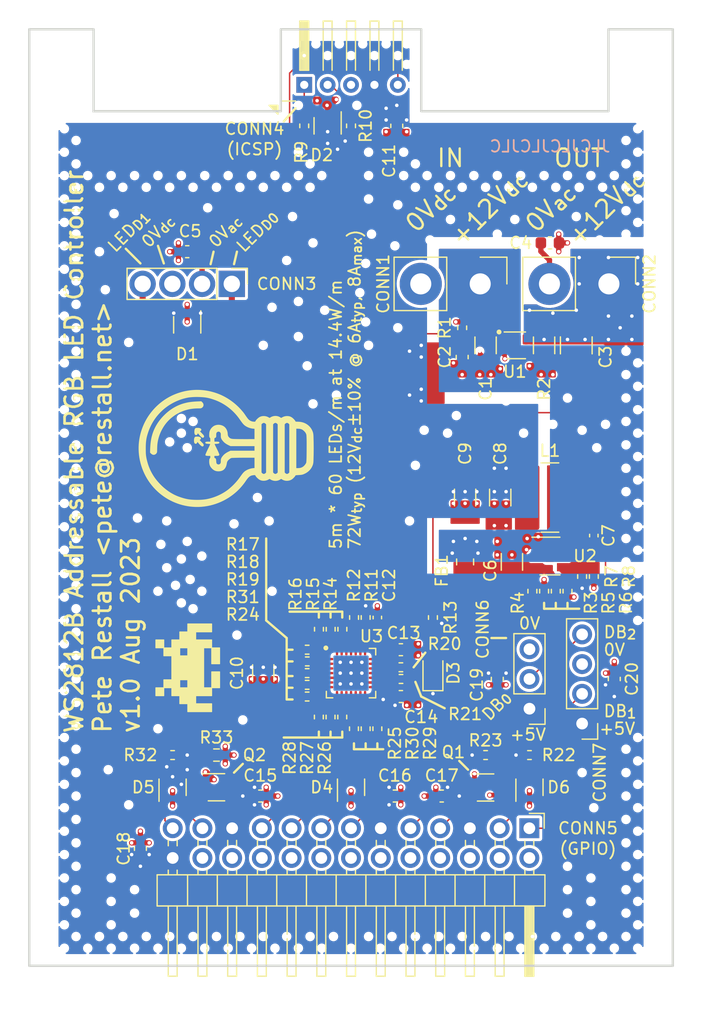
<source format=kicad_pcb>
(kicad_pcb (version 20211014) (generator pcbnew)
  (title_block (title "Kitchen WS2812B RGB LED Strip Controller") (date "Aug 2023") (rev "1.0") (company "Pete Restall <pete@restall.net>") (comment 1 "Drives two strips of 60 LEDs/m at 14.4W/m; max 5m (8A) total"))
  (layers (0 "F.Cu" mixed) (1 "In1.Cu" power) (2 "In2.Cu" power) (31 "B.Cu" mixed) (34 "B.Paste" user) (35 "F.Paste" user) (36 "B.SilkS" user "B.Silkscreen") (37 "F.SilkS" user "F.Silkscreen") (38 "B.Mask" user) (39 "F.Mask" user) (44 "Edge.Cuts" user))
  (net 0 "")
  (net 1 "Net-(C1-Pad1)")
  (net 2 "GND")
  (net 3 "+5Vdc")
  (net 4 "/VLED")
  (net 5 "Net-(C4-Pad1)")
  (net 6 "Net-(C5-Pad1)")
  (net 7 "+12V_{dc}")
  (net 8 "Net-(C7-Pad1)")
  (net 9 "Net-(C7-Pad2)")
  (net 10 "/~{MCU_MCLR}")
  (net 11 "/VIN_{MON}")
  (net 12 "/LED_{D0}")
  (net 13 "/LED_{D1}")
  (net 14 "/MCU_ICSP_{CLK}")
  (net 15 "/MCU_ICSP_{DAT}")
  (net 16 "/IR_REC")
  (net 17 "/IR_LED")
  (net 18 "/I^{2}C_SDA")
  (net 19 "/I^{2}C_SCL")
  (net 20 "/GPOC_{1}")
  (net 21 "/GPOC_{0}")
  (net 22 "/GPIO_{3}")
  (net 23 "/GPIO_{2}")
  (net 24 "/GPIO_{1}")
  (net 25 "/GPIO_{0}")
  (net 26 "/DEBUG_{0}")
  (net 27 "/DEBUG_{1}")
  (net 28 "/DEBUG_{2}")
  (net 29 "Net-(Q1-Pad2)")
  (net 30 "Net-(Q1-Pad5)")
  (net 31 "Net-(Q2-Pad5)")
  (net 32 "Net-(Q2-Pad2)")
  (net 33 "/VLED_{EN}")
  (net 34 "Net-(R2-Pad1)")
  (net 35 "Net-(R5-Pad2)")
  (net 36 "Net-(R7-Pad2)")
  (net 37 "Net-(R9-Pad1)")
  (net 38 "Net-(R10-Pad1)")
  (net 39 "Net-(R12-Pad2)")
  (net 40 "/VLED_{PG}")
  (net 41 "Net-(R14-Pad1)")
  (net 42 "Net-(R15-Pad1)")
  (net 43 "Net-(R16-Pad1)")
  (net 44 "Net-(R17-Pad1)")
  (net 45 "Net-(R18-Pad1)")
  (net 46 "Net-(R19-Pad1)")
  (net 47 "Net-(R20-Pad2)")
  (net 48 "Net-(R21-Pad2)")
  (net 49 "Net-(R24-Pad2)")
  (net 50 "Net-(R25-Pad2)")
  (net 51 "Net-(R26-Pad2)")
  (net 52 "Net-(R27-Pad2)")
  (net 53 "Net-(R28-Pad2)")
  (net 54 "Net-(R29-Pad1)")
  (net 55 "Net-(R30-Pad1)")
  (net 56 "Net-(R31-Pad1)")
  (footprint "restall-generic-resistors:nominal-0402-1005" (layer "F.Cu") (at 199.26 151.25 90)
    (fp_text reference "R14")
    (fp_text value "91Ω" hide)
  )
  (footprint "restall-generic-resistors:nominal-0402-1005" (layer "F.Cu") (at 199.25 158.75 90)
    (fp_text reference "R26")
    (fp_text value "634Ω" hide)
  )
  (footprint "restall-manufacturer-microchip:UQFN28-4x4mm-0.4mm-expad-2.35x2.35mm-thermvias" (layer "F.Cu") (at 200 155)
    (fp_text reference "U3")
    (fp_text value "PIC16F15355-I/MV" hide)
  )
  (footprint "kitchen-led-strips:th-pads-1x2-5.08mm-vertical-2.5mm^2-solder-pads" (layer "F.Cu") (at 208.5 121.75 -90)
    (fp_text reference "CONN1")
    (fp_text value "DNP" hide)
  )
  (footprint "restall-generic-connectors:th-header-2x13-2.54mm-row-horizontal-shrouded" (layer "F.Cu") (at 200 169.52 -90)
    (fp_text reference "CONN5")
    (fp_text value "header-2x13-row" hide)
  )
  (footprint "restall-generic-resistors:nominal-0402-1005" (layer "F.Cu") (at 209.5 125.5 90)
    (fp_text reference "R1")
    (fp_text value "10kΩ" hide)
  )
  (footprint "restall-generic-resistors:nominal-0402-1005" (layer "F.Cu") (at 197.25 158.75 90)
    (fp_text reference "R28")
    (fp_text value "634Ω" hide)
  )
  (footprint "restall-generic-resistors:nominal-0402-1005" (layer "F.Cu") (at 204.27 155.5 180)
    (fp_text reference "R21")
    (fp_text value "91Ω" hide)
  )
  (footprint "restall-generic-connectors:th-header-1x4-2.54mm-vertical" (layer "F.Cu") (at 219.75 155.5 180)
    (fp_text reference "CONN7")
    (fp_text value "DNP" hide)
  )
  (footprint "restall-generic-capacitors:unpolarised-nominal-1206-3216" (layer "F.Cu") (at 209.75 140 -90)
    (fp_text reference "C9")
    (fp_text value "10μF" hide)
  )
  (footprint "restall-generic-resistors:nominal-0402-1005" (layer "F.Cu") (at 201.25 150.25 -90)
    (fp_text reference "R11")
    (fp_text value "10kΩ" hide)
  )
  (footprint "restall-generic-sot:SOT-353" (layer "F.Cu") (at 184.75 164.75 90)
    (fp_text reference "D5")
    (fp_text value "BZA856AVL,115" hide)
  )
  (footprint "restall-manufacturer-diodes-inc:SOT-363" (layer "F.Cu") (at 211.5 164.77)
    (fp_text reference "Q1")
    (fp_text value "BC847BS" hide)
  )
  (footprint "restall-generic-resistors:nominal-0402-1005" (layer "F.Cu") (at 220.75 146.75 -90)
    (fp_text reference "R8")
    (fp_text value "10kΩ" hide)
  )
  (footprint "restall-generic-capacitors:unpolarised-nominal-0603-1608" (layer "F.Cu") (at 207.75 165.5 180)
    (fp_text reference "C17")
    (fp_text value "2.2μF" hide)
  )
  (footprint "restall-manufacturer-laird:FB0805" (layer "F.Cu") (at 209.75 145.5 -90)
    (fp_text reference "FB1")
    (fp_text value "HI0805R800R-10" hide)
  )
  (footprint "restall-generic-sot:SOD-323" (layer "F.Cu") (at 207 155 90)
    (fp_text reference "D3")
    (fp_text value "SD103AWS" hide)
  )
  (footprint "restall-generic-capacitors:unpolarised-nominal-0603-1608" (layer "F.Cu") (at 192.25 165.5)
    (fp_text reference "C15")
    (fp_text value "2.2μF" hide)
  )
  (footprint "restall-generic-resistors:nominal-0402-1005" (layer "F.Cu") (at 196 108.25 90)
    (fp_text reference "R9")
    (fp_text value "634Ω" hide)
  )
  (footprint "restall-generic-capacitors:unpolarised-nominal-0603-1608" (layer "F.Cu") (at 203.75 165.5)
    (fp_text reference "C16")
    (fp_text value "2.2μF" hide)
  )
  (footprint "restall-generic-resistors:nominal-0402-1005" (layer "F.Cu") (at 204.26 154.5 180)
    (fp_text reference "R20")
    (fp_text value "91Ω" hide)
  )
  (footprint "restall-generic-sot:SOT-353" (layer "F.Cu") (at 198 108.25 -90)
    (fp_text reference "D2")
    (fp_text value "BZA856AVL,115" hide)
  )
  (footprint "restall-generic-resistors:nominal-0402-1005" (layer "F.Cu") (at 215.25 162)
    (fp_text reference "R22")
    (fp_text value "4.7kΩ" hide)
  )
  (footprint "restall-generic-resistors:nominal-0402-1005" (layer "F.Cu") (at 216.5 148 90)
    (fp_text reference "R4")
    (fp_text value "10kΩ" hide)
  )
  (footprint "restall-generic-resistors:nominal-0402-1005" (layer "F.Cu") (at 196.25 157)
    (fp_text reference "R24")
    (fp_text value "634Ω" hide)
  )
  (footprint "kitchen-led-strips:th-pads-1x2-5.08mm-vertical-2.5mm^2-solder-pads" (layer "F.Cu") (at 219.5 121.75 -90)
    (fp_text reference "CONN2")
    (fp_text value "DNP" hide)
  )
  (footprint "restall-manufacturer-tai-tech:HPC5040NF" (layer "F.Cu") (at 217 140 180)
    (fp_text reference "L1")
    (fp_text value "HPC5040NF-3R3M" hide)
  )
  (footprint "restall-generic-resistors:nominal-0402-1005" (layer "F.Cu") (at 198.26 151.25 90)
    (fp_text reference "R15")
    (fp_text value "91Ω" hide)
  )
  (footprint "restall-generic-capacitors:unpolarised-nominal-0603-1608" (layer "F.Cu") (at 186 119 180)
    (fp_text reference "C5")
    (fp_text value "2.2μF" hide)
  )
  (footprint "restall-manufacturer-jst:S5B-PH-K-?" (layer "F.Cu") (at 200 104.75 90)
    (fp_text reference "CONN4")
    (fp_text value "S5B-PH-K-S" hide)
  )
  (footprint "restall-generic-resistors:nominal-0402-1005" (layer "F.Cu") (at 196.25 153 180)
    (fp_text reference "R17")
    (fp_text value "91Ω" hide)
  )
  (footprint "restall-generic-resistors:nominal-0402-1005" (layer "F.Cu") (at 184.75 162 180)
    (fp_text reference "R32")
    (fp_text value "10kΩ" hide)
  )
  (footprint "restall-generic-capacitors:unpolarised-nominal-0603-1608" (layer "F.Cu") (at 222.5 155.5 90)
    (fp_text reference "C20")
    (fp_text value "2.2μF" hide)
  )
  (footprint "restall-generic-resistors:nominal-0402-1005" (layer "F.Cu") (at 207 150.25 90)
    (fp_text reference "R13")
    (fp_text value "10kΩ" hide)
  )
  (footprint "restall-generic-resistors:nominal-0402-1005" (layer "F.Cu") (at 201.25 159.75 -90)
    (fp_text reference "R30")
    (fp_text value "4.7kΩ" hide)
  )
  (footprint "restall-generic-capacitors:unpolarised-nominal-0603-1608" (layer "F.Cu") (at 204.26 153)
    (fp_text reference "C13")
    (fp_text value "2.2μF" hide)
  )
  (footprint "restall-generic-capacitors:unpolarised-nominal-0603-1608" (layer "F.Cu") (at 204.26 157)
    (fp_text reference "C14")
    (fp_text value "2.2μF" hide)
  )
  (footprint "restall-generic-capacitors:unpolarised-nominal-1206-3216" (layer "F.Cu") (at 192.5 155 -90)
    (fp_text reference "C10")
    (fp_text value "10μF" hide)
  )
  (footprint "restall-generic-capacitors:unpolarised-nominal-1206-3216" (layer "F.Cu") (at 212.75 140 -90)
    (fp_text reference "C8")
    (fp_text value "10μF" hide)
  )
  (footprint "restall-generic-sot:SOT-353" (layer "F.Cu") (at 215.25 164.75 90)
    (fp_text reference "D6")
    (fp_text value "BZA856AVL,115" hide)
  )
  (footprint "restall-generic-resistors:nominal-0402-1005" (layer "F.Cu") (at 219.75 146.75 90)
    (fp_text reference "R7")
    (fp_text value "52.3kΩ" hide)
  )
  (footprint "restall-generic-capacitors:unpolarised-nominal-0603-1608" (layer "F.Cu") (at 203.91 108.25 -90)
    (fp_text reference "C11")
    (fp_text value "2.2μF" hide)
  )
  (footprint "restall-generic-capacitors:unpolarised-nominal-0603-1608" (layer "F.Cu") (at 212.5 155.5 -90)
    (fp_text reference "C19")
    (fp_text value "2.2μF" hide)
  )
  (footprint "restall-generic-resistors:nominal-0402-1005" (layer "F.Cu") (at 200.25 159.75 90)
    (fp_text reference "R25")
    (fp_text value "634Ω" hide)
  )
  (footprint "restall-generic-capacitors:unpolarised-nominal-0603-1608" (layer "F.Cu") (at 217 118.25)
    (fp_text reference "C4")
    (fp_text value "2.2μF" hide)
  )
  (footprint "restall-generic-capacitors:unpolarised-nominal-0603-1608" (layer "F.Cu") (at 209.5 128 -90)
    (fp_text reference "C2")
    (fp_text value "2.2μF" hide)
  )
  (footprint "restall-generic-resistors:nominal-0603-1608" (layer "F.Cu") (at 188.5 162)
    (fp_text reference "R33")
    (fp_text value "7.5Ω" hide)
  )
  (footprint "restall-generic-resistors:nominal-0402-1005" (layer "F.Cu") (at 215.5 148 -90)
    (fp_text reference "R3")
    (fp_text value "30.1kΩ" hide)
  )
  (footprint "restall-generic-resistors:nominal-0402-1005" (layer "F.Cu") (at 217.5 148 -90)
    (fp_text reference "R5")
    (fp_text value "100kΩ" hide)
  )
  (footprint "restall-generic-capacitors:unpolarised-nominal-0603-1608" (layer "F.Cu") (at 182 170 90)
    (fp_text reference "C18")
    (fp_text value "2.2μF" hide)
  )
  (footprint "restall-generic-capacitors:unpolarised-nominal-0402-1005" (layer "F.Cu") (at 202.25 150.25 90)
    (fp_text reference "C12")
    (fp_text value "10nF" hide)
  )
  (footprint "restall-manufacturer-diodes-inc:SOT-363" (layer "F.Cu") (at 188.5 164.75)
    (fp_text reference "Q2")
    (fp_text value "BC847BS" hide)
  )
  (footprint "restall-generic-sot:SOT-353" (layer "F.Cu") (at 200 164.75 90)
    (fp_text reference "D4")
    (fp_text value "BZA856AVL,115" hide)
  )
  (footprint "restall-generic-resistors:nominal-0402-1005" (layer "F.Cu") (at 198.25 158.75 90)
    (fp_text reference "R27")
    (fp_text value "634Ω" hide)
  )
  (footprint "restall-generic-sot:SOT-353" (layer "F.Cu") (at 186 125.25 -90)
    (fp_text reference "D1")
    (fp_text value "BZA856AVL,115" hide)
  )
  (footprint "restall-generic-capacitors:unpolarised-nominal-1206-3216" (layer "F.Cu") (at 216.5 127 -90)
    (fp_text reference "C3")
    (fp_text value "10μF" hide)
  )
  (footprint "restall-generic-resistors:nominal-0402-1005" (layer "F.Cu") (at 200 108.25 90)
    (fp_text reference "R10")
    (fp_text value "634Ω" hide)
  )
  (footprint "restall-generic-resistors:nominal-0402-1005" (layer "F.Cu") (at 196.25 155 180)
    (fp_text reference "R19")
    (fp_text value "91Ω" hide)
  )
  (footprint "restall-manufacturer-diodes-inc:TSOT-26" (layer "F.Cu") (at 217 145)
    (fp_text reference "U2")
    (fp_text value "AP62150WU" hide)
  )
  (footprint "restall-generic-capacitors:unpolarised-nominal-1206-3216" (layer "F.Cu") (at 211.5 127 -90)
    (fp_text reference "C1")
    (fp_text value "10μF" hide)
  )
  (footprint "restall-generic-resistors:nominal-1210-3225" (layer "F.Cu") (at 219.25 127 90)
    (fp_text reference "R2")
    (fp_text value "910Ω" hide)
  )
  (footprint "restall-generic-connectors:th-header-1x4-2.54mm-vertical" (layer "F.Cu") (at 186 121.75 -90)
    (fp_text reference "CONN3")
    (fp_text value "DNP" hide)
  )
  (footprint "restall-generic-resistors:nominal-0402-1005" (layer "F.Cu") (at 197.26 151.25 90)
    (fp_text reference "R16")
    (fp_text value "91Ω" hide)
  )
  (footprint "restall-generic-resistors:nominal-0402-1005" (layer "F.Cu") (at 202.25 159.75 -90)
    (fp_text reference "R29")
    (fp_text value "4.7kΩ" hide)
  )
  (footprint "restall-generic-capacitors:unpolarised-nominal-1206-3216" (layer "F.Cu") (at 213.75 145.5 90)
    (fp_text reference "C6")
    (fp_text value "10μF" hide)
  )
  (footprint "restall-generic-resistors:nominal-0402-1005" (layer "F.Cu") (at 196.25 156 180)
    (fp_text reference "R31")
    (fp_text value "634Ω" hide)
  )
  (footprint "restall-generic-resistors:nominal-0402-1005" (layer "F.Cu") (at 211.5 162)
    (fp_text reference "R23")
    (fp_text value "4.7kΩ" hide)
  )
  (footprint "restall-generic-capacitors:unpolarised-nominal-0402-1005" (layer "F.Cu") (at 220.75 143.25 90)
    (fp_text reference "C7")
    (fp_text value "100nF" hide)
  )
  (footprint "restall-generic-connectors:th-header-1x3-2.54mm-vertical" (layer "F.Cu") (at 215.25 155.5 180)
    (fp_text reference "CONN6")
    (fp_text value "DNP" hide)
  )
  (footprint "restall-generic-resistors:nominal-0402-1005" (layer "F.Cu") (at 218.5 148 -90)
    (fp_text reference "R6")
    (fp_text value "30.1kΩ" hide)
  )
  (footprint "restall-manufacturer-diodes-inc:V-DFN2020-8" (layer "F.Cu") (at 214 127)
    (fp_text reference "U1")
    (fp_text value "DML3006LFDS" hide)
  )
  (footprint "restall-generic-resistors:nominal-0402-1005" (layer "F.Cu") (at 200.26 150.25 -90)
    (fp_text reference "R12")
    (fp_text value "634Ω" hide)
  )
  (footprint "restall-generic-resistors:nominal-0402-1005" (layer "F.Cu") (at 196.26 154 180)
    (fp_text reference "R18")
    (fp_text value "91Ω" hide)
  )
  (gr_line (start 195 155.25) (end 194.5 155.25) (layer "F.SilkS") (width 0.2))
  (gr_line (start 199.25 149.75) (end 199.25 150.25) (layer "F.SilkS") (width 0.2))
  (gr_poly (pts (xy 184.68182 155.568177) (xy 184.68182 153.522704) (xy 184 153.522704) (xy 184 152.84088) (xy 184.68182 152.84088) (xy 184.68182 152.159057) (xy 185.363643 152.159057) (xy 185.363643 151.477232) (xy 186.045463 151.477232) (xy 186.045463 150.795409) (xy 188.090924 150.795409) (xy 188.090924 151.477233) (xy 186.727283 151.477233) (xy 186.727283 152.159058) (xy 188.090924 152.159058) (xy 188.090924 152.840881) (xy 187.409104 152.840881) (xy 187.409104 156.25) (xy 188.090924 156.25) (xy 188.090924 154.886351) (xy 188.772745 154.886351) (xy 188.772745 156.25) (xy 188.090924 156.25) (xy 188.090924 156.931824) (xy 186.727284 156.931824) (xy 186.727284 157.613647) (xy 188.090924 157.613647) (xy 188.090924 158.295473) (xy 186.045463 158.295473) (xy 186.045463 157.613647) (xy 186.045463 156.25) (xy 186.045463 155.568177) (xy 186.045463 153.522704) (xy 186.045463 152.84088) (xy 185.363643 152.84088) (xy 185.363643 153.522704) (xy 186.045463 153.522704) (xy 186.045463 155.568177) (xy 185.363643 155.568177) (xy 185.363643 156.25) (xy 186.045463 156.25) (xy 186.045463 157.613647) (xy 185.363643 157.613647) (xy 185.363643 156.931824) (xy 184.68182 156.931824) (xy 184.68182 156.25) (xy 184 156.25) (xy 184 155.568177)) (layer "F.SilkS") (width 0.075) (fill solid))
  (gr_poly (pts (xy 184 156.25) (xy 184 156.931824) (xy 183.31818 156.931824) (xy 183.31818 156.25)) (layer "F.SilkS") (width 0.075) (fill solid))
  (gr_line (start 198.25 149.75) (end 198.25 150.25) (layer "F.SilkS") (width 0.2))
  (gr_line (start 198.25 160.5) (end 198.25 160) (layer "F.SilkS") (width 0.2))
  (gr_line (start 194.5 152) (end 194.5 157.25) (layer "F.SilkS") (width 0.2))
  (gr_poly (pts (xy 181.846007 135.667305) (xy 181.856849 135.443983) (xy 181.877947 135.221517) (xy 181.909148 135.000319) (xy 181.9503 134.780797) (xy 182.00125 134.563362) (xy 182.061848 134.348424) (xy 182.131941 134.136392) (xy 182.211378 133.927677) (xy 182.300005 133.722689) (xy 182.397672 133.521837) (xy 182.504225 133.325532) (xy 182.619514 133.134183) (xy 182.743386 132.948201) (xy 182.875689 132.767994) (xy 183.016271 132.593975) (xy 183.131365 132.461086) (xy 183.251086 132.33235) (xy 183.375264 132.207905) (xy 183.503732 132.087895) (xy 183.636321 131.972458) (xy 183.772865 131.861735) (xy 183.913194 131.755868) (xy 184.05714 131.654998) (xy 184.204536 131.559263) (xy 184.355213 131.468807) (xy 184.509004 131.383769) (xy 184.665739 131.304289) (xy 184.825252 131.230509) (xy 184.987374 131.16257) (xy 185.151936 131.100611) (xy 185.318771 131.044775) (xy 185.490618 130.992563) (xy 185.664229 130.946649) (xy 185.839374 130.907052) (xy 186.015822 130.873793) (xy 186.193343 130.846893) (xy 186.371705 130.826371) (xy 186.550679 130.812249) (xy 186.730033 130.804547) (xy 186.909536 130.803285) (xy 187.088958 130.808484) (xy 187.268069 130.820165) (xy 187.446637 130.838348) (xy 187.624432 130.863053) (xy 187.801223 130.894301) (xy 187.97678 130.932113) (xy 188.150871 130.976509) (xy 188.339741 131.030449) (xy 188.526029 131.092194) (xy 188.709518 131.161535) (xy 188.889993 131.238263) (xy 189.067235 131.322168) (xy 189.241027 131.413043) (xy 189.411153 131.510677) (xy 189.577395 131.614862) (xy 189.739537 131.725389) (xy 189.89736 131.84205) (xy 190.050649 131.964635) (xy 190.199186 132.092934) (xy 190.342753 132.226741) (xy 190.481135 132.365844) (xy 190.614113 132.510037) (xy 190.741472 132.659108) (xy 190.772077 132.695239) (xy 190.801762 132.732058) (xy 190.830649 132.769472) (xy 190.858861 132.80739) (xy 190.91375 132.884372) (xy 190.967409 132.962269) (xy 191.020817 133.040345) (xy 191.074955 133.117867) (xy 191.130803 133.1941) (xy 191.159675 133.231503) (xy 191.189341 133.268309) (xy 191.212027 133.295459) (xy 191.236077 133.321259) (xy 191.261416 133.345671) (xy 191.28797 133.368656) (xy 191.315662 133.390174) (xy 191.344418 133.410187) (xy 191.374163 133.428656) (xy 191.404822 133.445541) (xy 191.43632 133.460804) (xy 191.468581 133.474406) (xy 191.501531 133.486307) (xy 191.535094 133.49647) (xy 191.569196 133.504854) (xy 191.603761 133.511421) (xy 191.638715 133.516132) (xy 191.673981 133.518949) (xy 191.682535 133.518878) (xy 191.691529 133.519162) (xy 191.710497 133.520399) (xy 191.730206 133.521864) (xy 191.740124 133.522435) (xy 191.749973 133.522766) (xy 191.759665 133.522757) (xy 191.769117 133.52231) (xy 191.778242 133.521324) (xy 191.786957 133.519702) (xy 191.791133 133.518621) (xy 191.795175 133.517344) (xy 191.799072 133.515857) (xy 191.802812 133.51415) (xy 191.806386 133.512209) (xy 191.809782 133.510022) (xy 191.812991 133.507576) (xy 191.816001 133.504859) (xy 191.828913 133.478065) (xy 191.843185 133.452105) (xy 191.858718 133.426941) (xy 191.875417 133.402537) (xy 191.893183 133.378855) (xy 191.911921 133.355859) (xy 191.931532 133.333512) (xy 191.951921 133.311775) (xy 191.97299 133.290614) (xy 191.994642 133.26999) (xy 192.01678 133.249866) (xy 192.039308 133.230206) (xy 192.085143 133.192128) (xy 192.131371 133.155459) (xy 192.175635 133.128454) (xy 192.221685 133.105107) (xy 192.269285 133.085364) (xy 192.318197 133.069174) (xy 192.368185 133.056485) (xy 192.419011 133.047244) (xy 192.470438 133.0414) (xy 192.522229 133.038899) (xy 192.574148 133.039691) (xy 192.625958 133.043723) (xy 192.677421 133.050942) (xy 192.7283 133.061297) (xy 192.778358 133.074735) (xy 192.827359 133.091205) (xy 192.875066 133.110654) (xy 192.921241 133.133029) (xy 192.92555 133.134608) (xy 192.929872 133.136423) (xy 192.938554 133.140665) (xy 192.947289 133.145572) (xy 192.956076 133.150962) (xy 192.973811 133.162457) (xy 192.982761 133.168196) (xy 192.991767 133.173685) (xy 193.00083 133.17874) (xy 193.009951 133.183179) (xy 193.014534 133.18511) (xy 193.019131 133.186818) (xy 193.023743 133.18828) (xy 193.028371 133.189474) (xy 193.033013 133.190377) (xy 193.03767 133.190965) (xy 193.042343 133.191216) (xy 193.047031 133.191106) (xy 193.051735 133.190614) (xy 193.056454 133.189715) (xy 193.06119 133.188388) (xy 193.06594 133.186609) (xy 193.112561 133.153848) (xy 193.161441 133.124842) (xy 193.212292 133.099625) (xy 193.264827 133.07823) (xy 193.318757 133.060692) (xy 193.373796 133.047043) (xy 193.429655 133.037317) (xy 193.486048 133.031548) (xy 193.542686 133.029769) (xy 193.599281 133.032014) (xy 193.655547 133.038317) (xy 193.711195 133.048711) (xy 193.765938 133.063229) (xy 193.819488 133.081906) (xy 193.871558 133.104775) (xy 193.92186 133.131869) (xy 193.926378 133.134094) (xy 193.930902 133.136568) (xy 193.939968 133.142136) (xy 193.949067 133.148331) (xy 193.958209 133.15491) (xy 193.976653 133.168248) (xy 193.985973 133.17452) (xy 193.99537 133.180204) (xy 194.0001 133.182749) (xy 194.004853 133.185056) (xy 194.009629 133.187095) (xy 194.01443 133.188834) (xy 194.019256 133.190245) (xy 194.02411 133.191295) (xy 194.028991 133.191955) (xy 194.033901 133.192195) (xy 194.038842 133.191984) (xy 194.043814 133.191292) (xy 194.048818 133.190088) (xy 194.053855 133.188342) (xy 194.058927 133.186023) (xy 194.064034 133.183102) (xy 194.069178 133.179548) (xy 194.07436 133.17533) (xy 194.107492 133.155223) (xy 194.141459 133.136631) (xy 194.176194 133.119577) (xy 194.211628 133.104088) (xy 194.247692 133.090189) (xy 194.284318 133.077906) (xy 194.321436 133.067265) (xy 194.358979 133.05829) (xy 194.396877 133.051007) (xy 194.435063 133.045443) (xy 194.473467 133.041621) (xy 194.51202 133.039569) (xy 194.550655 133.039311) (xy 194.589302 133.040873) (xy 194.627894 133.044281) (xy 194.66636 133.04956) (xy 194.68794 133.05256) (xy 194.709219 133.056371) (xy 194.730199 133.060968) (xy 194.75088 133.066327) (xy 194.771264 133.072421) (xy 194.791352 133.079227) (xy 194.811146 133.08672) (xy 194.830647 133.094874) (xy 194.868776 133.11307) (xy 194.905749 133.133615) (xy 194.941576 133.156311) (xy 194.976269 133.18096) (xy 195.009839 133.207363) (xy 195.042296 133.235322) (xy 195.073651 133.264637) (xy 195.103914 133.295111) (xy 195.133097 133.326545) (xy 195.16121 133.35874) (xy 195.188264 133.391498) (xy 195.21427 133.42462) (xy 195.216701 133.426884) (xy 195.218993 133.429291) (xy 195.221155 133.431829) (xy 195.223197 133.434488) (xy 195.225127 133.437257) (xy 195.226955 133.440125) (xy 195.23034 133.446116) (xy 195.233423 133.452375) (xy 195.236278 133.458814) (xy 195.241593 133.47189) (xy 195.246864 133.484652) (xy 195.249664 133.4907) (xy 195.252671 133.49641) (xy 195.255958 133.501696) (xy 195.257728 133.504153) (xy 195.259596 133.506471) (xy 195.261569 133.508641) (xy 195.263658 133.51065) (xy 195.265871 133.512488) (xy 195.268217 133.514145) (xy 195.33664 133.518489) (xy 195.405273 133.521513) (xy 195.542639 133.527565) (xy 195.611105 133.532572) (xy 195.645225 133.536003) (xy 195.679249 133.540218) (xy 195.713158 133.545341) (xy 195.746938 133.551495) (xy 195.78057 133.558805) (xy 195.814038 133.567392) (xy 195.887342 133.586244) (xy 195.959271 133.609553) (xy 196.029613 133.637167) (xy 196.098152 133.668931) (xy 196.164677 133.704693) (xy 196.228973 133.744297) (xy 196.290826 133.78759) (xy 196.350024 133.83442) (xy 196.406352 133.88463) (xy 196.459596 133.938069) (xy 196.509544 133.994583) (xy 196.555982 134.054016) (xy 196.598695 134.116217) (xy 196.637472 134.181031) (xy 196.672097 134.248304) (xy 196.702357 134.317882) (xy 196.714704 134.345392) (xy 196.725867 134.373237) (xy 196.735906 134.401391) (xy 196.74488 134.42983) (xy 196.752849 134.458528) (xy 196.759873 134.48746) (xy 196.766011 134.516599) (xy 196.771324 134.545922) (xy 196.77587 134.575402) (xy 196.77971 134.605014) (xy 196.78551 134.664534) (xy 196.7892 134.724277) (xy 196.791259 134.784042) (xy 196.805224 135.294741) (xy 196.809746 135.805649) (xy 196.804949 136.316553) (xy 196.790959 136.827242) (xy 196.788754 136.886657) (xy 196.785253 136.946115) (xy 196.779856 137.00539) (xy 196.77626 137.034888) (xy 196.771967 137.064254) (xy 196.7669 137.093461) (xy 196.760986 137.12248) (xy 196.754149 137.151282) (xy 196.746316 137.179839) (xy 196.73741 137.208123) (xy 196.727358 137.236106) (xy 196.716085 137.263758) (xy 196.703515 137.291052) (xy 196.677794 137.350657) (xy 196.648804 137.408454) (xy 196.616695 137.46438) (xy 196.581616 137.518373) (xy 196.543716 137.570367) (xy 196.503144 137.620301) (xy 196.46005 137.668111) (xy 196.414583 137.713734) (xy 196.366892 137.757106) (xy 196.317126 137.798164) (xy 196.265434 137.836844) (xy 196.211966 137.873084) (xy 196.156871 137.90682) (xy 196.100298 137.937989) (xy 196.042397 137.966527) (xy 195.983316 137.992372) (xy 195.940187 138.011916) (xy 195.896343 138.028034) (xy 195.85187 138.041108) (xy 195.806859 138.051521) (xy 195.761398 138.059654) (xy 195.715575 138.06589) (xy 195.66948 138.070611) (xy 195.623201 138.074198) (xy 195.43802 138.084857) (xy 195.392152 138.08851) (xy 195.346633 138.093322) (xy 195.323257 138.096616) (xy 195.323257 137.486427) (xy 195.470545 137.486164) (xy 195.507335 137.485125) (xy 195.544061 137.483093) (xy 195.580697 137.479765) (xy 195.598973 137.47752) (xy 195.617218 137.474838) (xy 195.640783 137.471532) (xy 195.664013 137.467254) (xy 195.686902 137.462033) (xy 195.709443 137.455895) (xy 195.73163 137.448868) (xy 195.753455 137.44098) (xy 195.774913 137.432258) (xy 195.795996 137.422729) (xy 195.816698 137.41242) (xy 195.837012 137.40136) (xy 195.876449 137.377094) (xy 195.914255 137.35015) (xy 195.950377 137.320747) (xy 195.98476 137.289105) (xy 196.017352 137.255442) (xy 196.048099 137.21998) (xy 196.076948 137.182936) (xy 196.103846 137.14453) (xy 196.128739 137.104983) (xy 196.151574 137.064512) (xy 196.172297 137.023338) (xy 196.183511 136.897884) (xy 196.191353 136.772174) (xy 196.196489 136.64627) (xy 196.199585 136.520231) (xy 196.204876 136.015938) (xy 196.207102 135.371091) (xy 196.206326 135.209891) (xy 196.203724 135.048748) (xy 196.198649 134.887688) (xy 196.190454 134.726738) (xy 196.189991 134.708415) (xy 196.188758 134.690302) (xy 196.186778 134.672403) (xy 196.184073 134.654718) (xy 196.180666 134.637251) (xy 196.176579 134.620003) (xy 196.171835 134.602977) (xy 196.166456 134.586173) (xy 196.160466 134.569596) (xy 196.153886 134.553245) (xy 196.14674 134.537124) (xy 196.139049 134.521234) (xy 196.122125 134.490158) (xy 196.103296 134.460032) (xy 196.082741 134.430873) (xy 196.060642 134.402697) (xy 196.037179 134.375521) (xy 196.012532 134.349361) (xy 195.986882 134.324233) (xy 195.960411 134.300154) (xy 195.933297 134.277141) (xy 195.905723 134.255208) (xy 195.890496 134.242708) (xy 195.874919 134.231015) (xy 195.842781 134.209942) (xy 195.809436 134.191774) (xy 195.775008 134.176298) (xy 195.739624 134.1633) (xy 195.70341 134.152566) (xy 195.666491 134.143882) (xy 195.628993 134.137036) (xy 195.591041 134.131812) (xy 195.552762 134.127997) (xy 195.514282 134.125378) (xy 195.475725 134.12374) (xy 195.398886 134.122554) (xy 195.323253 134.122728) (xy 195.323253 135.804528) (xy 195.323257 135.804627) (xy 195.323257 137.486427) (xy 195.323257 138.096616) (xy 195.301552 138.099675) (xy 195.256996 138.107952) (xy 195.249404 138.12536) (xy 195.24097 138.142271) (xy 195.231763 138.15872) (xy 195.221848 138.174737) (xy 195.211293 138.190354) (xy 195.200164 138.205605) (xy 195.188528 138.220521) (xy 195.176453 138.235134) (xy 195.164004 138.249477) (xy 195.151248 138.263582) (xy 195.125086 138.291206) (xy 195.072026 138.345012) (xy 195.045597 138.371447) (xy 195.01787 138.39631) (xy 194.988928 138.419587) (xy 194.958852 138.441265) (xy 194.927727 138.46133) (xy 194.895636 138.479769) (xy 194.862662 138.496568) (xy 194.828887 138.511714) (xy 194.794395 138.525194) (xy 194.75927 138.536993) (xy 194.723593 138.547099) (xy 194.687449 138.555497) (xy 194.65092 138.562176) (xy 194.614089 138.56712) (xy 194.57704 138.570316) (xy 194.539856 138.571752) (xy 194.523059 138.572107) (xy 194.523059 137.982223) (xy 194.532449 137.981993) (xy 194.541772 137.981178) (xy 194.551022 137.979805) (xy 194.560194 137.9779) (xy 194.56928 137.975488) (xy 194.578274 137.972596) (xy 194.58717 137.969248) (xy 194.595961 137.965471) (xy 194.60464 137.96129) (xy 194.613202 137.956732) (xy 194.621639 137.951821) (xy 194.638114 137.941047) (xy 194.654013 137.929174) (xy 194.669285 137.916407) (xy 194.683878 137.902953) (xy 194.69774 137.889018) (xy 194.710818 137.874808) (xy 194.723062 137.860528) (xy 194.723062 133.748728) (xy 194.705 133.730779) (xy 194.687476 133.712722) (xy 194.669949 133.695089) (xy 194.661015 133.686595) (xy 194.651878 133.678405) (xy 194.64247 133.670585) (xy 194.632723 133.663201) (xy 194.622571 133.656319) (xy 194.611944 133.650005) (xy 194.600777 133.644324) (xy 194.594969 133.641743) (xy 194.589 133.639344) (xy 194.582863 133.637137) (xy 194.576548 133.63513) (xy 194.570047 133.633331) (xy 194.563351 133.631748) (xy 194.554045 133.629899) (xy 194.5449 133.628606) (xy 194.535913 133.627849) (xy 194.527081 133.627607) (xy 194.518402 133.627861) (xy 194.509874 133.628591) (xy 194.501493 133.629776) (xy 194.493257 133.631397) (xy 194.485164 133.633433) (xy 194.47721 133.635864) (xy 194.469393 133.63867) (xy 194.461711 133.641832) (xy 194.454161 133.645329) (xy 194.446741 133.64914) (xy 194.439446 133.653247) (xy 194.432276 133.657629) (xy 194.418298 133.667136) (xy 194.404784 133.677501) (xy 194.391715 133.688565) (xy 194.379068 133.700165) (xy 194.366823 133.712143) (xy 194.35496 133.724336) (xy 194.332292 133.748728) (xy 194.332292 135.804528) (xy 194.332281 135.804528) (xy 194.332281 137.850629) (xy 194.337288 137.859201) (xy 194.342841 137.867672) (xy 194.3489 137.876025) (xy 194.355428 137.884241) (xy 194.362383 137.8923) (xy 194.369729 137.900185) (xy 194.377425 137.907877) (xy 194.385432 137.915356) (xy 194.393713 137.922605) (xy 194.402227 137.929605) (xy 194.410935 137.936337) (xy 194.419799 137.942783) (xy 194.42878 137.948923) (xy 194.437838 137.95474) (xy 194.446935 137.960215) (xy 194.456031 137.965328) (xy 194.465701 137.969906) (xy 194.47535 137.973719) (xy 194.484972 137.976793) (xy 194.494561 137.979155) (xy 194.504109 137.980831) (xy 194.513611 137.981845) (xy 194.523059 137.982223) (xy 194.523059 138.572107) (xy 194.505702 138.572474) (xy 194.471669 138.571555) (xy 194.4378 138.569035) (xy 194.404141 138.564954) (xy 194.370735 138.559352) (xy 194.337629 138.552269) (xy 194.304865 138.543745) (xy 194.272491 138.533821) (xy 194.240549 138.522536) (xy 194.209085 138.509931) (xy 194.178144 138.496046) (xy 194.147771 138.480921) (xy 194.118009 138.464596) (xy 194.088905 138.447111) (xy 194.060502 138.428506) (xy 194.032846 138.408822) (xy 194.002938 138.42623) (xy 193.973198 138.444361) (xy 193.943406 138.462678) (xy 193.913346 138.480641) (xy 193.882798 138.497713) (xy 193.867272 138.505746) (xy 193.851544 138.513354) (xy 193.835584 138.52047) (xy 193.819366 138.527026) (xy 193.802862 138.532956) (xy 193.786045 138.538192) (xy 193.740072 138.552867) (xy 193.693411 138.564332) (xy 193.646225 138.57264) (xy 193.598678 138.577847) (xy 193.550931 138.580008) (xy 193.535704 138.579743) (xy 193.535704 137.98212) (xy 193.545251 137.981594) (xy 193.554738 137.980477) (xy 193.564159 137.978797) (xy 193.573504 137.976579) (xy 193.582766 137.973851) (xy 193.591936 137.970639) (xy 193.601006 137.966971) (xy 193.609969 137.962873) (xy 193.618816 137.958372) (xy 193.627538 137.953494) (xy 193.636129 137.948268) (xy 193.64458 137.942719) (xy 193.661028 137.93076) (xy 193.676818 137.917833) (xy 193.691885 137.904153) (xy 193.706165 137.889934) (xy 193.719592 137.875391) (xy 193.732102 137.860738) (xy 193.732102 133.758438) (xy 193.725451 133.7483) (xy 193.718247 133.738158) (xy 193.710514 133.728078) (xy 193.702276 133.718122) (xy 193.693555 133.708355) (xy 193.684374 133.698842) (xy 193.674757 133.689646) (xy 193.664727 133.680831) (xy 193.654307 133.672462) (xy 193.64352 133.664604) (xy 193.632389 133.657319) (xy 193.620938 133.650672) (xy 193.60919 133.644727) (xy 193.597167 133.639549) (xy 193.584893 133.635201) (xy 193.572392 133.631748) (xy 193.563091 133.629906) (xy 193.553948 133.628619) (xy 193.544961 133.627868) (xy 193.536127 133.627632) (xy 193.527443 133.627892) (xy 193.518909 133.628627) (xy 193.51052 133.629818) (xy 193.502275 133.631443) (xy 193.494171 133.633484) (xy 193.486207 133.635919) (xy 193.478379 133.63873) (xy 193.470685 133.641895) (xy 193.463123 133.645394) (xy 193.45569 133.649209) (xy 193.448385 133.653317) (xy 193.441204 133.6577) (xy 193.427207 133.667208) (xy 193.41368 133.677573) (xy 193.400605 133.688632) (xy 193.387962 133.700226) (xy 193.375732 133.712194) (xy 193.363896 133.724374) (xy 193.341332 133.748728) (xy 193.341332 135.804528) (xy 193.341321 135.804538) (xy 193.341321 137.850638) (xy 193.345993 137.858872) (xy 193.351211 137.866996) (xy 193.356933 137.874997) (xy 193.363117 137.882861) (xy 193.369722 137.890576) (xy 193.376705 137.898128) (xy 193.384025 137.905505) (xy 193.39164 137.912693) (xy 193.399508 137.919679) (xy 193.407588 137.926451) (xy 193.415838 137.932995) (xy 193.424216 137.939298) (xy 193.43268 137.945347) (xy 193.441188 137.951128) (xy 193.4497 137.95663) (xy 193.458171 137.961838) (xy 193.4679 137.967005) (xy 193.477634 137.971366) (xy 193.487366 137.974948) (xy 193.497087 137.977779) (xy 193.506789 137.979885) (xy 193.516465 137.981292) (xy 193.526106 137.982028) (xy 193.535704 137.98212) (xy 193.535704 138.579743) (xy 193.503147 138.579177) (xy 193.45549 138.575411) (xy 193.408122 138.568764) (xy 193.361205 138.559292) (xy 193.314902 138.547048) (xy 193.269376 138.532089) (xy 193.22479 138.514469) (xy 193.181306 138.494243) (xy 193.139087 138.471466) (xy 193.098296 138.446195) (xy 193.059095 138.418482) (xy 193.053432 138.418311) (xy 193.047826 138.418467) (xy 193.042274 138.418931) (xy 193.036775 138.419688) (xy 193.031325 138.420721) (xy 193.025921 138.422012) (xy 193.02056 138.423545) (xy 193.01524 138.425302) (xy 193.004709 138.429424) (xy 192.994307 138.434241) (xy 192.98401 138.439617) (xy 192.973795 138.445419) (xy 192.933303 138.470164) (xy 192.923158 138.476057) (xy 192.912959 138.481563) (xy 192.902682 138.486545) (xy 192.892305 138.490868) (xy 192.845102 138.511194) (xy 192.796445 138.528632) (xy 192.746584 138.543114) (xy 192.695769 138.554574) (xy 192.64425 138.562948) (xy 192.592277 138.568168) (xy 192.544725 138.569991) (xy 192.544725 137.982116) (xy 192.554275 137.981589) (xy 192.563766 137.980472) (xy 192.573189 137.978792) (xy 192.582537 137.976574) (xy 192.591801 137.973846) (xy 192.600973 137.970634) (xy 192.610045 137.966965) (xy 192.619008 137.962866) (xy 192.627855 137.958363) (xy 192.636577 137.953483) (xy 192.645166 137.948253) (xy 192.653613 137.942699) (xy 192.67005 137.930728) (xy 192.685823 137.917782) (xy 192.700866 137.904076) (xy 192.715112 137.889823) (xy 192.728496 137.875236) (xy 192.740952 137.860528) (xy 192.740952 133.748728) (xy 192.722909 133.73081) (xy 192.705424 133.712786) (xy 192.687948 133.69518) (xy 192.679041 133.686697) (xy 192.66993 133.678516) (xy 192.660546 133.6707) (xy 192.65082 133.663317) (xy 192.640683 133.656431) (xy 192.630067 133.650107) (xy 192.618902 133.644412) (xy 192.613093 133.64182) (xy 192.607121 133.63941) (xy 192.600977 133.637189) (xy 192.594654 133.635167) (xy 192.588142 133.633351) (xy 192.581432 133.631748) (xy 192.572135 133.629896) (xy 192.562996 133.628601) (xy 192.554012 133.627842) (xy 192.545181 133.6276) (xy 192.536501 133.627855) (xy 192.527969 133.628585) (xy 192.519584 133.629772) (xy 192.511342 133.631395) (xy 192.50324 133.633434) (xy 192.495278 133.635868) (xy 192.487452 133.638678) (xy 192.47976 133.641843) (xy 192.4722 133.645344) (xy 192.464768 133.649159) (xy 192.457464 133.65327) (xy 192.450284 133.657655) (xy 192.436288 133.667168) (xy 192.42276 133.677539) (xy 192.409682 133.688605) (xy 192.397035 133.700206) (xy 192.3848 133.71218) (xy 192.372957 133.724366) (xy 192.350372 133.748728) (xy 192.350372 135.804528) (xy 192.350362 135.804528) (xy 192.350362 137.850629) (xy 192.355083 137.858838) (xy 192.360328 137.86695) (xy 192.366058 137.874947) (xy 192.372235 137.882817) (xy 192.378819 137.890544) (xy 192.385774 137.898113) (xy 192.39306 137.905509) (xy 192.400638 137.912718) (xy 192.408471 137.919725) (xy 192.41652 137.926515) (xy 192.424746 137.933073) (xy 192.433111 137.939384) (xy 192.441576 137.945434) (xy 192.450104 137.951208) (xy 192.458655 137.956691) (xy 192.467192 137.961869) (xy 192.476917 137.967026) (xy 192.486649 137.97138) (xy 192.49638 137.974957) (xy 192.506101 137.977783) (xy 192.515805 137.979885) (xy 192.525482 137.98129) (xy 192.535125 137.982025) (xy 192.544725 137.982116) (xy 192.544725 138.569991) (xy 192.5401 138.570168) (xy 192.487968 138.568884) (xy 192.436132 138.564247) (xy 192.384841 138.556193) (xy 192.334346 138.544656) (xy 192.284896 138.529569) (xy 192.236741 138.510866) (xy 192.190131 138.488481) (xy 192.145316 138.462349) (xy 192.123659 138.447857) (xy 192.102546 138.432403) (xy 192.060609 138.396619) (xy 192.018559 138.359898) (xy 191.997777 138.341069) (xy 191.977309 138.321865) (xy 191.95727 138.302239) (xy 191.937773 138.282144) (xy 191.918933 138.261533) (xy 191.900864 138.240359) (xy 191.883679 138.218576) (xy 191.867494 138.196135) (xy 191.852422 138.17299) (xy 191.838577 138.149095) (xy 191.826074 138.124401) (xy 191.815026 138.098863) (xy 191.800665 138.09473) (xy 191.785961 138.091525) (xy 191.770955 138.08918) (xy 191.755691 138.087631) (xy 191.740209 138.086808) (xy 191.724551 138.086647) (xy 191.708761 138.087079) (xy 191.69288 138.088039) (xy 191.676949 138.08946) (xy 191.661012 138.091275) (xy 191.629284 138.095819) (xy 191.598033 138.101137) (xy 191.567596 138.106697) (xy 191.54648 138.110328) (xy 191.525799 138.114852) (xy 191.505545 138.120237) (xy 191.485708 138.126451) (xy 191.466279 138.133462) (xy 191.447249 138.141237) (xy 191.428607 138.149745) (xy 191.410345 138.158953) (xy 191.374922 138.179342) (xy 191.340904 138.202146) (xy 191.308217 138.227109) (xy 191.276786 138.253973) (xy 191.246535 138.282481) (xy 191.217389 138.312376) (xy 191.189273 138.343401) (xy 191.162112 138.375298) (xy 191.135831 138.40781) (xy 191.110355 138.440681) (xy 191.061516 138.506467) (xy 190.960604 138.653797) (xy 190.908493 138.726321) (xy 190.855266 138.79803) (xy 190.800914 138.868884) (xy 190.745428 138.938841) (xy 190.688799 139.007862) (xy 190.631018 139.075905) (xy 190.572076 139.142929) (xy 190.511963 139.208894) (xy 190.45067 139.27376) (xy 190.388189 139.337485) (xy 190.32451 139.400029) (xy 190.259625 139.461351) (xy 190.193523 139.521411) (xy 190.126196 139.580167) (xy 189.935819 139.737082) (xy 189.737843 139.884202) (xy 189.532818 140.021307) (xy 189.321294 140.148178) (xy 189.103821 140.264594) (xy 188.880949 140.370337) (xy 188.653228 140.465186) (xy 188.421208 140.548922) (xy 188.185439 140.621325) (xy 187.946472 140.682175) (xy 187.704856 140.731253) (xy 187.461141 140.768339) (xy 187.215877 140.793213) (xy 186.969615 140.805655) (xy 186.804044 140.805515) (xy 186.804044 140.20027) (xy 186.964682 140.199571) (xy 187.125241 140.194275) (xy 187.285533 140.184111) (xy 187.445368 140.168807) (xy 187.604556 140.148091) (xy 187.731988 140.123388) (xy 187.858651 140.094941) (xy 187.984433 140.062794) (xy 188.109226 140.026991) (xy 188.232919 139.987575) (xy 188.355402 139.944589) (xy 188.476566 139.898078) (xy 188.596301 139.848085) (xy 188.714497 139.794654) (xy 188.831044 139.737827) (xy 188.945833 139.67765) (xy 189.058753 139.614165) (xy 189.169696 139.547416) (xy 189.27855 139.477447) (xy 189.385207 139.404301) (xy 189.489556 139.328021) (xy 189.636025 139.206268) (xy 189.778591 139.079737) (xy 189.848296 139.014688) (xy 189.916886 138.948456) (xy 189.984316 138.881044) (xy 190.05054 138.812455) (xy 190.11551 138.742694) (xy 190.179182 138.671763) (xy 190.24151 138.599666) (xy 190.302446 138.526407) (xy 190.361944 138.451989) (xy 190.41996 138.376417) (xy 190.476446 138.299693) (xy 190.531356 138.221821) (xy 190.638085 138.073296) (xy 190.692876 137.99934) (xy 190.721114 137.963067) (xy 190.750101 137.927504) (xy 190.779974 137.892829) (xy 190.810873 137.859224) (xy 190.842937 137.826866) (xy 190.876306 137.795936) (xy 190.911118 137.766613) (xy 190.947512 137.739076) (xy 190.985628 137.713506) (xy 191.005376 137.701514) (xy 191.025605 137.690081) (xy 191.066891 137.666077) (xy 191.108934 137.643622) (xy 191.151687 137.622698) (xy 191.195101 137.603288) (xy 191.239128 137.585375) (xy 191.283718 137.56894) (xy 191.328824 137.553967) (xy 191.374397 137.540438) (xy 191.420388 137.528335) (xy 191.466748 137.517641) (xy 191.51343 137.508338) (xy 191.560384 137.500409) (xy 191.607562 137.493837) (xy 191.654916 137.488603) (xy 191.702397 137.48469) (xy 191.749955 137.482081) (xy 191.749955 136.600371) (xy 190.887131 136.600146) (xy 190.455756 136.602439) (xy 190.024456 136.610561) (xy 190.003606 136.612621) (xy 189.982452 136.613908) (xy 189.939505 136.61498) (xy 189.896158 136.615398) (xy 189.874504 136.615868) (xy 189.852954 136.616783) (xy 189.831575 136.618345) (xy 189.810436 136.620756) (xy 189.789604 136.624221) (xy 189.769147 136.62894) (xy 189.749132 136.635117) (xy 189.739313 136.638815) (xy 189.729629 136.642954) (xy 189.72009 136.647559) (xy 189.710704 136.652655) (xy 189.70148 136.658267) (xy 189.692426 136.664421) (xy 189.642509 136.69971) (xy 189.617649 136.718294) (xy 189.593109 136.737567) (xy 189.569077 136.757576) (xy 189.545745 136.778367) (xy 189.523301 136.799988) (xy 189.501937 136.822485) (xy 189.481841 136.845905) (xy 189.463205 136.870294) (xy 189.446218 136.8957) (xy 189.43107 136.922169) (xy 189.424244 136.935816) (xy 189.41795 136.949747) (xy 189.412211 136.963968) (xy 189.40705 136.978483) (xy 189.402491 136.993299) (xy 189.398559 137.008422) (xy 189.395276 137.023857) (xy 189.392666 137.039611) (xy 189.381541 137.104751) (xy 189.368548 137.169903) (xy 189.361123 137.202314) (xy 189.352956 137.234526) (xy 189.343956 137.266471) (xy 189.334031 137.298081) (xy 189.323091 137.329289) (xy 189.311042 137.360027) (xy 189.297794 137.390228) (xy 189.283255 137.419825) (xy 189.267333 137.448749) (xy 189.249937 137.476933) (xy 189.230975 137.504309) (xy 189.210357 137.530811) (xy 189.196536 137.548844) (xy 189.182046 137.56605) (xy 189.166915 137.582439) (xy 189.15117 137.598025) (xy 189.117951 137.626832) (xy 189.08261 137.652566) (xy 189.045371 137.675325) (xy 189.006456 137.695203) (xy 188.966088 137.712297) (xy 188.924488 137.726702) (xy 188.88188 137.738514) (xy 188.838485 137.74783) (xy 188.794527 137.754744) (xy 188.750227 137.759352) (xy 188.705809 137.761752) (xy 188.676284 137.761942) (xy 188.676284 137.174851) (xy 188.688574 137.17447) (xy 188.700808 137.173266) (xy 188.712936 137.171222) (xy 188.72491 137.168318) (xy 188.736682 137.164534) (xy 188.748203 137.159853) (xy 188.759425 137.154255) (xy 188.770299 137.14772) (xy 188.780777 137.14023) (xy 188.790187 137.134116) (xy 188.798917 137.127621) (xy 188.806993 137.120764) (xy 188.81444 137.113561) (xy 188.821283 137.106029) (xy 188.827548 137.098187) (xy 188.83326 137.090051) (xy 188.838444 137.081639) (xy 188.843126 137.072968) (xy 188.847332 137.064056) (xy 188.851085 137.054919) (xy 188.854413 137.045575) (xy 188.859892 137.026335) (xy 188.863971 137.006476) (xy 188.866852 136.986136) (xy 188.86874 136.965453) (xy 188.869836 136.944565) (xy 188.870344 136.923613) (xy 188.870549 136.84192) (xy 188.870017 136.827538) (xy 188.870017 136.813262) (xy 188.870533 136.799095) (xy 188.871551 136.785037) (xy 188.875033 136.757254) (xy 188.880345 136.729922) (xy 188.887369 136.703049) (xy 188.895986 136.676644) (xy 188.906079 136.650716) (xy 188.917529 136.625275) (xy 188.930218 136.600329) (xy 188.944028 136.575886) (xy 188.958841 136.551957) (xy 188.974538 136.528549) (xy 188.991002 136.505671) (xy 189.008114 136.483333) (xy 189.025756 136.461543) (xy 189.043809 136.44031) (xy 189.076191 136.401663) (xy 189.11031 136.36503) (xy 189.146041 136.330297) (xy 189.183258 136.29735) (xy 189.221836 136.266077) (xy 189.261649 136.236363) (xy 189.302574 136.208095) (xy 189.344483 136.181159) (xy 189.387253 136.155442) (xy 189.430757 136.13083) (xy 189.474871 136.107209) (xy 189.519469 136.084466) (xy 189.609617 136.041159) (xy 189.7002 136) (xy 191.75 136) (xy 191.75 135.60922) (xy 189.7002 135.60922) (xy 189.610427 135.56837) (xy 189.521049 135.525476) (xy 189.476815 135.502978) (xy 189.43305 135.479628) (xy 189.389877 135.455311) (xy 189.347418 135.429914) (xy 189.305799 135.403323) (xy 189.265141 135.375425) (xy 189.225568 135.346104) (xy 189.187204 135.315248) (xy 189.150172 135.282743) (xy 189.114595 135.248474) (xy 189.080596 135.212328) (xy 189.0483 135.17419) (xy 189.029927 135.152775) (xy 189.011945 135.130804) (xy 188.99448 135.108284) (xy 188.977655 135.085221) (xy 188.961594 135.061622) (xy 188.946423 135.037493) (xy 188.932264 135.012841) (xy 188.919244 134.987673) (xy 188.907485 134.961995) (xy 188.897113 134.935814) (xy 188.888252 134.909137) (xy 188.881026 134.881969) (xy 188.875559 134.854318) (xy 188.871977 134.82619) (xy 188.870402 134.797592) (xy 188.87096 134.768531) (xy 188.869268 134.747326) (xy 188.868553 134.725619) (xy 188.868972 134.681146) (xy 188.870056 134.63601) (xy 188.870172 134.613475) (xy 188.869644 134.591111) (xy 188.868201 134.569032) (xy 188.865573 134.547349) (xy 188.86149 134.526175) (xy 188.858818 134.515814) (xy 188.855681 134.505622) (xy 188.852045 134.495613) (xy 188.847877 134.485803) (xy 188.843142 134.476203) (xy 188.837807 134.466829) (xy 188.831838 134.457695) (xy 188.825202 134.448814) (xy 188.817863 134.440202) (xy 188.80979 134.431871) (xy 188.802417 134.423845) (xy 188.79467 134.416422) (xy 188.786574 134.409597) (xy 188.778157 134.403367) (xy 188.769446 134.397725) (xy 188.760468 134.392667) (xy 188.751249 134.388188) (xy 188.741817 134.384285) (xy 188.732199 134.380952) (xy 188.722422 134.378184) (xy 188.712512 134.375976) (xy 188.702497 134.374325) (xy 188.692404 134.373225) (xy 188.68226 134.372672) (xy 188.672092 134.37266) (xy 188.661926 134.373186) (xy 188.65179 134.374244) (xy 188.641711 134.37583) (xy 188.631716 134.377939) (xy 188.621832 134.380566) (xy 188.612085 134.383708) (xy 188.602503 134.387358) (xy 188.593113 134.391512) (xy 188.583942 134.396166) (xy 188.575017 134.401315) (xy 188.566364 134.406954) (xy 188.558011 134.413079) (xy 188.549985 134.419684) (xy 188.542313 134.426766) (xy 188.535022 134.434319) (xy 188.528139 134.442338) (xy 188.52169 134.45082) (xy 188.515254 134.460335) (xy 188.509471 134.47003) (xy 188.504306 134.479895) (xy 188.499726 134.489921) (xy 188.495698 134.500099) (xy 188.492189 134.510419) (xy 188.486593 134.53145) (xy 188.48267 134.552941) (xy 188.480153 134.574819) (xy 188.478775 134.597009) (xy 188.478268 134.619439) (xy 188.479618 134.71008) (xy 188.479464 134.732604) (xy 188.478578 134.754926) (xy 188.476694 134.776972) (xy 188.473544 134.79867) (xy 188.473106 134.805667) (xy 188.472276 134.812428) (xy 188.471066 134.818955) (xy 188.469491 134.825253) (xy 188.467566 134.831326) (xy 188.465304 134.837176) (xy 188.462719 134.842807) (xy 188.459826 134.848223) (xy 188.456638 134.853429) (xy 188.453171 134.858426) (xy 188.449437 134.86322) (xy 188.445451 134.867813) (xy 188.441226 134.872209) (xy 188.436779 134.876412) (xy 188.427268 134.884254) (xy 188.417031 134.891366) (xy 188.406181 134.897779) (xy 188.394831 134.903521) (xy 188.383093 134.908622) (xy 188.37108 134.91311) (xy 188.358906 134.917014) (xy 188.346683 134.920365) (xy 188.334524 134.92319) (xy 188.331234 134.941782) (xy 188.328651 134.960463) (xy 188.3267 134.979224) (xy 188.325304 134.998055) (xy 188.323879 135.035885) (xy 188.323773 135.073872) (xy 188.325104 135.150001) (xy 188.325334 135.187982) (xy 188.324469 135.2258) (xy 188.367138 135.226232) (xy 188.409863 135.226089) (xy 188.495365 135.225633) (xy 188.538083 135.226094) (xy 188.580739 135.227531) (xy 188.623305 135.230334) (xy 188.644544 135.232368) (xy 188.66575 135.234888) (xy 188.671921 135.235021) (xy 188.67798 135.235618) (xy 188.683911 135.236658) (xy 188.689698 135.238119) (xy 188.695326 135.239981) (xy 188.700777 135.242222) (xy 188.706037 135.244822) (xy 188.711089 135.247758) (xy 188.715916 135.251011) (xy 188.720503 135.254559) (xy 188.724834 135.25838) (xy 188.728893 135.262454) (xy 188.732664 135.266759) (xy 188.73613 135.271275) (xy 188.739276 135.275979) (xy 188.742086 135.280852) (xy 188.744543 135.285872) (xy 188.746632 135.291018) (xy 188.748337 135.296269) (xy 188.74964 135.301603) (xy 188.750528 135.306999) (xy 188.750982 135.312437) (xy 188.750988 135.317895) (xy 188.750529 135.323352) (xy 188.74959 135.328787) (xy 188.748154 135.334178) (xy 188.746204 135.339506) (xy 188.743726 135.344748) (xy 188.740703 135.349883) (xy 188.73712 135.354891) (xy 188.732959 135.359749) (xy 188.728205 135.364438) (xy 188.71721 135.370764) (xy 188.706057 135.37652) (xy 188.683308 135.386442) (xy 188.660025 135.394443) (xy 188.636273 135.40076) (xy 188.612118 135.405634) (xy 188.587627 135.409301) (xy 188.562866 135.412001) (xy 188.537901 135.413972) (xy 188.437326 135.419335) (xy 188.412334 135.421239) (xy 188.387536 135.423844) (xy 188.362997 135.42739) (xy 188.338784 135.432114) (xy 188.381114 135.52502) (xy 188.424888 135.617237) (xy 188.514651 135.800611) (xy 188.603831 135.984249) (xy 188.646876 136.076796) (xy 188.688185 136.170164) (xy 188.692496 136.183663) (xy 188.697722 136.197455) (xy 188.709899 136.225748) (xy 188.72269 136.254693) (xy 188.728683 136.269301) (xy 188.734069 136.283941) (xy 188.738595 136.298569) (xy 188.742008 136.313142) (xy 188.743218 136.320394) (xy 188.744055 136.327616) (xy 188.744486 136.334802) (xy 188.744481 136.341948) (xy 188.744008 136.349046) (xy 188.743035 136.356093) (xy 188.74153 136.363082) (xy 188.739462 136.370008) (xy 188.736798 136.376866) (xy 188.733509 136.38365) (xy 188.729561 136.390355) (xy 188.724923 136.396974) (xy 188.716825 136.402783) (xy 188.708559 136.408102) (xy 188.700132 136.412953) (xy 188.691553 136.417358) (xy 188.673971 136.424912) (xy 188.655881 136.430934) (xy 188.637348 136.435592) (xy 188.618441 136.439057) (xy 188.599226 136.441497) (xy 188.57977 136.443083) (xy 188.423472 136.445314) (xy 188.410064 136.443362) (xy 188.397294 136.442049) (xy 188.385233 136.441445) (xy 188.379489 136.441429) (xy 188.373949 136.441617) (xy 188.36862 136.442017) (xy 188.363512 136.442637) (xy 188.358633 136.443486) (xy 188.353992 136.444574) (xy 188.349598 136.445907) (xy 188.345458 136.447496) (xy 188.341582 136.449348) (xy 188.337979 136.451474) (xy 188.334657 136.45388) (xy 188.331625 136.456576) (xy 188.328892 136.459571) (xy 188.326465 136.462873) (xy 188.324355 136.46649) (xy 188.322569 136.470433) (xy 188.321117 136.474708) (xy 188.320006 136.479326) (xy 188.319246 136.484294) (xy 188.318845 136.489622) (xy 188.318813 136.495317) (xy 188.319157 136.50139) (xy 188.319886 136.507847) (xy 188.321009 136.514699) (xy 188.322535 136.521953) (xy 188.324472 136.529618) (xy 188.324456 136.529606) (xy 188.324624 136.550836) (xy 188.324758 136.561457) (xy 188.32503 136.572072) (xy 188.325521 136.582672) (xy 188.32631 136.593248) (xy 188.327475 136.603793) (xy 188.328224 136.60905) (xy 188.329097 136.614297) (xy 188.331667 136.616251) (xy 188.334382 136.618048) (xy 188.337233 136.6197) (xy 188.340207 136.621222) (xy 188.346488 136.623926) (xy 188.35314 136.626271) (xy 188.360078 136.628363) (xy 188.367218 136.630311) (xy 188.381769 136.634209) (xy 188.38901 136.636376) (xy 188.396116 136.638833) (xy 188.403002 136.641688) (xy 188.406336 136.643299) (xy 188.409584 136.64505) (xy 188.412735 136.646955) (xy 188.415778 136.649027) (xy 188.418703 136.651279) (xy 188.4215 136.653727) (xy 188.424156 136.656382) (xy 188.426664 136.659258) (xy 188.42901 136.66237) (xy 188.431186 136.66573) (xy 188.4414 136.684736) (xy 188.449886 136.704256) (xy 188.456828 136.724236) (xy 188.462407 136.744621) (xy 188.466805 136.765355) (xy 188.470205 136.786382) (xy 188.472789 136.807648) (xy 188.474739 136.829096) (xy 188.479846 136.915614) (xy 188.483333 136.958531) (xy 188.485948 136.97971) (xy 188.489387 137.00063) (xy 188.489608 137.013891) (xy 188.490887 137.026768) (xy 188.493175 137.039243) (xy 188.496424 137.051296) (xy 188.500586 137.062909) (xy 188.505612 137.074061) (xy 188.511453 137.084735) (xy 188.518062 137.094911) (xy 188.525389 137.104571) (xy 188.533386 137.113694) (xy 188.542005 137.122262) (xy 188.551197 137.130256) (xy 188.560915 137.137657) (xy 188.571108 137.144446) (xy 188.581729 137.150603) (xy 188.59273 137.156111) (xy 188.604061 137.160948) (xy 188.615675 137.165098) (xy 188.627523 137.16854) (xy 188.639556 137.171255) (xy 188.651726 137.173225) (xy 188.663985 137.17443) (xy 188.676284 137.174851) (xy 188.676284 137.761942) (xy 188.661495 137.762037) (xy 188.617506 137.760305) (xy 188.574067 137.756651) (xy 188.55386 137.755081) (xy 188.533825 137.752824) (xy 188.513966 137.749896) (xy 188.494289 137.746312) (xy 188.4748 137.742087) (xy 188.455506 137.737238) (xy 188.417522 137.725726) (xy 188.380385 137.7119) (xy 188.344141 137.695883) (xy 188.308838 137.677799) (xy 188.274523 137.657772) (xy 188.241242 137.635926) (xy 188.209043 137.612383) (xy 188.177973 137.587269) (xy 188.148078 137.560706) (xy 188.119406 137.532818) (xy 188.092004 137.503728) (xy 188.065918 137.473562) (xy 188.041196 137.442441) (xy 188.018167 137.414146) (xy 187.997197 137.384713) (xy 187.978212 137.354234) (xy 187.961138 137.322799) (xy 187.945903 137.290499) (xy 187.932432 137.257426) (xy 187.920652 137.223671) (xy 187.910489 137.189325) (xy 187.901868 137.154479) (xy 187.894718 137.119225) (xy 187.888963 137.083653) (xy 187.88453 137.047854) (xy 187.881346 137.011921) (xy 187.879336 136.975944) (xy 187.878428 136.940013) (xy 187.878546 136.904221) (xy 187.880183 136.869589) (xy 187.881358 136.833362) (xy 187.882178 136.814958) (xy 187.88337 136.796525) (xy 187.885094 136.778186) (xy 187.887515 136.760065) (xy 187.890794 136.742284) (xy 187.895093 136.724966) (xy 187.900574 136.708236) (xy 187.903809 136.70013) (xy 187.907401 136.692216) (xy 187.911369 136.684511) (xy 187.915734 136.677029) (xy 187.920517 136.669787) (xy 187.925737 136.662799) (xy 187.931415 136.656081) (xy 187.937572 136.649649) (xy 187.944226 136.643517) (xy 187.9514 136.637701) (xy 187.954445 136.632496) (xy 187.957189 136.62718) (xy 187.959648 136.62176) (xy 187.961835 136.616242) (xy 187.965455 136.604935) (xy 187.968162 136.593304) (xy 187.970075 136.581397) (xy 187.971307 136.56926) (xy 187.971975 136.55694) (xy 187.972195 136.544483) (xy 187.971753 136.519345) (xy 187.970906 136.49422) (xy 187.970581 136.469481) (xy 187.970903 136.457373) (xy 187.971703 136.445501) (xy 187.837197 136.445548) (xy 187.803575 136.445135) (xy 187.769981 136.444117) (xy 187.736426 136.442279) (xy 187.702924 136.439403) (xy 187.678759 136.437229) (xy 187.665599 136.435696) (xy 187.652068 136.433733) (xy 187.63843 136.43124) (xy 187.624944 136.428117) (xy 187.61834 136.426288) (xy 187.611872 136.424265) (xy 187.605573 136.422034) (xy 187.599475 136.419583) (xy 187.593612 136.4169) (xy 187.588016 136.413973) (xy 187.582719 136.410788) (xy 187.577754 136.407334) (xy 187.573155 136.403598) (xy 187.568953 136.399567) (xy 187.565181 136.395229) (xy 187.561872 136.390571) (xy 187.559058 136.385582) (xy 187.556773 136.380248) (xy 187.555048 136.374558) (xy 187.553918 136.368498) (xy 187.553413 136.362056) (xy 187.553568 136.35522) (xy 187.554414 136.347977) (xy 187.555984 136.340315) (xy 187.576809 136.281594) (xy 187.599188 136.223524) (xy 187.622926 136.166021) (xy 187.647825 136.109002) (xy 187.700318 135.996086) (xy 187.755094 135.884109) (xy 187.86519 135.660316) (xy 187.917361 135.54717) (xy 187.942038 135.489994) (xy 187.965514 135.432305) (xy 187.944114 135.428563) (xy 187.922612 135.425532) (xy 187.901024 135.423093) (xy 187.87937 135.421127) (xy 187.835928 135.418137) (xy 187.792424 135.415612) (xy 187.748997 135.412599) (xy 187.727355 135.410612) (xy 187.705785 135.408147) (xy 187.684303 135.405084) (xy 187.662928 135.401305) (xy 187.641675 135.39669) (xy 187.620564 135.39112) (xy 187.614105 135.390215) (xy 187.607844 135.388781) (xy 187.601795 135.386848) (xy 187.595972 135.384445) (xy 187.59039 135.381604) (xy 187.585063 135.378355) (xy 187.580008 135.374728) (xy 187.575238 135.370753) (xy 187.570768 135.36646) (xy 187.566612 135.36188) (xy 187.562786 135.357044) (xy 187.559304 135.351981) (xy 187.556182 135.346721) (xy 187.553433 135.341295) (xy 187.551072 135.335734) (xy 187.549115 135.330067) (xy 187.547575 135.324325) (xy 187.546468 135.318538) (xy 187.545808 135.312736) (xy 187.54561 135.30695) (xy 187.545889 135.30121) (xy 187.54666 135.295546) (xy 187.547937 135.289989) (xy 187.549735 135.284568) (xy 187.552068 135.279314) (xy 187.554952 135.274258) (xy 187.558401 135.269429) (xy 187.56243 135.264858) (xy 187.567053 135.260576) (xy 187.572286 135.256612) (xy 187.578143 135.252996) (xy 187.584639 135.24976) (xy 187.607907 135.242666) (xy 187.631431 135.237007) (xy 187.65518 135.232637) (xy 187.679128 135.229407) (xy 187.703246 135.227169) (xy 187.727506 135.225776) (xy 187.75188 135.22508) (xy 187.776339 135.224933) (xy 187.874464 135.226884) (xy 187.923306 135.227314) (xy 187.947572 135.226875) (xy 187.971699 135.225804) (xy 187.971683 135.10541) (xy 187.970951 135.045223) (xy 187.970159 135.015139) (xy 187.968989 134.985064) (xy 187.969383 134.980445) (xy 187.969606 134.975922) (xy 187.969661 134.971495) (xy 187.969551 134.96716) (xy 187.96928 134.962916) (xy 187.96885 134.958761) (xy 187.968265 134.954694) (xy 187.967527 134.950711) (xy 187.966641 134.94681) (xy 187.965608 134.942991) (xy 187.964431 134.939251) (xy 187.963115 134.935588) (xy 187.961662 134.932) (xy 187.960075 134.928485) (xy 187.958357 134.925041) (xy 187.956512 134.921666) (xy 187.954542 134.918358) (xy 187.95245 134.915115) (xy 187.950241 134.911936) (xy 187.947915 134.908817) (xy 187.942932 134.902755) (xy 187.937524 134.896913) (xy 187.931716 134.891276) (xy 187.925534 134.885828) (xy 187.919001 134.880553) (xy 187.912144 134.875434) (xy 187.903535 134.855088) (xy 187.896431 134.834377) (xy 187.890706 134.81334) (xy 187.886232 134.792018) (xy 187.882885 134.77045) (xy 187.880537 134.748676) (xy 187.879064 134.726736) (xy 187.878338 134.704669) (xy 187.878235 134.682516) (xy 187.878627 134.660316) (xy 187.880393 134.615933) (xy 187.88263 134.57184) (xy 187.884328 134.528354) (xy 187.885683 134.502833) (xy 187.887975 134.477468) (xy 187.891186 134.452276) (xy 187.895298 134.427274) (xy 187.900291 134.402479) (xy 187.906147 134.377908) (xy 187.912847 134.353578) (xy 187.920373 134.329506) (xy 187.928706 134.305708) (xy 187.937826 134.282202) (xy 187.947716 134.259005) (xy 187.958357 134.236132) (xy 187.981816 134.191432) (xy 188.008053 134.148235) (xy 188.036919 134.106679) (xy 188.068265 134.066898) (xy 188.101939 134.029027) (xy 188.137794 133.993201) (xy 188.175679 133.959557) (xy 188.215444 133.928229) (xy 188.256941 133.899353) (xy 188.300019 133.873064) (xy 188.342202 133.853035) (xy 188.385509 133.835671) (xy 188.429787 133.820953) (xy 188.474884 133.808857) (xy 188.520647 133.799362) (xy 188.566923 133.792447) (xy 188.613561 133.78809) (xy 188.660407 133.78627) (xy 188.70731 133.786964) (xy 188.754116 133.790151) (xy 188.800673 133.795809) (xy 188.846829 133.803917) (xy 188.892431 133.814453) (xy 188.937327 133.827395) (xy 188.981363 133.842722) (xy 189.024389 133.860412) (xy 189.049266 133.872053) (xy 189.073473 133.884667) (xy 189.119852 133.912688) (xy 189.163485 133.944215) (xy 189.20433 133.978989) (xy 189.242344 134.016753) (xy 189.277485 134.057247) (xy 189.309711 134.100212) (xy 189.33898 134.14539) (xy 189.365251 134.192522) (xy 189.388481 134.241349) (xy 189.408628 134.291613) (xy 189.42565 134.343054) (xy 189.439505 134.395415) (xy 189.450151 134.448435) (xy 189.457546 134.501858) (xy 189.461648 134.555422) (xy 189.462573 134.575913) (xy 189.46401 134.596477) (xy 189.466028 134.617045) (xy 189.468695 134.637546) (xy 189.47208 134.65791) (xy 189.476252 134.678066) (xy 189.481279 134.697944) (xy 189.48723 134.717474) (xy 189.494173 134.736584) (xy 189.502177 134.755205) (xy 189.511311 134.773267) (xy 189.521644 134.790698) (xy 189.533243 134.807429) (xy 189.539539 134.815509) (xy 189.546177 134.823388) (xy 189.553167 134.831057) (xy 189.560516 134.838506) (xy 189.568234 134.845728) (xy 189.576328 134.852713) (xy 189.585508 134.864207) (xy 189.595089 134.875058) (xy 189.605056 134.885285) (xy 189.615391 134.894908) (xy 189.626077 134.903947) (xy 189.637097 134.91242) (xy 189.66007 134.927752) (xy 189.684174 134.941059) (xy 189.709272 134.952499) (xy 189.735228 134.962228) (xy 189.761905 134.970404) (xy 189.789168 134.977183) (xy 189.816878 134.982722) (xy 189.8449 134.987178) (xy 189.873097 134.990708) (xy 189.929471 134.995617) (xy 189.984908 134.998703) (xy 190.205467 135.004556) (xy 190.426064 135.007961) (xy 190.867333 135.009721) (xy 191.749908 135.009052) (xy 191.749908 134.295442) (xy 191.748799 134.285272) (xy 191.748288 134.274558) (xy 191.74826 134.263405) (xy 191.748599 134.251917) (xy 191.751326 134.204719) (xy 191.751774 134.193132) (xy 191.751899 134.18184) (xy 191.751584 134.170948) (xy 191.750716 134.16056) (xy 191.749178 134.150781) (xy 191.748121 134.146154) (xy 191.746855 134.141717) (xy 191.745363 134.137486) (xy 191.743632 134.133472) (xy 191.741648 134.12969) (xy 191.739395 134.126152) (xy 191.685716 134.12321) (xy 191.63216 134.118451) (xy 191.578797 134.111871) (xy 191.525697 134.103469) (xy 191.47293 134.093243) (xy 191.420566 134.081192) (xy 191.368675 134.067314) (xy 191.317327 134.051608) (xy 191.266593 134.034071) (xy 191.216543 134.014702) (xy 191.167245 133.9935) (xy 191.118772 133.970462) (xy 191.071192 133.945586) (xy 191.024576 133.918872) (xy 190.978993 133.890318) (xy 190.934515 133.859922) (xy 190.902977 133.835563) (xy 190.872692 133.809922) (xy 190.843559 133.78311) (xy 190.815477 133.755238) (xy 190.788344 133.726419) (xy 190.762061 133.696765) (xy 190.736525 133.666386) (xy 190.711637 133.635395) (xy 190.663399 133.572025) (xy 190.616539 133.507548) (xy 190.523725 133.378852) (xy 190.429044 133.24287) (xy 190.329453 133.110407) (xy 190.225099 132.981638) (xy 190.116131 132.856738) (xy 190.002698 132.735881) (xy 189.88495 132.619242) (xy 189.763034 132.506995) (xy 189.6371 132.399315) (xy 189.507296 132.296377) (xy 189.373772 132.198356) (xy 189.236675 132.105425) (xy 189.096156 132.01776) (xy 188.952363 131.935536) (xy 188.805444 131.858927) (xy 188.655548 131.788107) (xy 188.502825 131.723252) (xy 188.369672 131.672106) (xy 188.234905 131.624076) (xy 188.098592 131.579792) (xy 187.960801 131.539883) (xy 187.8216 131.50498) (xy 187.751493 131.489603) (xy 187.681058 131.475713) (xy 187.610306 131.463391) (xy 187.539244 131.452714) (xy 187.46788 131.443761) (xy 187.396225 131.436611) (xy 187.238388 131.425027) (xy 187.079556 131.416742) (xy 186.920091 131.41207) (xy 186.760355 131.411329) (xy 186.600708 131.414833) (xy 186.441513 131.422899) (xy 186.283131 131.435842) (xy 186.125925 131.453978) (xy 185.992848 131.479547) (xy 185.860555 131.509211) (xy 185.729172 131.542907) (xy 185.598827 131.580574) (xy 185.469649 131.622149) (xy 185.341765 131.667569) (xy 185.215302 131.716774) (xy 185.09039 131.769701) (xy 184.967155 131.826287) (xy 184.845726 131.886471) (xy 184.72623 131.950191) (xy 184.608795 132.017384) (xy 184.493549 132.087988) (xy 184.38062 132.161942) (xy 184.270136 132.239182) (xy 184.162225 132.319648) (xy 184.104834 132.364571) (xy 184.048094 132.410588) (xy 183.992039 132.457656) (xy 183.936703 132.505731) (xy 183.882121 132.554768) (xy 183.828326 132.604724) (xy 183.775353 132.655554) (xy 183.723236 132.707215) (xy 183.67201 132.759661) (xy 183.621708 132.81285) (xy 183.524014 132.921277) (xy 183.430429 133.032144) (xy 183.385262 133.088383) (xy 183.341225 133.145098) (xy 183.277032 133.231428) (xy 183.215055 133.319434) (xy 183.155306 133.409034) (xy 183.097797 133.500141) (xy 183.042538 133.592671) (xy 182.989542 133.68654) (xy 182.93882 133.781662) (xy 182.890385 133.877953) (xy 182.844247 133.975329) (xy 182.800419 134.073704) (xy 182.758913 134.172993) (xy 182.719738 134.273113) (xy 182.682909 134.373978) (xy 182.648436 134.475504) (xy 182.616331 134.577605) (xy 182.586605 134.680198) (xy 182.566589 134.750329) (xy 182.548688 134.820596) (xy 182.532792 134.891) (xy 182.51879 134.961546) (xy 182.506572 135.032238) (xy 182.496028 135.103078) (xy 182.47952 135.245217) (xy 182.468382 135.387991) (xy 182.46173 135.531428) (xy 182.458682 135.675554) (xy 182.458355 135.820398) (xy 182.458275 135.820306) (xy 182.459132 135.969411) (xy 182.460095 136.043956) (xy 182.461596 136.118495) (xy 182.462429 136.176293) (xy 182.464743 136.234046) (xy 182.46847 136.291744) (xy 182.473544 136.349379) (xy 182.479896 136.406941) (xy 182.48746 136.464421) (xy 182.505957 136.579098) (xy 182.528498 136.693337) (xy 182.554545 136.807066) (xy 182.583563 136.920209) (xy 182.615015 137.032695) (xy 182.647535 137.141289) (xy 182.68297 137.248885) (xy 182.721285 137.355414) (xy 182.762441 137.460805) (xy 182.8064 137.564988) (xy 182.853125 137.667891) (xy 182.902577 137.769446) (xy 182.954719 137.86958) (xy 183.009513 137.968225) (xy 183.066922 138.065309) (xy 183.126907 138.160762) (xy 183.189431 138.254513) (xy 183.254455 138.346492) (xy 183.321943 138.43663) (xy 183.391855 138.524854) (xy 183.464155 138.611095) (xy 183.557747 138.718338) (xy 183.654256 138.823088) (xy 183.753644 138.925165) (xy 183.855871 139.02439) (xy 183.960897 139.120585) (xy 184.068682 139.213569) (xy 184.179187 139.303164) (xy 184.292372 139.389189) (xy 184.408196 139.471467) (xy 184.526622 139.549816) (xy 184.647607 139.624059) (xy 184.771114 139.694016) (xy 184.897102 139.759508) (xy 185.025531 139.820354) (xy 185.156362 139.876376) (xy 185.289555 139.927395) (xy 185.416076 139.971611) (xy 185.54296 140.013173) (xy 185.670415 140.051558) (xy 185.79865 140.086243) (xy 185.927874 140.116704) (xy 186.058293 140.142417) (xy 186.124017 140.153329) (xy 186.190118 140.162859) (xy 186.256622 140.170939) (xy 186.323555 140.177505) (xy 186.483291 140.188966) (xy 186.643517 140.196645) (xy 186.804044 140.20027) (xy 186.804044 140.805515) (xy 186.722904 140.805446) (xy 186.476295 140.792367) (xy 186.253161 140.771182) (xy 186.031332 140.7397) (xy 185.811217 140.698105) (xy 185.593224 140.646579) (xy 185.377763 140.585306) (xy 185.165242 140.51447) (xy 184.95607 140.434254) (xy 184.750656 140.344841) (xy 184.549409 140.246415) (xy 184.352738 140.139158) (xy 184.161051 140.023256) (xy 183.974758 139.898891) (xy 183.794266 139.766246) (xy 183.619986 139.625504) (xy 183.452326 139.47685) (xy 183.291695 139.320467) (xy 183.127874 139.147215) (xy 182.972934 138.966186) (xy 182.827071 138.777874) (xy 182.69048 138.582772) (xy 182.563357 138.381371) (xy 182.445898 138.174164) (xy 182.338297 137.961644) (xy 182.240751 137.744304) (xy 182.153455 137.522637) (xy 182.076604 137.297134) (xy 182.010393 137.068289) (xy 181.955019 136.836593) (xy 181.910677 136.602541) (xy 181.877562 136.366624) (xy 181.855869 136.129335) (xy 181.845795 135.891167) (xy 181.845571 135.891075)) (layer "F.SilkS") (width 0) (fill solid))
  (gr_line (start 194.5 152) (end 192.75 150.5) (layer "F.SilkS") (width 0.2))
  (gr_line (start 190 120.0625) (end 190.25 119) (layer "F.SilkS") (width 0.2))
  (gr_line (start 197.25 160.5) (end 197.25 160) (layer "F.SilkS") (width 0.2))
  (gr_line (start 182 120) (end 180.75 118.75) (layer "F.SilkS") (width 0.2))
  (gr_line (start 206 157) (end 205.5 155.75) (layer "F.SilkS") (width 0.2))
  (gr_poly (pts (xy 186.60979 134.366764) (xy 186.610393 134.348091) (xy 186.611364 134.329435) (xy 186.612725 134.310802) (xy 186.614496 134.292199) (xy 186.6167 134.273631) (xy 186.618846 134.255527) (xy 186.621766 134.236926) (xy 186.625527 134.218058) (xy 186.630196 134.199153) (xy 186.635839 134.18044) (xy 186.642524 134.162149) (xy 186.646278 134.153234) (xy 186.650317 134.14451) (xy 186.654649 134.136007) (xy 186.659284 134.127753) (xy 186.664229 134.119777) (xy 186.669493 134.112107) (xy 186.675084 134.104773) (xy 186.68101 134.097803) (xy 186.68728 134.091225) (xy 186.693903 134.085069) (xy 186.700886 134.079364) (xy 186.708237 134.074137) (xy 186.715966 134.069418) (xy 186.72408 134.065235) (xy 186.732589 134.061617) (xy 186.741499 134.058593) (xy 186.75082 134.056192) (xy 186.76056 134.054442) (xy 186.770727 134.053372) (xy 186.78133 134.053011) (xy 186.831922 134.050787) (xy 186.883915 134.049404) (xy 186.910156 134.049438) (xy 186.936408 134.050175) (xy 186.96256 134.05178) (xy 186.988498 134.054418) (xy 187.014109 134.058251) (xy 187.039281 134.063445) (xy 187.063901 134.070165) (xy 187.087856 134.078575) (xy 187.099549 134.083464) (xy 187.111033 134.088838) (xy 187.122295 134.094717) (xy 187.13332 134.10112) (xy 187.144094 134.10807) (xy 187.154603 134.115585) (xy 187.164833 134.123688) (xy 187.17477 134.132398) (xy 187.181262 134.139561) (xy 187.186931 134.146946) (xy 187.1918 134.154527) (xy 187.195891 134.162275) (xy 187.199226 134.170165) (xy 187.201829 134.17817) (xy 187.203721 134.186262) (xy 187.204925 134.194415) (xy 187.205463 134.202603) (xy 187.205358 134.210798) (xy 187.204631 134.218974) (xy 187.203307 134.227103) (xy 187.201406 134.23516) (xy 187.198951 134.243116) (xy 187.195965 134.250946) (xy 187.192471 134.258623) (xy 187.188489 134.266119) (xy 187.184044 134.273409) (xy 187.179157 134.280464) (xy 187.173851 134.287259) (xy 187.168148 134.293766) (xy 187.16207 134.299959) (xy 187.155641 134.305811) (xy 187.148882 134.311295) (xy 187.141815 134.316385) (xy 187.134464 134.321053) (xy 187.126851 134.325273) (xy 187.118997 134.329017) (xy 187.110926 134.33226) (xy 187.10266 134.334974) (xy 187.094221 134.337132) (xy 187.085632 134.338708) (xy 187.105119 134.359857) (xy 187.124879 134.380753) (xy 187.164938 134.42205) (xy 187.205249 134.463115) (xy 187.245252 134.504468) (xy 187.258648 134.519924) (xy 187.272826 134.535132) (xy 187.302724 134.565152) (xy 187.333343 134.595231) (xy 187.348423 134.610512) (xy 187.363083 134.626071) (xy 187.377122 134.641995) (xy 187.390341 134.658371) (xy 187.402539 134.675289) (xy 187.408193 134.683978) (xy 187.413516 134.692835) (xy 187.418484 134.701871) (xy 187.423072 134.711098) (xy 187.427255 134.720525) (xy 187.431007 134.730164) (xy 187.434304 134.740026) (xy 187.43712 134.750121) (xy 187.439431 134.760462) (xy 187.441212 134.771058) (xy 187.441604 134.778758) (xy 187.441463 134.786391) (xy 187.440808 134.793939) (xy 187.439658 134.801379) (xy 187.438031 134.808691) (xy 187.435947 134.815855) (xy 187.433425 134.82285) (xy 187.430485 134.829655) (xy 187.427144 134.836249) (xy 187.423422 134.842612) (xy 187.419339 134.848724) (xy 187.414913 134.854562) (xy 187.410164 134.860108) (xy 187.40511 134.865339) (xy 187.399771 134.870236) (xy 187.394165 134.874777) (xy 187.388312 134.878943) (xy 187.382231 134.882712) (xy 187.375941 134.886063) (xy 187.369461 134.888976) (xy 187.36281 134.891431) (xy 187.356007 134.893406) (xy 187.349071 134.894881) (xy 187.342021 134.895835) (xy 187.334877 134.896248) (xy 187.327658 134.896099) (xy 187.320382 134.895367) (xy 187.313068 134.894031) (xy 187.305736 134.892071) (xy 187.298405 134.889466) (xy 187.291094 134.886195) (xy 187.283822 134.882238) (xy 187.255022 134.864606) (xy 187.227398 134.845533) (xy 187.200837 134.825163) (xy 187.175226 134.803638) (xy 187.150452 134.781102) (xy 187.126401 134.757699) (xy 187.10296 134.733572) (xy 187.080017 134.708865) (xy 187.035169 134.658281) (xy 186.990951 134.607096) (xy 186.946457 134.556456) (xy 186.923824 134.531699) (xy 186.900782 134.507508) (xy 186.898076 134.522469) (xy 186.894269 134.537596) (xy 186.889385 134.552711) (xy 186.883447 134.567637) (xy 186.876482 134.582196) (xy 186.868512 134.59621) (xy 186.864158 134.602956) (xy 186.859562 134.6095) (xy 186.854728 134.615819) (xy 186.849657 134.62189) (xy 186.844354 134.627691) (xy 186.838821 134.6332) (xy 186.833061 134.638395) (xy 186.827078 134.643254) (xy 186.820874 134.647754) (xy 186.814453 134.651873) (xy 186.807817 134.655588) (xy 186.800969 134.658879) (xy 186.793914 134.661721) (xy 186.786652 134.664094) (xy 186.779189 134.665975) (xy 186.771526 134.667341) (xy 186.763667 134.668171) (xy 186.755614 134.668442) (xy 186.747372 134.668132) (xy 186.738942 134.667218) (xy 186.728726 134.665114) (xy 186.71908 134.662365) (xy 186.709985 134.659) (xy 186.701424 134.655049) (xy 186.693382 134.650539) (xy 186.68584 134.645501) (xy 186.678783 134.639961) (xy 186.672192 134.63395) (xy 186.666051 134.627495) (xy 186.660343 134.620626) (xy 186.655051 134.613371) (xy 186.650158 134.60576) (xy 186.645648 134.59782) (xy 186.641502 134.58958) (xy 186.634238 134.572318) (xy 186.628231 134.554202) (xy 186.623346 134.535464) (xy 186.619445 134.516332) (xy 186.616394 134.497036) (xy 186.614057 134.477807) (xy 186.612298 134.458875) (xy 186.609972 134.422818) (xy 186.609973 134.422821) (xy 186.609601 134.404135) (xy 186.609533 134.385447)) (layer "F.SilkS") (width 0) (fill solid))
  (gr_line (start 195 154) (end 194.5 154) (layer "F.SilkS") (width 0.2))
  (gr_poly (pts (xy 184 152.159057) (xy 184 152.84088) (xy 183.31818 152.84088) (xy 183.31818 152.159057)) (layer "F.SilkS") (width 0.075) (fill solid))
  (gr_line (start 210 163.25) (end 209.25 162.5) (layer "F.SilkS") (width 0.2))
  (gr_line (start 195 156.25) (end 194.5 156.25) (layer "F.SilkS") (width 0.2))
  (gr_line (start 195 157.25) (end 194.5 157.25) (layer "F.SilkS") (width 0.2))
  (gr_line (start 217.5 149.5) (end 217.5 149) (layer "F.SilkS") (width 0.2))
  (gr_line (start 202.25 161.5) (end 202.25 161) (layer "F.SilkS") (width 0.2))
  (gr_line (start 194.25 107.875) (end 195.25 106.75) (layer "F.SilkS") (width 0.2))
  (gr_line (start 213.25 152) (end 212 152) (layer "F.SilkS") (width 0.2))
  (gr_line (start 202.75 161.5) (end 200.25 161.5) (layer "F.SilkS") (width 0.2))
  (gr_line (start 201.25 161.5) (end 201.25 161) (layer "F.SilkS") (width 0.2))
  (gr_poly (pts (xy 186.57894 135.106334) (xy 186.57966 135.08642) (xy 186.580809 135.066529) (xy 186.582416 135.04667) (xy 186.584514 135.026857) (xy 186.587134 135.007099) (xy 186.58939 134.989517) (xy 186.592447 134.97153) (xy 186.596359 134.953349) (xy 186.60118 134.935188) (xy 186.606967 134.917259) (xy 186.613773 134.899775) (xy 186.617576 134.891266) (xy 186.621654 134.882948) (xy 186.626015 134.874847) (xy 186.630665 134.866991) (xy 186.635611 134.859404) (xy 186.64086 134.852115) (xy 186.646419 134.84515) (xy 186.652295 134.838535) (xy 186.658495 134.832297) (xy 186.665025 134.826462) (xy 186.671892 134.821058) (xy 186.679104 134.81611) (xy 186.686667 134.811644) (xy 186.694587 134.807689) (xy 186.702873 134.80427) (xy 186.71153 134.801414) (xy 186.720566 134.799147) (xy 186.729987 134.797496) (xy 186.739801 134.796488) (xy 186.750014 134.796149) (xy 186.800656 134.793964) (xy 186.852703 134.792591) (xy 186.878971 134.792623) (xy 186.905251 134.793355) (xy 186.931429 134.794953) (xy 186.957394 134.797583) (xy 186.983031 134.801411) (xy 187.008228 134.806602) (xy 187.032872 134.813323) (xy 187.056849 134.821738) (xy 187.068552 134.826634) (xy 187.080047 134.832015) (xy 187.091318 134.837903) (xy 187.102352 134.844318) (xy 187.113135 134.851281) (xy 187.123652 134.858814) (xy 187.13389 134.866936) (xy 187.143834 134.875668) (xy 187.150325 134.882833) (xy 187.155994 134.890219) (xy 187.160863 134.8978) (xy 187.164955 134.905549) (xy 187.16829 134.913439) (xy 187.170893 134.921444) (xy 187.172785 134.929536) (xy 187.17399 134.937688) (xy 187.174528 134.945875) (xy 187.174423 134.954069) (xy 187.173697 134.962244) (xy 187.172373 134.970372) (xy 187.170472 134.978427) (xy 187.168018 134.986382) (xy 187.165032 134.994211) (xy 187.161538 135.001886) (xy 187.157557 135.009381) (xy 187.153112 135.016669) (xy 187.148225 135.023723) (xy 187.142919 135.030517) (xy 187.137216 135.037024) (xy 187.131138 135.043216) (xy 187.124708 135.049068) (xy 187.117949 135.054552) (xy 187.110883 135.059642) (xy 187.103531 135.06431) (xy 187.095917 135.068531) (xy 187.088064 135.072277) (xy 187.079992 135.075521) (xy 187.071725 135.078238) (xy 187.063286 135.080399) (xy 187.054696 135.081978) (xy 187.074167 135.103116) (xy 187.093899 135.124015) (xy 187.133888 135.16533) (xy 187.174151 135.206394) (xy 187.214175 135.247678) (xy 187.227567 135.263075) (xy 187.241728 135.27823) (xy 187.271569 135.308155) (xy 187.302114 135.338148) (xy 187.317158 135.353386) (xy 187.331785 135.368901) (xy 187.345797 135.384778) (xy 187.358998 135.401105) (xy 187.37119 135.417969) (xy 187.382174 135.435455) (xy 187.387151 135.444458) (xy 187.391753 135.45365) (xy 187.395954 135.463041) (xy 187.39973 135.472642) (xy 187.403056 135.482463) (xy 187.405907 135.492515) (xy 187.408258 135.50281) (xy 187.410085 135.513358) (xy 187.410556 135.521092) (xy 187.410483 135.528765) (xy 187.409884 135.536356) (xy 187.40878 135.543843) (xy 187.40719 135.551206) (xy 187.405133 135.558423) (xy 187.402631 135.565473) (xy 187.399701 135.572334) (xy 187.396363 135.578985) (xy 187.392638 135.585406) (xy 187.388545 135.591574) (xy 187.384104 135.597468) (xy 187.379333 135.603068) (xy 187.374253 135.608351) (xy 187.368884 135.613297) (xy 187.363245 135.617884) (xy 187.357355 135.622091) (xy 187.351234 135.625897) (xy 187.344903 135.62928) (xy 187.338379 135.632219) (xy 187.331684 135.634693) (xy 187.324837 135.63668) (xy 187.317857 135.63816) (xy 187.310764 135.639111) (xy 187.303577 135.639511) (xy 187.296317 135.63934) (xy 187.289003 135.638576) (xy 187.281654 135.637198) (xy 187.27429 135.635184) (xy 187.266931 135.632514) (xy 187.259596 135.629166) (xy 187.252305 135.625118) (xy 187.223541 135.607501) (xy 187.195956 135.588445) (xy 187.169435 135.568091) (xy 187.143864 135.546584) (xy 187.119131 135.524068) (xy 187.095122 135.500685) (xy 187.071723 135.476579) (xy 187.04882 135.451894) (xy 187.00405 135.401361) (xy 186.959904 135.350231) (xy 186.915472 135.299655) (xy 186.892864 135.274932) (xy 186.869845 135.250778) (xy 186.867115 135.265748) (xy 186.863288 135.280883) (xy 186.858387 135.296004) (xy 186.852436 135.310934) (xy 186.845459 135.325496) (xy 186.83748 135.339511) (xy 186.833122 135.346258) (xy 186.828523 135.352801) (xy 186.823685 135.359119) (xy 186.818611 135.36519) (xy 186.813305 135.37099) (xy 186.807769 135.376498) (xy 186.802006 135.381692) (xy 186.796019 135.386549) (xy 186.789812 135.391047) (xy 186.783387 135.395164) (xy 186.776747 135.398878) (xy 186.769896 135.402167) (xy 186.762835 135.405007) (xy 186.755569 135.407378) (xy 186.7481 135.409256) (xy 186.740431 135.41062) (xy 186.732565 135.411448) (xy 186.724505 135.411716) (xy 186.716254 135.411404) (xy 186.707815 135.410488) (xy 186.697613 135.40836) (xy 186.687979 135.40559) (xy 186.678896 135.402207) (xy 186.670347 135.398241) (xy 186.662316 135.393718) (xy 186.654785 135.388669) (xy 186.647738 135.383121) (xy 186.641157 135.377104) (xy 186.635025 135.370645) (xy 186.629326 135.363774) (xy 186.624042 135.356518) (xy 186.619157 135.348907) (xy 186.614654 135.34097) (xy 186.610515 135.332734) (xy 186.603264 135.315482) (xy 186.597268 135.29738) (xy 186.59239 135.278657) (xy 186.588497 135.259541) (xy 186.585452 135.240263) (xy 186.583118 135.221049) (xy 186.581362 135.20213) (xy 186.579035 135.166088) (xy 186.579033 135.166099) (xy 186.578657 135.146185) (xy 186.578616 135.12626)) (layer "F.SilkS") (width 0) (fill solid))
  (gr_line (start 188 120.0625) (end 188.25 119) (layer "F.SilkS") (width 0.2))
  (gr_line (start 195 153) (end 194.5 153) (layer "F.SilkS") (width 0.2))
  (gr_line (start 218.5 149.5) (end 218.5 149) (layer "F.SilkS") (width 0.2))
  (gr_line (start 194.75 149.75) (end 199.25 149.75) (layer "F.SilkS") (width 0.2))
  (gr_line (start 219.5 149.5) (end 216.5 149.5) (layer "F.SilkS") (width 0.2))
  (gr_line (start 206.35 153.25) (end 205.35 154.5) (layer "F.SilkS") (width 0.2))
  (gr_poly (pts (xy 188.772745 152.840881) (xy 188.772745 154.204528) (xy 188.090924 154.204528) (xy 188.090924 152.840881)) (layer "F.SilkS") (width 0.075) (fill solid))
  (gr_line (start 184 120) (end 183.5 118.5) (layer "F.SilkS") (width 0.2))
  (gr_line (start 200.25 161.5) (end 200.25 161) (layer "F.SilkS") (width 0.2))
  (gr_line (start 190.75 162.75) (end 190 163.5) (layer "F.SilkS") (width 0.2))
  (gr_line (start 208 158) (end 206 157) (layer "F.SilkS") (width 0.2))
  (gr_poly (pts (xy 182.820671 136.130479) (xy 182.821225 136.122566) (xy 182.825226 136.090282) (xy 182.825971 136.082416) (xy 182.826333 136.074777) (xy 182.826174 136.067437) (xy 182.825854 136.063901) (xy 182.825351 136.060468) (xy 182.830833 135.893748) (xy 182.838418 135.726924) (xy 182.849062 135.560245) (xy 182.863716 135.393957) (xy 182.883336 135.228308) (xy 182.908874 135.063545) (xy 182.924161 134.981573) (xy 182.941285 134.899916) (xy 182.960365 134.818604) (xy 182.981521 134.737668) (xy 183.016671 134.610999) (xy 183.056596 134.485939) (xy 183.101159 134.362581) (xy 183.150226 134.241016) (xy 183.20366 134.121335) (xy 183.261324 134.003631) (xy 183.323083 133.887996) (xy 183.3888 133.77452) (xy 183.45834 133.663295) (xy 183.531567 133.554414) (xy 183.608343 133.447968) (xy 183.688535 133.344048) (xy 183.772004 133.242746) (xy 183.858616 133.144155) (xy 183.948234 133.048365) (xy 184.040721 132.955468) (xy 184.133361 132.865444) (xy 184.228817 132.778313) (xy 184.326995 132.694199) (xy 184.427803 132.613225) (xy 184.531146 132.535516) (xy 184.63693 132.461193) (xy 184.745062 132.39038) (xy 184.855448 132.323201) (xy 184.967994 132.259779) (xy 185.082606 132.200237) (xy 185.19919 132.144698) (xy 185.317654 132.093285) (xy 185.437903 132.046123) (xy 185.559843 132.003334) (xy 185.68338 131.965041) (xy 185.808421 131.931369) (xy 185.890586 131.910433) (xy 185.973123 131.891674) (xy 186.056002 131.874955) (xy 186.139191 131.860137) (xy 186.306371 131.835653) (xy 186.474411 131.817123) (xy 186.643059 131.803443) (xy 186.812062 131.793512) (xy 187.150121 131.780489) (xy 187.156006 131.778764) (xy 187.161697 131.777534) (xy 187.167204 131.776778) (xy 187.172534 131.776472) (xy 187.177697 131.776595) (xy 187.182702 131.777125) (xy 187.187557 131.778039) (xy 187.19227 131.779315) (xy 187.19685 131.780932) (xy 187.201307 131.782866) (xy 187.205648 131.785096) (xy 187.209883 131.7876) (xy 187.214019 131.790355) (xy 187.218066 131.793339) (xy 187.225926 131.799907) (xy 187.233532 131.807125) (xy 187.240953 131.814817) (xy 187.255519 131.830911) (xy 187.262802 131.83896) (xy 187.270177 131.846772) (xy 187.277714 131.854171) (xy 187.285481 131.860979) (xy 187.296204 131.870297) (xy 187.306419 131.88012) (xy 187.316117 131.890418) (xy 187.32529 131.901163) (xy 187.333929 131.912324) (xy 187.342025 131.923873) (xy 187.349568 131.93578) (xy 187.356551 131.948016) (xy 187.362964 131.960551) (xy 187.368798 131.973357) (xy 187.374044 131.986405) (xy 187.378694 131.999664) (xy 187.382739 132.013106) (xy 187.386169 132.026701) (xy 187.388977 132.04042) (xy 187.391152 132.054234) (xy 187.392686 132.068113) (xy 187.39357 132.082029) (xy 187.393796 132.095952) (xy 187.393354 132.109852) (xy 187.392236 132.123701) (xy 187.390432 132.137468) (xy 187.387935 132.151126) (xy 187.384734 132.164645) (xy 187.38082 132.177994) (xy 187.376186 132.191146) (xy 187.370823 132.20407) (xy 187.36472 132.216738) (xy 187.35787 132.22912) (xy 187.350263 132.241187) (xy 187.341892 132.25291) (xy 187.332745 132.264259) (xy 187.320815 132.28056) (xy 187.307837 132.295602) (xy 187.293888 132.309407) (xy 187.279043 132.321998) (xy 187.263377 132.333396) (xy 187.246966 132.343624) (xy 187.229887 132.352704) (xy 187.212214 132.360658) (xy 187.194024 132.367508) (xy 187.175391 132.373276) (xy 187.156393 132.377985) (xy 187.137103 132.381656) (xy 187.117599 132.384312) (xy 187.097956 132.385974) (xy 187.07825 132.386666) (xy 187.058555 132.386409) (xy 186.925134 132.386924) (xy 186.791659 132.390398) (xy 186.658322 132.397341) (xy 186.525311 132.408261) (xy 186.392819 132.423667) (xy 186.261036 132.444068) (xy 186.195469 132.4563) (xy 186.130151 132.469972) (xy 186.065105 132.485147) (xy 186.000355 132.501889) (xy 185.860926 132.540727) (xy 185.72326 132.585526) (xy 185.587595 132.63615) (xy 185.45417 132.692461) (xy 185.323221 132.754322) (xy 185.194988 132.821597) (xy 185.069708 132.894148) (xy 184.947619 132.97184) (xy 184.828959 133.054534) (xy 184.713967 133.142095) (xy 184.60288 133.234385) (xy 184.495936 133.331268) (xy 184.393374 133.432606) (xy 184.295431 133.538264) (xy 184.202345 133.648104) (xy 184.114355 133.761988) (xy 184.052898 133.848238) (xy 183.993978 133.936471) (xy 183.937654 134.02657) (xy 183.883986 134.118417) (xy 183.833033 134.211893) (xy 183.784856 134.306882) (xy 183.739514 134.403264) (xy 183.697066 134.500923) (xy 183.657573 134.59974) (xy 183.621093 134.699597) (xy 183.587687 134.800377) (xy 183.557414 134.901962) (xy 183.530334 135.004233) (xy 183.506506 135.107073) (xy 183.485989 135.210364) (xy 183.468845 135.313988) (xy 183.456249 135.404345) (xy 183.446994 135.494912) (xy 183.440472 135.5857) (xy 183.436073 135.676717) (xy 183.43121 135.859479) (xy 183.427535 136.043278) (xy 183.428002 136.057232) (xy 183.427723 136.071086) (xy 183.426718 136.084823) (xy 183.425006 136.098422) (xy 183.422607 136.111867) (xy 183.419541 136.125139) (xy 183.415827 136.138219) (xy 183.411486 136.151089) (xy 183.406536 136.16373) (xy 183.400997 136.176125) (xy 183.394889 136.188254) (xy 183.388233 136.2001) (xy 183.381046 136.211645) (xy 183.37335 136.222869) (xy 183.365163 136.233754) (xy 183.356506 136.244282) (xy 183.347398 136.254435) (xy 183.337859 136.264194) (xy 183.327908 136.27354) (xy 183.317565 136.282457) (xy 183.30685 136.290924) (xy 183.295783 136.298924) (xy 183.284383 136.306438) (xy 183.272669 136.313448) (xy 183.260662 136.319936) (xy 183.248381 136.325883) (xy 183.235846 136.331271) (xy 183.223076 136.336081) (xy 183.210091 136.340295) (xy 183.196912 136.343895) (xy 183.183556 136.346862) (xy 183.170045 136.349178) (xy 183.157234 136.351072) (xy 183.144575 136.352247) (xy 183.132069 136.352728) (xy 183.119716 136.35254) (xy 183.107517 136.351708) (xy 183.095472 136.350256) (xy 183.083582 136.34821) (xy 183.071846 136.345593) (xy 183.060264 136.34243) (xy 183.048838 136.338747) (xy 183.037567 136.334568) (xy 183.026452 136.329917) (xy 183.015493 136.32482) (xy 183.004691 136.3193) (xy 182.994045 136.313384) (xy 182.983556 136.307095) (xy 182.963051 136.293499) (xy 182.943177 136.278709) (xy 182.923937 136.262924) (xy 182.905334 136.246341) (xy 182.88737 136.229158) (xy 182.870047 136.211573) (xy 182.853368 136.193784) (xy 182.837335 136.175988) (xy 182.837478 136.175998) (xy 182.834508 136.173614) (xy 182.831879 136.171061) (xy 182.829576 136.168347) (xy 182.82758 136.165481) (xy 182.825874 136.162473) (xy 182.82444 136.159331) (xy 182.823261 136.156065) (xy 182.82232 136.152683) (xy 182.821598 136.149196) (xy 182.821078 136.145611) (xy 182.820575 136.138185)) (layer "F.SilkS") (width 0) (fill solid))
  (gr_line (start 192.75 150.5) (end 192.75 143.5) (layer "F.SilkS") (width 0.2))
  (gr_line (start 216.5 149.5) (end 216.5 149) (layer "F.SilkS") (width 0.2))
  (gr_line (start 197.25 149.75) (end 197.25 150.25) (layer "F.SilkS") (width 0.2))
  (gr_line (start 199.25 160.5) (end 199.25 160) (layer "F.SilkS") (width 0.2))
  (gr_line (start 199.25 160.5) (end 194.25 160.5) (layer "F.SilkS") (width 0.2))
  (gr_poly (pts (xy 227.5 180) (xy 172.5 180) (xy 172.5 100) (xy 178 100) (xy 178 107) (xy 194 107) (xy 194 100) (xy 206 100) (xy 206 107) (xy 222 107) (xy 222 100) (xy 227.5 100)) (layer "Edge.Cuts") (width 0.2) (fill none))
  (gr_text "JLCJLCJLCJLC" (at 217 110) (layer "B.SilkS") (effects (font (size 1 1)) (justify mirror)))
  (gr_text "IN" (at 208.5 111) (layer "F.SilkS") (effects (font (size 1.5 1.5) (thickness 0.2))))
  (gr_text "DB_{2}" (at 221.5 151.5) (layer "F.SilkS") (effects (font (size 1 1)) (justify left)))
  (gr_text "0V" (at 221.5 153) (layer "F.SilkS") (effects (font (size 1 1)) (justify left)))
  (gr_text "0V_{dc}" (at 183.5 117.25 45) (layer "F.SilkS") (effects (font (size 1 1))))
  (gr_text "DB_{0}" (at 211.4 158.85 45) (layer "F.SilkS") (effects (font (size 1 1)) (justify left)))
  (gr_text "+12V_{dc}" (at 211.75 115.25 45) (layer "F.SilkS") (effects (font (size 1.5 1.5) (thickness 0.2))))
  (gr_text "(GPIO)" (at 220.25 170) (layer "F.SilkS") (effects (font (size 1 1))))
  (gr_text "0V_{ac}" (at 189.25 117.25 45) (layer "F.SilkS") (effects (font (size 1 1))))
  (gr_text "LED_{D1}" (at 181 117.25 45) (layer "F.SilkS") (effects (font (size 1 1))))
  (gr_text "0V_{dc}" (at 206.75 115.25 45) (layer "F.SilkS") (effects (font (size 1.5 1.5) (thickness 0.2))))
  (gr_text "+5V" (at 213.5 160.25) (layer "F.SilkS") (effects (font (size 1 1)) (justify left)))
  (gr_text "5m * 60 LEDs/m at 14.4W/m\n72W_{typ} (12V_{dc}±10% @ 6A_{typ}, 8A_{max})" (at 199.5 144.5 90) (layer "F.SilkS") (effects (font (size 1 1)) (justify left)))
  (gr_text "0V_{ac}" (at 217 115.25 45) (layer "F.SilkS") (effects (font (size 1.5 1.5) (thickness 0.2))))
  (gr_text "LED_{D0}" (at 192 117.25 45) (layer "F.SilkS") (effects (font (size 1 1))))
  (gr_text "DB_{1}" (at 221.5 158.25) (layer "F.SilkS") (effects (font (size 1 1)) (justify left)))
  (gr_text "(ICSP)" (at 191.75 110.25) (layer "F.SilkS") (effects (font (size 1 1))))
  (gr_text "WS2812B Addressable RGB LED Controller\nPete Restall <pete@restall.net>\nv1.0 Aug 2023" (at 178.75 160.25 90) (layer "F.SilkS") (effects (font (size 1.5 1.5) (thickness 0.23)) (justify left)))
  (gr_text "OUT" (at 219.5 111) (layer "F.SilkS") (effects (font (size 1.5 1.5) (thickness 0.2))))
  (gr_text "+5V" (at 222.75 159.75) (layer "F.SilkS") (effects (font (size 1 1))))
  (gr_text "0V" (at 214.25 150.75) (layer "F.SilkS") (effects (font (size 1 1)) (justify left)))
  (gr_text "+12V_{dc}" (at 221.75 115.25 45) (layer "F.SilkS") (effects (font (size 1.5 1.5) (thickness 0.2))))
  (via (at 208.75 143.75) (size 0.45) (drill 0.3) (layers "F.Cu" "B.Cu") (remove_unused_layers) (net 1))
  (via (at 208.65 144.75) (size 0.45) (drill 0.3) (layers "F.Cu" "B.Cu") (remove_unused_layers) (net 1))
  (via (at 209.75 143.5) (size 0.45) (drill 0.3) (layers "F.Cu" "B.Cu") (remove_unused_layers) (net 1))
  (via (at 210.85 144.75) (size 0.45) (drill 0.3) (layers "F.Cu" "B.Cu") (remove_unused_layers) (net 1))
  (via (at 210.75 143.75) (size 0.45) (drill 0.3) (layers "F.Cu" "B.Cu") (remove_unused_layers) (net 1))
  (segment (start 199.475 155.4) (end 200 155.925) (width 0.2) (layer "F.Cu") (net 2))
  (segment (start 201.9375 155.8) (end 201.05 155.8) (width 0.2) (layer "F.Cu") (net 2))
  (segment (start 211.85 165.42) (end 212.45 165.42) (width 0.4) (layer "F.Cu") (net 2))
  (segment (start 189.25 162.75) (end 189.25 161.25) (width 0.45) (layer "F.Cu") (net 2))
  (segment (start 201.05 155.8) (end 200.925 155.925) (width 0.2) (layer "F.Cu") (net 2))
  (segment (start 210.55 163.6) (end 210.55 164.12) (width 0.4) (layer "F.Cu") (net 2))
  (segment (start 213.14 127.75) (end 213.14 128.14) (width 0.35) (layer "F.Cu") (net 2))
  (segment (start 215.25 166.35) (end 215.25 165.05) (width 0.45) (layer "F.Cu") (net 2))
  (segment (start 220.75 147.75) (end 220.75 147.26) (width 0.45) (layer "F.Cu") (net 2))
  (segment (start 204.25 166.25) (end 204.25 164.75) (width 0.45) (layer "F.Cu") (net 2))
  (segment (start 185.25 118.25) (end 185.25 119.75) (width 0.45) (layer "F.Cu") (net 2))
  (segment (start 207.25 164.75) (end 207.25 165.225) (width 0.45) (layer "F.Cu") (net 2))
  (segment (start 187.55 163.45) (end 187.65 163.45) (width 0.45) (layer "F.Cu") (net 2))
  (segment (start 218.51 148.5) (end 218.5 148.51) (width 0.45) (layer "F.Cu") (net 2))
  (segment (start 211.75 156) (end 213.25 156) (width 0.45) (layer "F.Cu") (net 2))
  (segment (start 202.25 149.77) (end 202.25 149.25) (width 0.45) (layer "F.Cu") (net 2))
  (segment (start 222.5 154) (end 222.5 154.725) (width 0.45) (layer "F.Cu") (net 2))
  (segment (start 217.75 117.5) (end 217.75 119) (width 0.45) (layer "F.Cu") (net 2))
  (segment (start 208.95 125) (end 209.49 125) (width 0.45) (layer "F.Cu") (net 2))
  (segment (start 209.49 125) (end 209.5 124.99) (width 0.45) (layer "F.Cu") (net 2))
  (segment (start 206.25 165.5) (end 206.975 165.5) (width 0.45) (layer "F.Cu") (net 2))
  (segment (start 193.75 165.5) (end 193.025 165.5) (width 0.45) (layer "F.Cu") (net 2))
  (segment (start 200 165.05) (end 200 166.35) (width 0.45) (layer "F.Cu") (net 2))
  (segment (start 192.75 166.25) (end 192.75 164.75) (width 0.45) (layer "F.Cu") (net 2))
  (segment (start 188.3 164.1) (end 187.55 164.1) (width 0.45) (layer "F.Cu") (net 2))
  (segment (start 184.5 119) (end 185.225 119) (width 0.45) (layer "F.Cu") (net 2))
  (segment (start 187.65 163.45) (end 188.3 164.1) (width 0.45) (layer "F.Cu") (net 2))
  (segment (start 186 124.3) (end 186 123.5) (width 0.45) (layer "F.Cu") (net 2))
  (segment (start 182 168.5) (end 182 169.225) (width 0.45) (layer "F.Cu") (net 2))
  (segment (start 207.25 165.225) (end 206.975 165.5) (width 0.45) (layer "F.Cu") (net 2))
  (segment (start 197.95 107.3) (end 197.95 106.5) (width 0.127) (layer "F.Cu") (net 2))
  (segment (start 184.75 165.05) (end 184.75 166.35) (width 0.45) (layer "F.Cu") (net 2))
  (segment (start 198.0625 155.4) (end 199.475 155.4) (width 0.2) (layer "F.Cu") (net 2))
  (segment (start 187.55 163.45) (end 187.55 164.1) (width 0.45) (layer "F.Cu") (net 2))
  (segment (start 190 162) (end 189.325 162) (width 0.45) (layer "F.Cu") (net 2))
  (segment (start 221.75 155) (end 222.225 155) (width 0.45) (layer "F.Cu") (net 2))
  (segment (start 186 124.3) (end 186 125) (width 0.45) (layer "F.Cu") (net 2))
  (segment (start 216.5 147) (end 216.5 147.49) (width 0.45) (layer "F.Cu") (net 2))
  (segment (start 219.05 148.5) (end 218.51 148.5) (width 0.45) (layer "F.Cu") (net 2))
  (segment (start 222.225 155) (end 222.5 154.725) (width 0.45) (layer "F.Cu") (net 2))
  (segment (start 182.75 169.5) (end 181.25 169.5) (width 0.45) (layer "F.Cu") (net 2))
  (segment (start 218.5 118.25) (end 217.775 118.25) (width 0.45) (layer "F.Cu") (net 2))
  (via (at 191.5 178.5) (size 0.45) (drill 0.3) (layers "F.Cu" "B.Cu") (remove_unused_layers) (net 2))
  (via (at 176.5 157.5) (size 0.45) (drill 0.3) (layers "F.Cu" "B.Cu") (remove_unused_layers) (net 2))
  (via (at 224.5 110.5) (size 0.45) (drill 0.3) (layers "F.Cu" "B.Cu") (remove_unused_layers) (net 2))
  (via (at 224.5 160.5) (size 0.45) (drill 0.3) (layers "F.Cu" "B.Cu") (remove_unused_layers) (net 2))
  (via (at 184.5 135.25) (size 0.45) (drill 0.3) (layers "F.Cu" "B.Cu") (remove_unused_layers) (net 2))
  (via (at 175.5 178.5) (size 0.45) (drill 0.3) (layers "F.Cu" "B.Cu") (remove_unused_layers) (net 2))
  (via (at 184.5 113.5) (size 0.45) (drill 0.3) (layers "F.Cu" "B.Cu") (remove_unused_layers) (net 2))
  (via (at 175.5 142.5) (size 0.45) (drill 0.3) (layers "F.Cu" "B.Cu") (remove_unused_layers) (net 2))
  (via (at 195.5 112.5) (size 0.45) (drill 0.3) (layers "F.Cu" "B.Cu") (remove_unused_layers) (net 2))
  (via (at 192.5 177.5) (size 0.45) (drill 0.3) (layers "F.Cu" "B.Cu") (remove_unused_layers) (net 2))
  (via (at 208.95 125) (size 0.45) (drill 0.3) (layers "F.Cu" "B.Cu") (remove_unused_layers) (net 2))
  (via (at 202.25 149.25) (size 0.45) (drill 0.3) (layers "F.Cu" "B.Cu") (remove_unused_layers) (net 2))
  (via (at 198.75 106) (size 0.45) (drill 0.3) (layers "F.Cu" "B.Cu") (remove_unused_layers) (net 2))
  (via (at 191.5 155.5) (size 0.45) (drill 0.3) (layers "F.Cu" "B.Cu") (remove_unused_layers) (net 2))
  (via (at 194.5 177.5) (size 0.45) (drill 0.3) (layers "F.Cu" "B.Cu") (remove_unused_layers) (net 2))
  (via (at 192.75 164.75) (size 0.45) (drill 0.3) (layers "F.Cu" "B.Cu") (remove_unused_layers) (net 2))
  (via (at 190.5 177.5) (size 0.45) (drill 0.3) (layers "F.Cu" "B.Cu") (remove_unused_layers) (net 2))
  (via (at 200 165.05) (size 0.45) (drill 0.3) (layers "F.Cu" "B.Cu") (remove_unused_layers) (net 2))
  (via (at 206.25 165.5) (size 0.45) (drill 0.3) (layers "F.Cu" "B.Cu") (remove_unused_layers) (net 2))
  (via (at 182.5 177.5) (size 0.45) (drill 0.3) (layers "F.Cu" "B.Cu") (remove_unused_layers) (net 2))
  (via (at 213.25 142.4) (size 0.45) (drill 0.3) (layers "F.Cu" "B.Cu") (remove_unused_layers) (net 2))
  (via (at 201.5 177.5) (size 0.45) (drill 0.3) (layers "F.Cu" "B.Cu") (remove_unused_layers) (net 2))
  (via (at 193.75 165.5) (size 0.45) (drill 0.3) (layers "F.Cu" "B.Cu") (remove_unused_layers) (net 2))
  (via (at 224.5 142.5) (size 0.45) (drill 0.3) (layers "F.Cu" "B.Cu") (remove_unused_layers) (net 2))
  (via (at 224.5 140.5) (size 0.45) (drill 0.3) (layers "F.Cu" "B.Cu") (remove_unused_layers) (net 2))
  (via (at 224.5 128.5) (size 0.45) (drill 0.3) (layers "F.Cu" "B.Cu") (remove_unused_layers) (net 2))
  (via (at 195.5 123.25) (size 0.45) (drill 0.3) (layers "F.Cu" "B.Cu") (remove_unused_layers) (net 2))
  (via (at 218.5 171.5) (size 0.45) (drill 0.3) (layers "F.Cu" "B.Cu") (remove_unused_layers) (net 2))
  (via (at 192.75 166.25) (size 0.45) (drill 0.3) (layers "F.Cu" "B.Cu") (remove_unused_layers) (net 2))
  (via (at 179.5 112.5) (size 0.45) (drill 0.3) (layers "F.Cu" "B.Cu") (remove_unused_layers) (net 2))
  (via (at 176.5 137.5) (size 0.45) (drill 0.3) (layers "F.Cu" "B.Cu") (remove_unused_layers) (net 2))
  (via (at 186 125) (size 0.45) (drill 0.3) (layers "F.Cu" "B.Cu") (remove_unused_layers) (net 2))
  (via (at 221.5 113.5) (size 0.45) (drill 0.3) (layers "F.Cu" "B.Cu") (remove_unused_layers) (net 2))
  (via (at 223.5 167.5) (size 0.45) (drill 0.3) (layers "F.Cu" "B.Cu") (remove_unused_layers) (net 2))
  (via (at 176.5 175.5) (size 0.45) (drill 0.3) (layers "F.Cu" "B.Cu") (remove_unused_layers) (net 2))
  (via (at 208.75 128.5) (size 0.45) (drill 0.3) (layers "F.Cu" "B.Cu") (remove_unused_layers) (net 2))
  (via (at 209.5 177.5) (size 0.45) (drill 0.3) (layers "F.Cu" "B.Cu") (remove_unused_layers) (net 2))
  (via (at 213.75 144.9) (size 0.45) (drill 0.3) (layers "F.Cu" "B.Cu") (remove_unused_layers) (net 2))
  (via (at 175.5 114.5) (size 0.45) (drill 0.3) (layers "F.Cu" "B.Cu") (remove_unused_layers) (net 2))
  (via (at 176.5 133.5) (size 0.45) (drill 0.3) (layers "F.Cu" "B.Cu") (remove_unused_layers) (net 2))
  (via (at 184.5 119) (size 0.45) (drill 0.3) (layers "F.Cu" "B.Cu") (remove_unused_layers) (net 2))
  (via (at 196.25 128.75) (size 0.45) (drill 0.3) (layers "F.Cu" "B.Cu") (remove_unused_layers) (net 2))
  (via (at 223.5 165.5) (size 0.45) (drill 0.3) (layers "F.Cu" "B.Cu") (remove_unused_layers) (net 2))
  (via (at 201 101.25) (size 0.45) (drill 0.3) (layers "F.Cu" "B.Cu") (remove_unused_layers) (net 2))
  (via (at 218.5 131.5) (size 0.45) (drill 0.3) (layers "F.Cu" "B.Cu") (remove_unused_layers) (net 2))
  (via (at 200 178.5) (size 0.45) (drill 0.3) (layers "F.Cu" "B.Cu") (remove_unused_layers) (net 2))
  (via (at 176.5 155.5) (size 0.45) (drill 0.3) (layers "F.Cu" "B.Cu") (remove_unused_layers) (net 2))
  (via (at 211.5 177.5) (size 0.45) (drill 0.3) (layers "F.Cu" "B.Cu") (remove_unused_layers) (net 2))
  (via (at 177.5 178.5) (size 0.45) (drill 0.3) (layers "F.Cu" "B.Cu") (remove_unused_layers) (net 2))
  (via (at 190 142.25) (size 0.45) (drill 0.3) (layers "F.Cu" "B.Cu") (remove_unused_layers) (net 2))
  (via (at 197.95 106.5) (size 0.45) (drill 0.3) (layers "F.Cu" "B.Cu") (remove_unused_layers) (net 2))
  (via (at 213.25 131.75) (size 0.45) (drill 0.3) (layers "F.Cu" "B.Cu") (remove_unused_layers) (net 2))
  (via (at 179.25 163.25) (size 0.45) (drill 0.3) (layers "F.Cu" "B.Cu") (remove_unused_layers) (net 2))
  (via (at 218.5 175.5) (size 0.45) (drill 0.3) (layers "F.Cu" "B.Cu") (remove_unused_layers) (net 2))
  (via (at 224.5 136.5) (size 0.45) (drill 0.3) (layers "F.Cu" "B.Cu") (remove_unused_layers) (net 2))
  (via (at 176.5 145.5) (size 0.45) (drill 0.3) (layers "F.Cu" "B.Cu") (remove_unused_layers) (net 2))
  (via (at 223.5 161.5) (size 0.45) (drill 0.3) (layers "F.Cu" "B.Cu") (remove_unused_layers) (net 2))
  (via (at 175.5 116.5) (size 0.45) (drill 0.3) (layers "F.Cu" "B.Cu") (remove_unused_layers) (net 2))
  (via (at 223.5 131.5) (size 0.45) (drill 0.3) (layers "F.Cu" "B.Cu") (remove_unused_layers) (net 2))
  (via (at 224.5 130.5) (size 0.45) (drill 0.3) (layers "F.Cu" "B.Cu") (remove_unused_layers) (net 2))
  (via (at 212.25 142.4) (size 0.45) (drill 0.3) (layers "F.Cu" "B.Cu") (remove_unused_layers) (net 2))
  (via (at 178.5 177.5) (size 0.45) (drill 0.3) (layers "F.Cu" "B.Cu") (remove_unused_layers) (net 2))
  (via (at 188.5 177.5) (size 0.45) (drill 0.3) (layers "F.Cu" "B.Cu") (remove_unused_layers) (net 2))
  (via (at 193.5 178.5) (size 0.45) (drill 0.3) (layers "F.Cu" "B.Cu") (remove_unused_layers) (net 2))
  (via (at 223.5 133.5) (size 0.45) (drill 0.3) (layers "F.Cu" "B.Cu") (remove_unused_layers) (net 2))
  (via (at 181.75 141.75) (size 0.45) (drill 0.3) (layers "F.Cu" "B.Cu") (remove_unused_layers) (net 2))
  (via (at 224.5 170.5) (size 0.45) (drill 0.3) (layers "F.Cu" "B.Cu") (remove_unused_layers) (net 2))
  (via (at 176.5 125.5) (size 0.45) (drill 0.3) (layers "F.Cu" "B.Cu") (remove_unused_layers) (net 2))
  (via (at 210.5 112.5) (size 0.45) (drill 0.3) (layers "F.Cu" "B.Cu") (remove_unused_layers) (net 2))
  (via (at 195 116) (size 0.45) (drill 0.3) (layers "F.Cu" "B.Cu") (remove_unused_layers) (net 2))
  (via (at 201.5 110.5) (size 0.45) (drill 0.3) (layers "F.Cu" "B.Cu") (remove_unused_layers) (net 2))
  (via (at 224.5 164.5) (size 0.45) (drill 0.3) (layers "F.Cu" "B.Cu") (remove_unused_layers) (net 2))
  (via (at 175.5 124.5) (size 0.45) (drill 0.3) (layers "F.Cu" "B.Cu") (remove_unused_layers) (net 2))
  (via (at 175.5 118.5) (size 0.45) (drill 0.3) (layers "F.Cu" "B.Cu") (remove_unused_layers) (net 2))
  (via (at 210.75 140.5) (size 0.45) (drill 0.3) (layers "F.Cu" "B.Cu") (remove_unused_layers) (net 2))
  (via (at 190.5 113.5) (size 0.45) (drill 0.3) (layers "F.Cu" "B.Cu") (remove_unused_layers) (net 2))
  (via (at 197.5 178.5) (size 0.45) (drill 0.3) (layers "F.Cu" "B.Cu") (remove_unused_layers) (net 2))
  (via (at 182.75 169.5) (size 0.45) (drill 0.3) (layers "F.Cu" "B.Cu") (remove_unused_layers) (net 2))
  (via (at 204 115) (size 0.45) (drill 0.3) (layers "F.Cu" "B.Cu") (remove_unused_layers) (net 2))
  (via (at 176.5 123.5) (size 0.45) (drill 0.3) (layers "F.Cu" "B.Cu") (remove_unused_layers) (net 2))
  (via (at 176.5 171.5) (size 0.45) (drill 0.3) (layers "F.Cu" "B.Cu") (remove_unused_layers) (net 2))
  (via (at 223.5 143.5) (size 0.45) (drill 0.3) (layers "F.Cu" "B.Cu") (remove_unused_layers) (net 2))
  (via (at 206.25 134.25) (size 0.45) (drill 0.3) (layers "F.Cu" "B.Cu") (remove_unused_layers) (net 2))
  (via (at 204.75 103) (size 0.45) (drill 0.3) (layers "F.Cu" "B.Cu") (remove_unused_layers) (net 2))
  (via (at 223.5 175.5) (size 0.45) (drill 0.3) (layers "F.Cu" "B.Cu") (remove_unused_layers) (net 2))
  (via (at 212.75 129) (size 0.45) (drill 0.3) (layers "F.Cu" "B.Cu") (remove_unused_layers) (net 2))
  (via (at 212.5 143.75) (size 0.45) (drill 0.3) (layers "F.Cu" "B.Cu") (remove_unused_layers) (net 2))
  (via (at 224.5 178.5) (size 0.45) (drill 0.3) (layers "F.Cu" "B.Cu") (remove_unused_layers) (net 2))
  (via (at 214.5 178.5) (size 0.45) (drill 0.3) (layers "F.Cu" "B.Cu") (remove_unused_layers) (net 2))
  (via (at 224.5 114.5) (size 0.45) (drill 0.3) (layers "F.Cu" "B.Cu") (remove_unused_layers) (net 2))
  (via (at 209.75 140.5) (size 0.45) (drill 0.3) (layers "F.Cu" "B.Cu") (remove_unused_layers) (net 2))
  (via (at 175.5 102.5) (size 0.45) (drill 0.3) (layers "F.Cu" "B.Cu") (remove_unused_layers) (net 2))
  (via (at 176.5 127.5) (size 0.45) (drill 0.3) (layers "F.Cu" "B.Cu") (remove_unused_layers) (net 2))
  (via (at 186.5 149.5) (size 0.45) (drill 0.3) (layers "F.Cu" "B.Cu") (remove_unused_layers) (net 2))
  (via (at 176.5 163.5) (size 0.45) (drill 0.3) (layers "F.Cu" "B.Cu") (remove_unused_layers) (net 2))
  (via (at 210.5 178.5) (size 0.45) (drill 0.3) (layers "F.Cu" "B.Cu") (remove_unused_layers) (net 2))
  (via (at 208.5 178.5) (size 0.45) (drill 0.3) (layers "F.Cu" "B.Cu") (remove_unused_layers) (net 2))
  (via (at 208.25 134.5) (size 0.45) (drill 0.3) (layers "F.Cu" "B.Cu") (remove_unused_layers) (net 2))
  (via (at 189.5 112.5) (size 0.45) (drill 0.3) (layers "F.Cu" "B.Cu") (remove_unused_layers) (net 2))
  (via (at 213.5 177.5) (size 0.45) (drill 0.3) (layers "F.Cu" "B.Cu") (remove_unused_layers) (net 2))
  (via (at 205.75 153.5) (size 0.45) (drill 0.3) (layers "F.Cu" "B.Cu") (remove_unused_layers) (net 2))
  (via (at 215.5 113.5) (size 0.45) (drill 0.3) (layers "F.Cu" "B.Cu") (remove_unused_layers) (net 2))
  (via (at 196.5 113.5) (size 0.45) (drill 0.3) (layers "F.Cu" "B.Cu") (remove_unused_layers) (net 2))
  (via (at 204 125.5) (size 0.45) (drill 0.3) (layers "F.Cu" "B.Cu") (remove_unused_layers) (net 2))
  (via (at 181.5 173.5) (size 0.45) (drill 0.3) (layers "F.Cu" "B.Cu") (remove_unused_layers) (net 2))
  (via (at 175.5 136.5) (size 0.45) (drill 0.3) (layers "F.Cu" "B.Cu") (remove_unused_layers) (net 2))
  (via (at 217.25 133.75) (size 0.45) (drill 0.3) (layers "F.Cu" "B.Cu") (remove_unused_layers) (net 2))
  (via (at 218.5 178.5) (size 0.45) (drill 0.3) (layers "F.Cu" "B.Cu") (remove_unused_layers) (net 2))
  (via (at 201.5 112.5) (size 0.45) (drill 0.3) (layers "F.Cu" "B.Cu") (remove_unused_layers) (net 2))
  (via (at 183.5 112.5) (size 0.45) (drill 0.3) (layers "F.Cu" "B.Cu") (remove_unused_layers) (net 2))
  (via (at 193 142) (size 0.45) (drill 0.3) (layers "F.Cu" "B.Cu") (remove_unused_layers) (net 2))
  (via (at 211.95 129.5) (size 0.45) (drill 0.3) (layers "F.Cu" "B.Cu") (remove_unused_layers) (net 2))
  (via (at 221.5 177.5) (size 0.45) (drill 0.3) (layers "F.Cu" "B.Cu") (remove_unused_layers) (net 2))
  (via (at 184.5 177.5) (size 0.45) (drill 0.3) (layers "F.Cu" "B.Cu") (remove_unused_layers) (net 2))
  (via (at 223.5 109.5) (size 0.45) (drill 0.3) (layers "F.Cu" "B.Cu") (remove_unused_layers) (net 2))
  (via (at 219.05 148.5) (size 0.45) (drill 0.3) (layers "F.Cu" "B.Cu") (remove_unused_layers) (net 2))
  (via (at 217.75 117.5) (size 0.45) (drill 0.3) (layers "F.Cu" "B.Cu") (remove_unused_layers) (net 2))
  (via (at 220.5 172.5) (size 0.45) (drill 0.3) (layers "F.Cu" "B.Cu") (remove_unused_layers) (net 2))
  (via (at 185.5 145.25) (size 0.45) (drill 0.3) (layers "F.Cu" "B.Cu") (remove_unused_layers) (net 2))
  (via (at 200 102.25) (size 0.45) (drill 0.3) (layers "F.Cu" "B.Cu") (remove_unused_layers) (net 2))
  (via (at 223.5 137.5) (size 0.45) (drill 0.3) (layers "F.Cu" "B.Cu") (remove_unused_layers) (net 2))
  (via (at 176.5 161.5) (size 0.45) (drill 0.3) (layers "F.Cu" "B.Cu") (remove_unused_layers) (net 2))
  (via (at 224.5 102.5) (size 0.45) (drill 0.3) (layers "F.Cu" "B.Cu") (remove_unused_layers) (net 2))
  (via (at 176.5 119.5) (size 0.45) (drill 0.3) (layers "F.Cu" "B.Cu") (remove_unused_layers) (net 2))
  (via (at 204.25 164.75) (size 0.45) (drill 0.3) (layers "F.Cu" "B.Cu") (remove_unused_layers) (net 2))
  (via (at 196.5 177.5) (size 0.45) (drill 0.3) (layers "F.Cu" "B.Cu") (remove_unused_layers) (net 2))
  (via (at 204.5 112.5) (size 0.45) (drill 0.3) (layers "F.Cu" "B.Cu") (remove_unused_layers) (net 2))
  (via (at 224.5 112.5) (size 0.45) (drill 0.3) (layers "F.Cu" "B.Cu") (remove_unused_layers) (net 2))
  (via (at 197.5 112.5) (size 0.45) (drill 0.3) (layers "F.Cu" "B.Cu") (remove_unused_layers) (net 2))
  (via (at 186 135.75) (size 0.45) (drill 0.3) (layers "F.Cu" "B.Cu") (remove_unused_layers) (net 2))
  (via (at 196.5 111.5) (size 0.45) (drill 0.3) (layers "F.Cu" "B.Cu") (remove_unused_layers) (net 2))
  (via (at 179.5 172.5) (size 0.45) (drill 0.3) (layers "F.Cu" "B.Cu") (remove_unused_layers) (net 2))
  (via (at 218.5 118.25) (size 0.45) (drill 0.3) (layers "F.Cu" "B.Cu") (remove_unused_layers) (net 2))
  (via (at 215.25 166.35) (size 0.45) (drill 0.3) (layers "F.Cu" "B.Cu") (remove_unused_layers) (net 2))
  (via (at 205.75 157.75) (size 0.45) (drill 0.3) (layers "F.Cu" "B.Cu") (remove_unused_layers) (net 2))
  (via (at 185.5 149) (size 0.45) (drill 0.3) (layers "F.Cu" "B.Cu") (remove_unused_layers) (net 2))
  (via (at 224.5 166.5) (size 0.45) (drill 0.3) (layers "F.Cu" "B.Cu") (remove_unused_layers) (net 2))
  (via (at 176.5 135.5) (size 0.45) (drill 0.3) (layers "F.Cu" "B.Cu") (remove_unused_layers) (net 2))
  (via (at 224.5 106.5) (size 0.45) (drill 0.3) (layers "F.Cu" "B.Cu") (remove_unused_layers) (net 2))
  (via (at 186.25 147) (size 0.45) (drill 0.3) (layers "F.Cu" "B.Cu") (remove_unused_layers) (net 2))
  (via (at 201.5 127) (size 0.45) (drill 0.3) (layers "F.Cu" "B.Cu") (remove_unused_layers) (net 2))
  (via (at 175.5 168.5) (size 0.45) (drill 0.3) (layers "F.Cu" "B.Cu") (remove_unused_layers) (net 2))
  (via (at 224.5 132.5) (size 0.45) (drill 0.3) (layers "F.Cu" "B.Cu") (remove_unused_layers) (net 2))
  (via (at 213.5 113.5) (size 0.45) (drill 0.3) (layers "F.Cu" "B.Cu") (remove_unused_layers) (net 2))
  (via (at 222.5 154) (size 0.45) (drill 0.3) (layers "F.Cu" "B.Cu") (remove_unused_layers) (net 2))
  (via (at 175.5 120.5) (size 0.45) (drill 0.3) (layers "F.Cu" "B.Cu") (remove_unused_layers) (net 2))
  (via (at 207.5 113.5) (size 0.45) (drill 0.3) (layers "F.Cu" "B.Cu") (remove_unused_layers) (net 2))
  (via (at 190.75 159) (size 0.45) (drill 0.3) (layers "F.Cu" "B.Cu") (remove_unused_layers) (net 2))
  (via (at 189.25 162.75) (size 0.45) (drill 0.3) (layers "F.Cu" "B.Cu") (remove_unused_layers) (net 2))
  (via (at 184.75 166.35) (size 0.45) (drill 0.3) (layers "F.Cu" "B.Cu") (remove_unused_layers) (net 2))
  (via (at 175.5 108.5) (size 0.45) (drill 0.3) (layers "F.Cu" "B.Cu") (remove_unused_layers) (net 2))
  (via (at 189.25 161.25) (size 0.45) (drill 0.3) (layers "F.Cu" "B.Cu") (remove_unused_layers) (net 2))
  (via (at 203.75 118.5) (size 0.45) (drill 0.3) (layers "F.Cu" "B.Cu") (remove_unused_layers) (net 2))
  (via (at 176.5 129.5) (size 0.45) (drill 0.3) (layers "F.Cu" "B.Cu") (remove_unused_layers) (net 2))
  (via (at 201.25 120) (size 0.45) (drill 0.3) (layers "F.Cu" "B.Cu") (remove_unused_layers) (net 2))
  (via (at 223.5 169.5) (size 0.45) (drill 0.3) (layers "F.Cu" "B.Cu") (remove_unused_layers) (net 2))
  (via (at 209 133) (size 0.45) (drill 0.3) (layers "F.Cu" "B.Cu") (remove_unused_layers) (net 2))
  (via (at 218.5 112.5) (size 0.45) (drill 0.3) (layers "F.Cu" "B.Cu") (remove_unused_layers) (net 2))
  (via (at 223.5 115.5) (size 0.45) (drill 0.3) (layers "F.Cu" "B.Cu") (remove_unused_layers) (net 2))
  (via (at 222.5 178.5) (size 0.45) (drill 0.3) (layers "F.Cu" "B.Cu") (remove_unused_layers) (net 2))
  (via (at 185.5 134.5) (size 0.45) (drill 0.3) (layers "F.Cu" "B.Cu") (remove_unused_layers) (net 2))
  (via (at 176.5 109.5) (size 0.45) (drill 0.3) (layers "F.Cu" "B.Cu") (remove_unused_layers) (net 2))
  (via (at 195.5 106.5) (size 0.45) (drill 0.3) (layers "F.Cu" "B.Cu") (remove_unused_layers) (net 2))
  (via (at 205 142) (size 0.45) (drill 0.3) (layers "F.Cu" "B.Cu") (remove_unused_layers) (net 2))
  (via (at 195.25 101.25) (size 0.45) (drill 0.3) (layers "F.Cu" "B.Cu") (remove_unused_layers) (net 2))
  (via (at 196.75 132) (size 0.45) (drill 0.3) (layers "F.Cu" "B.Cu") (remove_unused_layers) (net 2))
  (via (at 176.5 159.5) (size 0.45) (drill 0.3) (layers "F.Cu" "B.Cu") (remove_unused_layers) (net 2))
  (via (at 223.5 149.5) (size 0.45) (drill 0.3) (layers "F.Cu" "B.Cu") (remove_unused_layers) (net 2))
  (via (at 189.5 178.5) (size 0.45) (drill 0.3) (layers "F.Cu" "B.Cu") (remove_unused_layers) (net 2))
  (via (at 221 135.75) (size 0.45) (drill 0.3) (layers "F.Cu" "B.Cu") (remove_unused_layers) (net 2))
  (via (at 224.5 138.5) (size 0.45) (drill 0.3) (layers "F.Cu" "B.Cu") (remove_unused_layers) (net 2))
  (via (at 221.75 155) (size 0.45) (drill 0.3) (layers "F.Cu" "B.Cu") (remove_unused_layers) (net 2))
  (via (at 211 127.5) (size 0.45) (drill 0.3) (layers "F.Cu" "B.Cu") (remove_unused_layers) (net 2))
  (via (at 224.5 144.5) (size 0.45) (drill 0.3) (layers "F.Cu" "B.Cu") (remove_unused_layers) (net 2))
  (via (at 214.5 112.5) (size 0.45) (drill 0.3) (layers "F.Cu" "B.Cu") (remove_unused_layers) (net 2))
  (via (at 212.5 144.9) (size 0.45) (drill 0.3) (layers "F.Cu" "B.Cu") (remove_unused_layers) (net 2))
  (via (at 176.5 151.5) (size 0.45) (drill 0.3) (layers "F.Cu" "B.Cu") (remove_unused_layers) (net 2))
  (via (at 216 143.35) (size 0.45) (drill 0.3) (layers "F.Cu" "B.Cu") (remove_unused_layers) (net 2))
  (via (at 176.5 169.5) (size 0.45) (drill 0.3) (layers "F.Cu" "B.Cu") (remove_unused_layers) (net 2))
  (via (at 181.5 175.5) (size 0.45) (drill 0.3) (layers "F.Cu" "B.Cu") (remove_unused_layers) (net 2))
  (via (at 219.75 163.5) (size 0.45) (drill 0.3) (layers "F.Cu" "B.Cu") (remove_unused_layers) (net 2))
  (via (at 183.5 148) (size 0.45) (drill 0.3) (layers "F.Cu" "B.Cu") (remove_unused_layers) (net 2))
  (via (at 224.5 162.5) (size 0.45) (drill 0.3) (layers "F.Cu" "B.Cu") (remove_unused_layers) (net 2))
  (via (at 198.75 131.25) (size 0.45) (drill 0.3) (layers "F.Cu" "B.Cu") (remove_unused_layers) (net 2))
  (via (at 187.25 145) (size 0.45) (drill 0.3) (layers "F.Cu" "B.Cu") (remove_unused_layers) (net 2))
  (via (at 176.5 115.5) (size 0.45) (drill 0.3) (layers "F.Cu" "B.Cu") (remove_unused_layers) (net 2))
  (via (at 202 102.25) (size 0.45) (drill 0.3) (layers "F.Cu" "B.Cu") (remove_unused_layers) (net 2))
  (via (at 219.25 116) (size 0.45) (drill 0.3) (layers "F.Cu" "B.Cu") (remove_unused_layers) (net 2))
  (via (at 216.25 129.5) (size 0.45) (drill 0.3) (layers "F.Cu" "B.Cu") (remove_unused_layers) (net 2))
  (via (at 176.5 177.5) (size 0.45) (drill 0.3) (layers "F.Cu" "B.Cu") (remove_unused_layers) (net 2))
  (via (at 184.25 142) (size 0.45) (drill 0.3) (layers "F.Cu" "B.Cu") (remove_unused_layers) (net 2))
  (via (at 208.5 112.5) (size 0.45) (drill 0.3) (layers "F.Cu" "B.Cu") (remove_unused_layers) (net 2))
  (via (at 219.75 134.25) (size 0.45) (drill 0.3) (layers "F.Cu" "B.Cu") (remove_unused_layers) (net 2))
  (via (at 209.5 129.5) (size 0.45) (drill 0.3) (layers "F.Cu" "B.Cu") (remove_unused_layers) (net 2))
  (via (at 175.5 164.5) (size 0.45) (drill 0.3) (layers "F.Cu" "B.Cu") (remove_unused_layers) (net 2))
  (via (at 205.75 152.5) (size 0.45) (drill 0.3) (layers "F.Cu" "B.Cu") (remove_unused_layers) (net 2))
  (via (at 178.5 113.5) (size 0.45) (drill 0.3) (layers "F.Cu" "B.Cu") (remove_unused_layers) (net 2))
  (via (at 197.1 106.1) (size 0.45) (drill 0.3) (layers "F.Cu" "B.Cu") (remove_unused_layers) (net 2))
  (via (at 193.5 155.5) (size 0.45) (drill 0.3) (layers "F.Cu" "B.Cu") (remove_unused_layers) (net 2))
  (via (at 186.5 177.5) (size 0.45) (drill 0.3) (layers "F.Cu" "B.Cu") (remove_unused_layers) (net 2))
  (via (at 187.75 115.25) (size 0.45) (drill 0.3) (layers "F.Cu" "B.Cu") (remove_unused_layers) (net 2))
  (via (at 175.5 148.5) (size 0.45) (drill 0.3) (layers "F.Cu" "B.Cu") (remove_unused_layers) (net 2))
  (via (at 185 147.5) (size 0.45) (drill 0.3) (layers "F.Cu" "B.Cu") (remove_unused_layers) (net 2))
  (via (at 176.5 149.5) (size 0.45) (drill 0.3) (layers "F.Cu" "B.Cu") (remove_unused_layers) (net 2))
  (via (at 183.5 178.5) (size 0.45) (drill 0.3) (layers "F.Cu" "B.Cu") (remove_unused_layers) (net 2))
  (via (at 205.5 113.5) (size 0.45) (drill 0.3) (layers "F.Cu" "B.Cu") (remove_unused_layers) (net 2))
  (via (at 185.5 178.5) (size 0.45) (drill 0.3) (layers "F.Cu" "B.Cu") (remove_unused_layers) (net 2))
  (via (at 200.75 122.5) (size 0.45) (drill 0.3) (layers "F.Cu" "B.Cu") (remove_unused_layers) (net 2))
  (via (at 177.5 112.5) (size 0.45) (drill 0.3) (layers "F.Cu" "B.Cu") (remove_unused_layers) (net 2))
  (via (at 192.5 155.5) (size 0.45) (drill 0.3) (layers "F.Cu" "B.Cu") (remove_unused_layers) (net 2))
  (via (at 201.5 114.5) (size 0.45) (drill 0.3) (layers "F.Cu" "B.Cu") (remove_unused_layers) (net 2))
  (via (at 217.25 129.5) (size 0.45) (drill 0.3) (layers "F.Cu" "B.Cu") (remove_unused_layers) (net 2))
  (via (at 224.5 116.5) (size 0.45) (drill 0.3) (layers "F.Cu" "B.Cu") (remove_unused_layers) (net 2))
  (via (at 182 168.5) (size 0.45) (drill 0.3) (layers "F.Cu" "B.Cu") (remove_unused_layers) (net 2))
  (via (at 207.5 177.5) (size 0.45) (drill 0.3) (layers "F.Cu" "B.Cu") (remove_unused_layers) (net 2))
  (via (at 211.75 156) (size 0.45) (drill 0.3) (layers "F.Cu" "B.Cu") (remove_unused_layers) (net 2))
  (via (at 179.5 178.5) (size 0.45) (drill 0.3) (layers "F.Cu" "B.Cu") (remove_unused_layers) (net 2))
  (via (at 220.75 166.5) (size 0.45) (drill 0.3) (layers "F.Cu" "B.Cu") (remove_unused_layers) (net 2))
  (via (at 179.5 176.5) (size 0.45) (drill 0.3) (layers "F.Cu" "B.Cu") (remove_unused_layers) (net 2))
  (via (at 181.5 112.5) (size 0.45) (drill 0.3) (layers "F.Cu" "B.Cu") (remove_unused_layers) (net 2))
  (via (at 212.5 112.5) (size 0.45) (drill 0.3) (layers "F.Cu" "B.Cu") (remove_unused_layers) (net 2))
  (via (at 224.5 108.5) (size 0.45) (drill 0.3) (layers "F.Cu" "B.Cu") (remove_unused_layers) (net 2))
  (via (at 208.5 116.25) (size 0.45) (drill 0.3) (layers "F.Cu" "B.Cu") (remove_unused_layers) (net 2))
  (via (at 196.75 118.25) (size 0.45) (drill 0.3) (layers "F.Cu" "B.Cu") (remove_unused_layers) (net 2))
  (via (at 206.75 118) (size 0.45) (drill 0.3) (layers "F.Cu" "B.Cu") (remove_unused_layers) (net 2))
  (via (at 191.5 112.5) (size 0.45) (drill 0.3) (layers "F.Cu" "B.Cu") (remove_unused_layers) (net 2))
  (via (at 175.5 158.5) (size 0.45) (drill 0.3) (layers "F.Cu" "B.Cu") (remove_unused_layers) (net 2))
  (via (at 186.5 133.5) (size 0.45) (drill 0.3) (layers "F.Cu" "B.Cu") (remove_unused_layers) (net 2))
  (via (at 192 140) (size 0.45) (drill 0.3) (layers "F.Cu" "B.Cu") (remove_unused_layers) (net 2))
  (via (at 224.5 168.5) (size 0.45) (drill 0.3) (layers "F.Cu" "B.Cu") (remove_unused_layers) (net 2))
  (via (at 204.25 166.25) (size 0.45) (drill 0.3) (layers "F.Cu" "B.Cu") (remove_unused_layers) (net 2))
  (via (at 220.75 147.75) (size 0.45) (drill 0.3) (layers "F.Cu" "B.Cu") (remove_unused_layers) (net 2))
  (via (at 190.25 151.75) (size 0.45) (drill 0.3) (layers "F.Cu" "B.Cu") (remove_unused_layers) (net 2))
  (via (at 211.85 165.42) (size 0.45) (drill 0.3) (layers "F.Cu" "B.Cu") (remove_unused_layers) (net 2))
  (via (at 175.5 130.5) (size 0.45) (drill 0.3) (layers "F.Cu" "B.Cu") (remove_unused_layers) (net 2))
  (via (at 208.75 140.5) (size 0.45) (drill 0.3) (layers "F.Cu" "B.Cu") (remove_unused_layers) (net 2))
  (via (at 188.5 113.5) (size 0.45) (drill 0.3) (layers "F.Cu" "B.Cu") (remove_unused_layers) (net 2))
  (via (at 175.5 132.5) (size 0.45) (drill 0.3) (layers "F.Cu" "B.Cu") (remove_unused_layers) (net 2))
  (via (at 195.5 126.25) (size 0.45) (drill 0.3) (layers "F.Cu" "B.Cu") (remove_unused_layers) (net 2))
  (via (at 217.5 113.5) (size 0.45) (drill 0.3) (layers "F.Cu" "B.Cu") (remove_unused_layers) (net 2))
  (via (at 220.5 178.5) (size 0.45) (drill 0.3) (layers "F.Cu" "B.Cu") (remove_unused_layers) (net 2))
  (via (at 192.5 127) (size 0.45) (drill 0.3) (layers "F.Cu" "B.Cu") (remove_unused_layers) (net 2))
  (via (at 217.5 177.5) (size 0.45) (drill 0.3) (layers "F.Cu" "B.Cu") (remove_unused_layers) (net 2))
  (via (at 181 126.75) (size 0.45) (drill 0.3) (layers "F.Cu" "B.Cu") (remove_unused_layers) (net 2))
  (via (at 218.5 173.5) (size 0.45) (drill 0.3) (layers "F.Cu" "B.Cu") (remove_unused_layers) (net 2))
  (via (at 207.25 164.75) (size 0.45) (drill 0.3) (layers "F.Cu" "B.Cu") (remove_unused_layers) (net 2))
  (via (at 204.76 157.75) (size 0.45) (drill 0.3) (layers "F.Cu" "B.Cu") (remove_unused_layers) (net 2))
  (via (at 222.5 112.5) (size 0.45) (drill 0.3) (layers "F.Cu" "B.Cu") (remove_unused_layers) (net 2))
  (via (at 176.5 131.5) (size 0.45) (drill 0.3) (layers "F.Cu" "B.Cu") (remove_unused_layers) (net 2))
  (via (at 224.5 134.5) (size 0.45) (drill 0.3) (layers "F.Cu" "B.Cu") (remove_unused_layers) (net 2))
  (via (at 223.5 145.5) (size 0.45) (drill 0.3) (layers "F.Cu" "B.Cu") (remove_unused_layers) (net 2))
  (via (at 205.5 111.5) (size 0.45) (drill 0.3) (layers "F.Cu" "B.Cu") (remove_unused_layers) (net 2))
  (via (at 203 108.75) (size 0.45) (drill 0.3) (layers "F.Cu" "B.Cu") (remove_unused_layers) (net 2))
  (via (at 175.5 144.5) (size 0.45) (drill 0.3) (layers "F.Cu" "B.Cu") (remove_unused_layers) (net 2))
  (via (at 193.5 112.5) (size 0.45) (drill 0.3) (layers "F.Cu" "B.Cu") (remove_unused_layers) (net 2))
  (via (at 198.5 177.5) (size 0.45) (drill 0.3) (layers "F.Cu" "B.Cu") (remove_unused_layers) (net 2))
  (via (at 176.5 139.5) (size 0.45) (drill 0.3) (layers "F.Cu" "B.Cu") (remove_unused_layers) (net 2))
  (via (at 204.5 110.5) (size 0.45) (drill 0.3) (layers "F.Cu" "B.Cu") (remove_unused_layers) (net 2))
  (via (at 223.5 113.5) (size 0.45) (drill 0.3) (layers "F.Cu" "B.Cu") (remove_unused_layers) (net 2))
  (via (at 224.5 172.5) (size 0.45) (drill 0.3) (layers "F.Cu" "B.Cu") (remove_unused_layers) (net 2))
  (via (at 185.5 133.25) (size 0.45) (drill 0.3) (layers "F.Cu" "B.Cu") (remove_unused_layers) (net 2))
  (via (at 186 123.5) (size 0.45) (drill 0.3) (layers "F.Cu" "B.Cu") (remove_unused_layers) (net 2))
  (via (at 175.5 154.5) (size 0.45) (drill 0.3) (layers "F.Cu" "B.Cu") (remove_unused_layers) (net 2))
  (via (at 175.5 104.5) (size 0.45) (drill 0.3) (layers "F.Cu" "B.Cu") (remove_unused_layers) (net 2))
  (via (at 223.5 173.5) (size 0.45) (drill 0.3) (layers "F.Cu" "B.Cu") (remove_unused_layers) (net 2))
  (via (at 175.5 112.5) (size 0.45) (drill 0.3) (layers "F.Cu" "B.Cu") (remove_unused_layers) (net 2))
  (via (at 175.5 174.5) (size 0.45) (drill 0.3) (layers "F.Cu" "B.Cu") (remove_unused_layers) (net 2))
  (via (at 175.5 162.5) (size 0.45) (drill 0.3) (layers "F.Cu" "B.Cu") (remove_unused_layers) (net 2))
  (via (at 185.25 118.25) (size 0.45) (drill 0.3) (layers "F.Cu" "B.Cu") (remove_unused_layers) (net 2))
  (via (at 205.5 137.25) (size 0.45) (drill 0.3) (layers "F.Cu" "B.Cu") (remove_unused_layers) (net 2))
  (via (at 223.5 147.5) (size 0.45) (drill 0.3) (layers "F.Cu" "B.Cu") (remove_unused_layers) (net 2))
  (via (at 215.05 143.5) (size 0.45) (drill 0.3) (layers "F.Cu" "B.Cu") (remove_unused_layers) (net 2))
  (via (at 224.5 104.5) (size 0.45) (drill 0.3) (layers "F.Cu" "B.Cu") (remove_unused_layers) (net 2))
  (via (at 185.25 119.75) (size 0.45) (drill 0.3) (layers "F.Cu" "B.Cu") (remove_unused_layers) (net 2))
  (via (at 180.5 113.5) (size 0.45) (drill 0.3) (layers "F.Cu" "B.Cu") (remove_unused_layers) (net 2))
  (via (at 203 101.25) (size 0.45) (drill 0.3) (layers "F.Cu" "B.Cu") (remove_unused_layers) (net 2))
  (via (at 224.5 176.5) (size 0.45) (drill 0.3) (layers "F.Cu" "B.Cu") (remove_unused_layers) (net 2))
  (via (at 175.5 134.5) (size 0.45) (drill 0.3) (layers "F.Cu" "B.Cu") (remove_unused_layers) (net 2))
  (via (at 223.5 135.5) (size 0.45) (drill 0.3) (layers "F.Cu" "B.Cu") (remove_unused_layers) (net 2))
  (via (at 175.5 106.5) (size 0.45) (drill 0.3) (layers "F.Cu" "B.Cu") (remove_unused_layers) (net 2))
  (via (at 201.25 125) (size 0.45) (drill 0.3) (layers "F.Cu" "B.Cu") (remove_unused_layers) (net 2))
  (via (at 195.5 178.5) (size 0.45) (drill 0.3) (layers "F.Cu" "B.Cu") (remove_unused_layers) (net 2))
  (via (at 182.5 113.5) (size 0.45) (drill 0.3) (layers "F.Cu" "B.Cu") (remove_unused_layers) (net 2))
  (via (at 176.5 165.5) (size 0.45) (drill 0.3) (layers "F.Cu" "B.Cu") (remove_unused_layers) (net 2))
  (via (at 223.5 139.5) (size 0.45) (drill 0.3) (layers "F.Cu" "B.Cu") (remove_unused_layers) (net 2))
  (via (at 176.5 147.5) (size 0.45) (drill 0.3) (layers "F.Cu" "B.Cu") (remove_unused_layers) (net 2))
  (via (at 175.5 140.5) (size 0.45) (drill 0.3) (layers "F.Cu" "B.Cu") (remove_unused_layers) (net 2))
  (via (at 181.5 178.5) (size 0.45) (drill 0.3) (layers "F.Cu" "B.Cu") (remove_unused_layers) (net 2))
  (via (at 175.5 156.5) (size 0.45) (drill 0.3) (layers "F.Cu" "B.Cu") (remove_unused_layers) (net 2))
  (via (at 187.5 112.5) (size 0.45) (drill 0.3) (layers "F.Cu" "B.Cu") (remove_unused_layers) (net 2))
  (via (at 223.5 117.5) (size 0.45) (drill 0.3) (layers "F.Cu" "B.Cu") (remove_unused_layers) (net 2))
  (via (at 220.5 174.5) (size 0.45) (drill 0.3) (layers "F.Cu" "B.Cu") (remove_unused_layers) (net 2))
  (via (at 183.75 144) (size 0.45) (drill 0.3) (layers "F.Cu" "B.Cu") (remove_unused_layers) (net 2))
  (via (at 199 101.25) (size 0.45) (drill 0.3) (layers "F.Cu" "B.Cu") (remove_unused_layers) (net 2))
  (via (at 176.5 141.5) (size 0.45) (drill 0.3) (layers "F.Cu" "B.Cu") (remove_unused_layers) (net 2))
  (via (at 223.5 111.5) (size 0.45) (drill 0.3) (layers "F.Cu" "B.Cu") (remove_unused_layers) (net 2))
  (via (at 175.5 172.5) (size 0.45) (drill 0.3) (layers "F.Cu" "B.Cu") (remove_unused_layers) (net 2))
  (via (at 223.5 163.5) (size 0.45) (drill 0.3) (layers "F.Cu" "B.Cu") (remove_unused_layers) (net 2))
  (via (at 216.5 147) (size 0.45) (drill 0.3) (layers "F.Cu" "B.Cu") (remove_unused_layers) (net 2))
  (via (at 185.5 112.5) (size 0.45) (drill 0.3) (layers "F.Cu" "B.Cu") (remove_unused_layers) (net 2))
  (via (at 176.5 113.5) (size 0.45) (drill 0.3) (layers "F.Cu" "B.Cu") (remove_unused_layers) (net 2))
  (via (at 187.5 178.5) (size 0.45) (drill 0.3) (layers "F.Cu" "B.Cu") (remove_unused_layers) (net 2))
  (via (at 179.75 115.75) (size 0.45) (drill 0.3) (layers "F.Cu" "B.Cu") (remove_unused_layers) (net 2))
  (via (at 193.25 148) (size 0.45) (drill 0.3) (layers "F.Cu" "B.Cu") (remove_unused_layers) (net 2))
  (via (at 175.5 122.5) (size 0.45) (drill 0.3) (layers "F.Cu" "B.Cu") (remove_unused_layers) (net 2))
  (via (at 176.5 153.5) (size 0.45) (drill 0.3) (layers "F.Cu" "B.Cu") (remove_unused_layers) (net 2))
  (via (at 216.5 112.5) (size 0.45) (drill 0.3) (layers "F.Cu" "B.Cu") (remove_unused_layers) (net 2))
  (via (at 224.5 148.5) (size 0.45) (drill 0.3) (layers "F.Cu" "B.Cu") (remove_unused_layers) (net 2))
  (via (at 175.5 166.5) (size 0.45) (drill 0.3) (layers "F.Cu" "B.Cu") (remove_unused_layers) (net 2))
  (via (at 212.5 117.5) (size 0.45) (drill 0.3) (layers "F.Cu" "B.Cu") (remove_unused_layers) (net 2))
  (via (at 223.5 141.5) (size 0.45) (drill 0.3) (layers "F.Cu" "B.Cu") (remove_unused_layers) (net 2))
  (via (at 197.75 124) (size 0.45) (drill 0.3) (layers "F.Cu" "B.Cu") (remove_unused_layers) (net 2))
  (via (at 178.5 119) (size 0.45) (drill 0.3) (layers "F.Cu" "B.Cu") (remove_unused_layers) (net 2))
  (via (at 204.75 108.75) (size 0.45) (drill 0.3) (layers "F.Cu" "B.Cu") (remove_unused_layers) (net 2))
  (via (at 180.5 177.5) (size 0.45) (drill 0.3) (layers "F.Cu" "B.Cu") (remove_unused_layers) (net 2))
  (via (at 217.75 119) (size 0.45) (drill 0.3) (layers "F.Cu" "B.Cu") (remove_unused_layers) (net 2))
  (via (at 184.25 146) (size 0.45) (drill 0.3) (layers "F.Cu" "B.Cu") (remove_unused_layers) (net 2))
  (via (at 210.55 163.6) (size 0.45) (drill 0.3) (layers "F.Cu" "B.Cu") (remove_unused_layers) (net 2))
  (via (at 221.25 118) (size 0.45) (drill 0.3) (layers "F.Cu" "B.Cu") (remove_unused_layers) (net 2))
  (via (at 204.5 178.5) (size 0.45) (drill 0.3) (layers "F.Cu" "B.Cu") (remove_unused_layers) (net 2))
  (via (at 204.75 101.25) (size 0.45) (drill 0.3) (layers "F.Cu" "B.Cu") (remove_unused_layers) (net 2))
  (via (at 175.5 138.5) (size 0.45) (drill 0.3) (layers "F.Cu" "B.Cu") (remove_unused_layers) (net 2))
  (via (at 175.5 160.5) (size 0.45) (drill 0.3) (layers "F.Cu" "B.Cu") (remove_unused_layers) (net 2))
  (via (at 186.5 113.5) (size 0.45) (drill 0.3) (layers "F.Cu" "B.Cu") (remove_unused_layers) (net 2))
  (via (at 215.5 177.5) (size 0.45) (drill 0.3) (layers "F.Cu" "B.Cu") (remove_unused_layers) (net 2))
  (via (at 206.5 112.5) (size 0.45) (drill 0.3) (layers "F.Cu" "B.Cu") (remove_unused_layers) (net 2))
  (via (at 183.5 159.75) (size 0.45) (drill 0.3) (layers "F.Cu" "B.Cu") (remove_unused_layers) (net 2))
  (via (at 186 143.75) (size 0.45) (drill 0.3) (layers "F.Cu" "B.Cu") (remove_unused_layers) (net 2))
  (via (at 181 166.25) (size 0.45) (drill 0.3) (layers "F.Cu" "B.Cu") (remove_unused_layers) (net 2))
  (via (at 213.25 156) (size 0.45) (drill 0.3) (layers "F.Cu" "B.Cu") (remove_unused_layers) (net 2))
  (via (at 194.5 113.5) (size 0.45) (drill 0.3) (layers "F.Cu" "B.Cu") (remove_unused_layers) (net 2))
  (via (at 195.5 110.5) (size 0.45) (drill 0.3) (layers "F.Cu" "B.Cu") (remove_unused_layers) (net 2))
  (via (at 176.5 117.5) (size 0.45) (drill 0.3) (layers "F.Cu" "B.Cu") (remove_unused_layers) (net 2))
  (via (at 219.5 177.5) (size 0.45) (drill 0.3) (layers "F.Cu" "B.Cu") (remove_unused_layers) (net 2))
  (via (at 176.5 143.5) (size 0.45) (drill 0.3) (layers "F.Cu" "B.Cu") (remove_unused_layers) (net 2))
  (via (at 224.5 174.5) (size 0.45) (drill 0.3) (layers "F.Cu" "B.Cu") (remove_unused_layers) (net 2))
  (via (at 223.5 127.5) (size 0.45) (drill 0.3) (layers "F.Cu" "B.Cu") (remove_unused_layers) (net 2))
  (via (at 223.5 171.5) (size 0.45) (drill 0.3) (layers "F.Cu" "B.Cu") (remove_unused_layers) (net 2))
  (via (at 220.5 176.5) (size 0.45) (drill 0.3) (layers "F.Cu" "B.Cu") (remove_unused_layers) (net 2))
  (via (at 215.25 128.75) (size 0.45) (drill 0.3) (layers "F.Cu" "B.Cu") (remove_unused_layers) (net 2))
  (via (at 176.5 121.5) (size 0.45) (drill 0.3) (layers "F.Cu" "B.Cu") (remove_unused_layers) (net 2))
  (via (at 179 122.25) (size 0.45) (drill 0.3) (layers "F.Cu" "B.Cu") (remove_unused_layers) (net 2))
  (via (at 198 102.25) (size 0.45) (drill 0.3) (layers "F.Cu" "B.Cu") (remove_unused_layers) (net 2))
  (via (at 214 116.25) (size 0.45) (drill 0.3) (layers "F.Cu" "B.Cu") (remove_unused_layers) (net 2))
  (via (at 181.25 169.5) (size 0.45) (drill 0.3) (layers "F.Cu" "B.Cu") (remove_unused_layers) (net 2))
  (via (at 205.5 177.5) (size 0.45) (drill 0.3) (layers "F.Cu" "B.Cu") (remove_unused_layers) (net 2))
  (via (at 176.5 173.5) (size 0.45) (drill 0.3) (layers "F.Cu" "B.Cu") (remove_unused_layers) (net 2))
  (via (at 200 166.35) (size 0.45) (drill 0.3) (layers "F.Cu" "B.Cu") (remove_unused_layers) (net 2))
  (via (at 212.5 178.5) (size 0.45) (drill 0.3) (layers "F.Cu" "B.Cu") (remove_unused_layers) (net 2))
  (via (at 216.5 178.5) (size 0.45) (drill 0.3) (layers "F.Cu" "B.Cu") (remove_unused_layers) (net 2))
  (via (at 224.5 150.5) (size 0.45) (drill 0.3) (layers "F.Cu" "B.Cu") (remove_unused_layers) (net 2))
  (via (at 176.5 167.5) (size 0.45) (drill 0.3) (layers "F.Cu" "B.Cu") (remove_unused_layers) (net 2))
  (via (at 187.55 163.45) (size 0.45) (drill 0.3) (layers "F.Cu" "B.Cu") (remove_unused_layers) (net 2))
  (via (at 175.5 170.5) (size 0.45) (drill 0.3) (layers "F.Cu" "B.Cu") (remove_unused_layers) (net 2))
  (via (at 206.5 178.5) (size 0.45) (drill 0.3) (layers "F.Cu" "B.Cu") (remove_unused_layers) (net 2))
  (via (at 221.75 133.75) (size 0.45) (drill 0.3) (layers "F.Cu" "B.Cu") (remove_unused_layers) (net 2))
  (via (at 210 131.5) (size 0.45) (drill 0.3) (layers "F.Cu" "B.Cu") (remove_unused_layers) (net 2))
  (via (at 203.5 177.5) (size 0.45) (drill 0.3) (layers "F.Cu" "B.Cu") (remove_unused_layers) (net 2))
  (via (at 223.5 177.5) (size 0.45) (drill 0.3) (layers "F.Cu" "B.Cu") (remove_unused_layers) (net 2))
  (via (at 197 101.25) (size 0.45) (drill 0.3) (layers "F.Cu" "B.Cu") (remove_unused_layers) (net 2))
  (via (at 212.25 140.5) (size 0.45) (drill 0.3) (layers "F.Cu" "B.Cu") (remove_unused_layers) (net 2))
  (via (at 175.5 128.5) (size 0.45) (drill 0.3) (layers "F.Cu" "B.Cu") (remove_unused_layers) (net 2))
  (via (at 211 129.5) (size 0.45) (drill 0.3) (layers "F.Cu" "B.Cu") (remove_unused_layers) (net 2))
  (via (at 192.5 113.5) (size 0.45) (drill 0.3) (layers "F.Cu" "B.Cu") (remove_unused_layers) (net 2))
  (via (at 215 144.45) (size 0.45) (drill 0.3) (layers "F.Cu" "B.Cu") (remove_unused_layers) (net 2))
  (via (at 175.5 150.5) (size 0.45) (drill 0.3) (layers "F.Cu" "B.Cu") (remove_unused_layers) (net 2))
  (via (at 175.5 110.5) (size 0.45) (drill 0.3) (layers "F.Cu" "B.Cu") (remove_unused_layers) (net 2))
  (via (at 220.5 112.5) (size 0.45) (drill 0.3) (layers "F.Cu" "B.Cu") (remove_unused_layers) (net 2))
  (via (at 194.5 119.75) (size 0.45) (drill 0.3) (layers "F.Cu" "B.Cu") (remove_unused_layers) (net 2))
  (via (at 196 102.25) (size 0.45) (drill 0.3) (layers "F.Cu" "B.Cu") (remove_unused_layers) (net 2))
  (via (at 202.5 178.5) (size 0.45) (drill 0.3) (layers "F.Cu" "B.Cu") (remove_unused_layers) (net 2))
  (via (at 219.5 113.5) (size 0.45) (drill 0.3) (layers "F.Cu" "B.Cu") (remove_unused_layers) (net 2))
  (via (at 200.5 106.5) (size 0.45) (drill 0.3) (layers "F.Cu" "B.Cu") (remove_unused_layers) (net 2))
  (via (at 175.5 146.5) (size 0.45) (drill 0.3) (layers "F.Cu" "B.Cu") (remove_unused_layers) (net 2))
  (via (at 201.75 117.5) (size 0.45) (drill 0.3) (layers "F.Cu" "B.Cu") (remove_unused_layers) (net 2))
  (via (at 214.75 134.5) (size 0.45) (drill 0.3) (layers "F.Cu" "B.Cu") (remove_unused_layers) (net 2))
  (via (at 215.25 165.05) (size 0.45) (drill 0.3) (layers "F.Cu" "B.Cu") (remove_unused_layers) (net 2))
  (via (at 188.3 164.1) (size 0.45) (drill 0.3) (layers "F.Cu" "B.Cu") (remove_unused_layers) (net 2))
  (via (at 175.5 176.5) (size 0.45) (drill 0.3) (layers "F.Cu" "B.Cu") (remove_unused_layers) (net 2))
  (via (at 176.5 111.5) (size 0.45) (drill 0.3) (layers "F.Cu" "B.Cu") (remove_unused_layers) (net 2))
  (via (at 175.5 152.5) (size 0.45) (drill 0.3) (layers "F.Cu" "B.Cu") (remove_unused_layers) (net 2))
  (via (at 223.5 129.5) (size 0.45) (drill 0.3) (layers "F.Cu" "B.Cu") (remove_unused_layers) (net 2))
  (via (at 213.15 128.15) (size 0.45) (drill 0.3) (layers "F.Cu" "B.Cu") (remove_unused_layers) (net 2))
  (via (at 211.5 113.5) (size 0.45) (drill 0.3) (layers "F.Cu" "B.Cu") (remove_unused_layers) (net 2))
  (via (at 209.5 113.5) (size 0.45) (drill 0.3) (layers "F.Cu" "B.Cu") (remove_unused_layers) (net 2))
  (via (at 193.25 123.75) (size 0.45) (drill 0.3) (layers "F.Cu" "B.Cu") (remove_unused_layers) (net 2))
  (via (at 184.75 165.05) (size 0.45) (drill 0.3) (layers "F.Cu" "B.Cu") (remove_unused_layers) (net 2))
  (via (at 213.25 140.5) (size 0.45) (drill 0.3) (layers "F.Cu" "B.Cu") (remove_unused_layers) (net 2))
  (via (at 187.25 148) (size 0.45) (drill 0.3) (layers "F.Cu" "B.Cu") (remove_unused_layers) (net 2))
  (via (at 224.5 146.5) (size 0.45) (drill 0.3) (layers "F.Cu" "B.Cu") (remove_unused_layers) (net 2))
  (via (at 175.5 126.5) (size 0.45) (drill 0.3) (layers "F.Cu" "B.Cu") (remove_unused_layers) (net 2))
  (via (at 190 162) (size 0.45) (drill 0.3) (layers "F.Cu" "B.Cu") (remove_unused_layers) (net 2))
  (via (at 204 102.25) (size 0.45) (drill 0.3) (layers "F.Cu" "B.Cu") (remove_unused_layers) (net 2))
  (via (at 179.5 174.5) (size 0.45) (drill 0.3) (layers "F.Cu" "B.Cu") (remove_unused_layers) (net 2))
  (segment (start 184.85 124.25) (end 185.3 124.25) (width 0.45) (layer "F.Cu") (net 3))
  (segment (start 210.35 162) (end 210.99 162) (width 0.45) (layer "F.Cu") (net 3))
  (segment (start 187.15 124.25) (end 186.7 124.25) (width 0.45) (layer "F.Cu") (net 3))
  (segment (start 208.25 164.75) (end 208.25 165.225) (width 0.45) (layer "F.Cu") (net 3))
  (segment (start 185.3 124.25) (end 185.35 124.3) (width 0.2) (layer "F.Cu") (net 3))
  (segment (start 186 162) (end 185.26 162) (width 0.45) (layer "F.Cu") (net 3))
  (segment (start 211.23983 126.921) (end 210.76017 126.921) (width 0.3) (layer "F.Cu") (net 3))
  (segment (start 203.25 166.25) (end 203.25 164.75) (width 0.45) (layer "F.Cu") (net 3))
  (segment (start 208.25 165.225) (end 208.525 165.5) (width 0.45) (layer "F.Cu") (net 3))
  (segment (start 207.75 150.75) (end 207.01 150.75) (width 0.45) (layer "F.Cu") (net 3))
  (segment (start 201.9375 155.4) (end 202.91 155.4) (width 0.2) (layer "F.Cu") (net 3))
  (segment (start 214.1 162) (end 214.74 162) (width 0.45) (layer "F.Cu") (net 3))
  (segment (start 207 156.75) (end 207 156.05) (width 0.45) (layer "F.Cu") (net 3))
  (segment (start 202.91 155.4) (end 203.009 155.499) (width 0.2) (layer "F.Cu") (net 3))
  (segment (start 190.75 165.5) (end 191.475 165.5) (width 0.45) (layer "F.Cu") (net 3))
  (segment (start 221.75 156) (end 222.225 156) (width 0.45) (layer "F.Cu") (net 3))
  (segment (start 186.7 124.25) (end 186.65 124.3) (width 0.2) (layer "F.Cu") (net 3))
  (segment (start 213.09 127.25) (end 211.56883 127.25) (width 0.35) (layer "F.Cu") (net 3))
  (segment (start 222.225 156) (end 222.5 156.275) (width 0.45) (layer "F.Cu") (net 3))
  (segment (start 211.56883 127.25) (end 211.23983 126.921) (width 0.3) (layer "F.Cu") (net 3))
  (segment (start 213.25 155) (end 211.75 155) (width 0.45) (layer "F.Cu") (net 3))
  (segment (start 191.75 166.25) (end 191.75 164.75) (width 0.45) (layer "F.Cu") (net 3))
  (segment (start 203.009 155.499) (end 203.009 155.940157) (width 0.2) (layer "F.Cu") (net 3))
  (segment (start 209.25 165.5) (end 208.525 165.5) (width 0.45) (layer "F.Cu") (net 3))
  (segment (start 210.45617 127.225) (end 209.5 127.225) (width 0.35) (layer "F.Cu") (net 3))
  (segment (start 181.25 170.5) (end 182.75 170.5) (width 0.45) (layer "F.Cu") (net 3))
  (segment (start 182 171.5) (end 182 170.775) (width 0.45) (layer "F.Cu") (net 3))
  (segment (start 198.7 109.25) (end 198.65 109.2) (width 0.127) (layer "F.Cu") (net 3))
  (segment (start 210.76017 126.921) (end 210.45617 127.225) (width 0.3) (layer "F.Cu") (net 3))
  (segment (start 201.25 149.25) (end 201.25 149.74) (width 0.45) (layer "F.Cu") (net 3))
  (segment (start 203.485 156.416157) (end 203.485 157) (width 0.2) (layer "F.Cu") (net 3))
  (segment (start 203.009 155.940157) (end 203.485 156.416157) (width 0.2) (layer "F.Cu") (net 3))
  (segment (start 219.75 147.75) (end 219.75 147.26) (width 0.45) (layer "F.Cu") (net 3))
  (segment (start 222.5 157) (end 222.5 156.275) (width 0.45) (layer "F.Cu") (net 3))
  (via (at 212.25 139.5) (size 0.45) (drill 0.3) (layers "F.Cu" "B.Cu") (remove_unused_layers) (net 3))
  (via (at 203.76 157.75) (size 0.45) (drill 0.3) (layers "F.Cu" "B.Cu") (remove_unused_layers) (net 3))
  (via (at 207.75 150.75) (size 0.45) (drill 0.3) (layers "F.Cu" "B.Cu") (remove_unused_layers) (net 3))
  (via (at 203 107.75) (size 0.45) (drill 0.3) (layers "F.Cu" "B.Cu") (remove_unused_layers) (net 3))
  (via (at 205 127.5) (size 0.45) (drill 0.3) (layers "F.Cu" "B.Cu") (remove_unused_layers) (net 3))
  (via (at 204.75 107.75) (size 0.45) (drill 0.3) (layers "F.Cu" "B.Cu") (remove_unused_layers) (net 3))
  (via (at 203 106.75) (size 0.45) (drill 0.3) (layers "F.Cu" "B.Cu") (remove_unused_layers) (net 3))
  (via (at 208.25 164.75) (size 0.45) (drill 0.3) (layers "F.Cu" "B.Cu") (remove_unused_layers) (net 3))
  (via (at 198.85 110.25) (size 0.45) (drill 0.3) (layers "F.Cu" "B.Cu") (remove_unused_layers) (net 3))
  (via (at 186 162) (size 0.45) (drill 0.3) (layers "F.Cu" "B.Cu") (remove_unused_layers) (net 3))
  (via (at 208.75 139.5) (size 0.45) (drill 0.3) (layers "F.Cu" "B.Cu") (remove_unused_layers) (net 3))
  (via (at 222.5 157) (size 0.45) (drill 0.3) (layers "F.Cu" "B.Cu") (remove_unused_layers) (net 3))
  (via (at 221.75 156) (size 0.45) (drill 0.3) (layers "F.Cu" "B.Cu") (remove_unused_layers) (net 3))
  (via (at 206 131.75) (size 0.45) (drill 0.3) (layers "F.Cu" "B.Cu") (remove_unused_layers) (net 3))
  (via (at 201.25 149.25) (size 0.45) (drill 0.3) (layers "F.Cu" "B.Cu") (remove_unused_layers) (net 3))
  (via (at 213.25 139.5) (size 0.45) (drill 0.3) (layers "F.Cu" "B.Cu") (remove_unused_layers) (net 3))
  (via (at 213.25 155) (size 0.45) (drill 0.3) (layers "F.Cu" "B.Cu") (remove_unused_layers) (net 3))
  (via (at 191.5 154.5) (size 0.45) (drill 0.3) (layers "F.Cu" "B.Cu") (remove_unused_layers) (net 3))
  (via (at 187.15 124.25) (size 0.45) (drill 0.3) (layers "F.Cu" "B.Cu") (remove_unused_layers) (net 3))
  (via (at 192.5 154.5) (size 0.45) (drill 0.3) (layers "F.Cu" "B.Cu") (remove_unused_layers) (net 3))
  (via (at 199.5 109.55) (size 0.45) (drill 0.3) (layers "F.Cu" "B.Cu") (remove_unused_layers) (net 3))
  (via (at 219.75 147.75) (size 0.45) (drill 0.3) (layers "F.Cu" "B.Cu") (remove_unused_layers) (net 3))
  (via (at 198 109.75) (size 0.45) (drill 0.3) (layers "F.Cu" "B.Cu") (remove_unused_layers) (net 3))
  (via (at 182 171.5) (size 0.45) (drill 0.3) (layers "F.Cu" "B.Cu") (remove_unused_layers) (net 3))
  (via (at 184.75 163.85) (size 0.45) (drill 0.3) (layers "F.Cu" "B.Cu") (remove_unused_layers) (net 3))
  (via (at 214.1 162) (size 0.45) (drill 0.3) (layers "F.Cu" "B.Cu") (remove_unused_layers) (net 3))
  (via (at 190.75 165.5) (size 0.45) (drill 0.3) (layers "F.Cu" "B.Cu") (remove_unused_layers) (net 3))
  (via (at 210.35 162) (size 0.45) (drill 0.3) (layers "F.Cu" "B.Cu") (remove_unused_layers) (net 3))
  (via (at 206 130.75) (size 0.45) (drill 0.3) (layers "F.Cu" "B.Cu") (remove_unused_layers) (net 3))
  (via (at 191.75 164.75) (size 0.45) (drill 0.3) (layers "F.Cu" "B.Cu") (remove_unused_layers) (net 3))
  (via (at 181.25 170.5) (size 0.45) (drill 0.3) (layers "F.Cu" "B.Cu") (remove_unused_layers) (net 3))
  (via (at 202.75 157.25) (size 0.45) (drill 0.3) (layers "F.Cu" "B.Cu") (remove_unused_layers) (net 3))
  (via (at 184.25 163) (size 0.45) (drill 0.3) (layers "F.Cu" "B.Cu") (remove_unused_layers) (net 3))
  (via (at 186 163.25) (size 0.45) (drill 0.3) (layers "F.Cu" "B.Cu") (remove_unused_layers) (net 3))
  (via (at 212.25 137.5) (size 0.45) (drill 0.3) (layers "F.Cu" "B.Cu") (remove_unused_layers) (net 3))
  (via (at 206 127) (size 0.45) (drill 0.3) (layers "F.Cu" "B.Cu") (remove_unused_layers) (net 3))
  (via (at 209.75 139.5) (size 0.45) (drill 0.3) (layers "F.Cu" "B.Cu") (remove_unused_layers) (net 3))
  (via (at 210.75 139.5) (size 0.45) (drill 0.3) (layers "F.Cu" "B.Cu") (remove_unused_layers) (net 3))
  (via (at 203.25 164.75) (size 0.45) (drill 0.3) (layers "F.Cu" "B.Cu") (remove_unused_layers) (net 3))
  (via (at 207 156.75) (size 0.45) (drill 0.3) (layers "F.Cu" "B.Cu") (remove_unused_layers) (net 3))
  (via (at 198 108.75) (size 0.45) (drill 0.3) (layers "F.Cu" "B.Cu") (remove_unused_layers) (net 3))
  (via (at 191.75 166.25) (size 0.45) (drill 0.3) (layers "F.Cu" "B.Cu") (remove_unused_layers) (net 3))
  (via (at 184.85 124.25) (size 0.45) (drill 0.3) (layers "F.Cu" "B.Cu") (remove_unused_layers) (net 3))
  (via (at 185.5 164.5) (size 0.45) (drill 0.3) (layers "F.Cu" "B.Cu") (remove_unused_layers) (net 3))
  (via (at 209.25 165.5) (size 0.45) (drill 0.3) (layers "F.Cu" "B.Cu") (remove_unused_layers) (net 3))
  (via (at 211.75 155) (size 0.45) (drill 0.3) (layers "F.Cu" "B.Cu") (remove_unused_layers) (net 3))
  (via (at 182.75 170.5) (size 0.45) (drill 0.3) (layers "F.Cu" "B.Cu") (remove_unused_layers) (net 3))
  (via (at 203.25 166.25) (size 0.45) (drill 0.3) (layers "F.Cu" "B.Cu") (remove_unused_layers) (net 3))
  (via (at 205 131.25) (size 0.45) (drill 0.3) (layers "F.Cu" "B.Cu") (remove_unused_layers) (net 3))
  (via (at 203.91 106.5) (size 0.45) (drill 0.3) (layers "F.Cu" "B.Cu") (remove_unused_layers) (net 3))
  (via (at 206 128) (size 0.45) (drill 0.3) (layers "F.Cu" "B.Cu") (remove_unused_layers) (net 3))
  (via (at 213.25 137.5) (size 0.45) (drill 0.3) (layers "F.Cu" "B.Cu") (remove_unused_layers) (net 3))
  (via (at 193.5 154.5) (size 0.45) (drill 0.3) (layers "F.Cu" "B.Cu") (remove_unused_layers) (net 3))
  (segment (start 214.91 126.73) (end 214.91 126.8645) (width 0.127) (layer "F.Cu") (net 4))
  (segment (start 214.91 126.8645) (end 215.6155 126.8645) (width 0.127) (layer "F.Cu") (net 4))
  (segment (start 215.6155 126.8645) (end 215.75 126.73) (width 0.127) (layer "F.Cu") (net 4))
  (via (at 216.5 126.5) (size 0.45) (drill 0.3) (layers "F.Cu" "B.Cu") (remove_unused_layers) (net 4))
  (via (at 222 119.5) (size 0.45) (drill 0.3) (layers "F.Cu" "B.Cu") (remove_unused_layers) (net 4))
  (via (at 222 126.5) (size 0.45) (drill 0.3) (layers "F.Cu" "B.Cu") (remove_unused_layers) (net 4))
  (via (at 215.25 124) (size 0.45) (drill 0.3) (layers "F.Cu" "B.Cu") (remove_unused_layers) (net 4))
  (via (at 222 124.5) (size 0.45) (drill 0.3) (layers "F.Cu" "B.Cu") (remove_unused_layers) (net 4))
  (via (at 217.25 124.25) (size 0.45) (drill 0.3) (layers "F.Cu" "B.Cu") (remove_unused_layers) (net 4))
  (via (at 218.5 126.5) (size 0.45) (drill 0.3) (layers "F.Cu" "B.Cu") (remove_unused_layers) (net 4))
  (via (at 224 124.5) (size 0.45) (drill 0.3) (layers "F.Cu" "B.Cu") (remove_unused_layers) (net 4))
  (via (at 220 126.5) (size 0.45) (drill 0.3) (layers "F.Cu" "B.Cu") (remove_unused_layers) (net 4))
  (via (at 219.25 124) (size 0.45) (drill 0.3) (layers "F.Cu" "B.Cu") (remove_unused_layers) (net 4))
  (via (at 223 125.5) (size 0.45) (drill 0.3) (layers "F.Cu" "B.Cu") (remove_unused_layers) (net 4))
  (via (at 224 126.5) (size 0.45) (drill 0.3) (layers "F.Cu" "B.Cu") (remove_unused_layers) (net 4))
  (via (at 219.5 119.5) (size 0.45) (drill 0.3) (layers "F.Cu" "B.Cu") (remove_unused_layers) (net 4))
  (via (at 224.5 121.75) (size 0.45) (drill 0.3) (layers "F.Cu" "B.Cu") (remove_unused_layers) (net 4))
  (via (at 219.5 121.75) (size 0.45) (drill 0.3) (layers "F.Cu" "B.Cu") (remove_unused_layers) (net 4))
  (via (at 224.5 119.5) (size 0.45) (drill 0.3) (layers "F.Cu" "B.Cu") (remove_unused_layers) (net 4))
  (segment (start 216.96 119.71) (end 216.96 121.75) (width 0.45) (layer "F.Cu") (net 5))
  (segment (start 216.225 118.975) (end 216.96 119.71) (width 0.45) (layer "F.Cu") (net 5))
  (segment (start 216.225 118.25) (end 216.225 118.975) (width 0.45) (layer "F.Cu") (net 5))
  (segment (start 187.27 120.27) (end 186.775 119.775) (width 0.45) (layer "F.Cu") (net 6))
  (segment (start 187.27 121.75) (end 187.27 120.27) (width 0.45) (layer "F.Cu") (net 6))
  (segment (start 186.775 119.775) (end 186.775 119) (width 0.45) (layer "F.Cu") (net 6))
  (segment (start 200.7705 150.2005) (end 200.7705 150.3305) (width 0.127) (layer "F.Cu") (net 10))
  (segment (start 200.7705 150.3305) (end 201.25 150.81) (width 0.127) (layer "F.Cu") (net 10))
  (segment (start 197.35 109.85) (end 197.35 109.2) (width 0.127) (layer "F.Cu") (net 10))
  (segment (start 200.26 149.69) (end 200.7705 150.2005) (width 0.127) (layer "F.Cu") (net 10))
  (segment (start 204 104.75) (end 204 103.75) (width 0.127) (layer "F.Cu") (net 10))
  (segment (start 195.25 103.25) (end 194.75 103.75) (width 0.127) (layer "F.Cu") (net 10))
  (segment (start 200.26 149.74) (end 200.26 146.728281) (width 0.127) (layer "F.Cu") (net 10))
  (segment (start 203.5 103.25) (end 195.25 103.25) (width 0.127) (layer "F.Cu") (net 10))
  (segment (start 200.26 146.728281) (end 201 145.988281) (width 0.127) (layer "F.Cu") (net 10))
  (segment (start 199 128.5) (end 199 111.5) (width 0.127) (layer "F.Cu") (net 10))
  (segment (start 194.75 103.75) (end 194.75 108.75) (width 0.127) (layer "F.Cu") (net 10))
  (segment (start 201.25 150.76) (end 202.22 150.76) (width 0.127) (layer "F.Cu") (net 10))
  (segment (start 202.22 150.76) (end 202.25 150.73) (width 0.127) (layer "F.Cu") (net 10))
  (segment (start 201 130.5) (end 199 128.5) (width 0.127) (layer "F.Cu") (net 10))
  (segment (start 194.75 108.75) (end 195.25 109.25) (width 0.127) (layer "F.Cu") (net 10))
  (segment (start 195.25 109.25) (end 197.3 109.25) (width 0.127) (layer "F.Cu") (net 10))
  (segment (start 199 111.5) (end 197.35 109.85) (width 0.127) (layer "F.Cu") (net 10))
  (segment (start 201 145.988281) (end 201 130.5) (width 0.127) (layer "F.Cu") (net 10))
  (segment (start 204 103.75) (end 203.5 103.25) (width 0.127) (layer "F.Cu") (net 10))
  (segment (start 197.3 109.25) (end 197.35 109.2) (width 0.127) (layer "F.Cu") (net 10))
  (segment (start 207 152.5) (end 206.25 151.75) (width 0.127) (layer "F.Cu") (net 11))
  (segment (start 216.49 148.5) (end 213 148.5) (width 0.127) (layer "F.Cu") (net 11))
  (segment (start 216.5 148.51) (end 216.49 148.5) (width 0.127) (layer "F.Cu") (net 11))
  (segment (start 207.55 153.95) (end 207 153.95) (width 0.127) (layer "F.Cu") (net 11))
  (segment (start 213 148.5) (end 207.55 153.95) (width 0.127) (layer "F.Cu") (net 11))
  (segment (start 203.485 153) (end 204.735 151.75) (width 0.127) (layer "F.Cu") (net 11))
  (segment (start 201.9375 153.8) (end 202.685 153.8) (width 0.127) (layer "F.Cu") (net 11))
  (segment (start 204.735 151.75) (end 206.25 151.75) (width 0.127) (layer "F.Cu") (net 11))
  (segment (start 202.685 153.8) (end 203.485 153) (width 0.127) (layer "F.Cu") (net 11))
  (segment (start 207 153.95) (end 207 152.5) (width 0.127) (layer "F.Cu") (net 11))
  (segment (start 189.81 124.44) (end 189 125.25) (width 0.5197) (layer "F.Cu") (net 12))
  (segment (start 187 125.25) (end 186.65 125.6) (width 0.5197) (layer "F.Cu") (net 12))
  (segment (start 186.975 127) (end 186.65 126.675) (width 0.5197) (layer "F.Cu") (net 12))
  (segment (start 199.26 150.74) (end 197.26 150.74) (width 0.5197) (layer "F.Cu") (net 12))
  (segment (start 189 125.25) (end 187 125.25) (width 0.5197) (layer "F.Cu") (net 12))
  (segment (start 198.26 150.74) (end 198.26 136.51) (width 0.5197) (layer "F.Cu") (net 12))
  (segment (start 186.65 126.675) (end 186.65 126.2) (width 0.5197) (layer "F.Cu") (net 12))
  (segment (start 198.26 136.51) (end 188.75 127) (width 0.5197) (layer "F.Cu") (net 12))
  (segment (start 186.65 125.6) (end 186.65 126.2) (width 0.5197) (layer "F.Cu") (net 12))
  (segment (start 188.75 127) (end 186.975 127) (width 0.5197) (layer "F.Cu") (net 12))
  (segment (start 189.81 121.75) (end 189.81 124.44) (width 0.5197) (layer "F.Cu") (net 12))
  (segment (start 195.74 155) (end 195.74 137.615) (width 0.5197) (layer "F.Cu") (net 13))
  (segment (start 182.19 124.44) (end 183 125.25) (width 0.5197) (layer "F.Cu") (net 13))
  (segment (start 182.19 121.75) (end 182.19 124.44) (width 0.5197) (layer "F.Cu") (net 13))
  (segment (start 185.35 127.225) (end 185.35 126.2) (width 0.5197) (layer "F.Cu") (net 13))
  (segment (start 183 125.25) (end 185 125.25) (width 0.5197) (layer "F.Cu") (net 13))
  (segment (start 185 125.25) (end 185.35 125.6) (width 0.5197) (layer "F.Cu") (net 13))
  (segment (start 195.74 137.615) (end 185.35 127.225) (width 0.5197) (layer "F.Cu") (net 13))
  (segment (start 185.35 125.6) (end 185.35 126.2) (width 0.5197) (layer "F.Cu") (net 13))
  (segment (start 196.95 107.3) (end 197.35 107.3) (width 0.127) (layer "F.Cu") (net 14))
  (segment (start 196 106) (end 196 104.75) (width 0.127) (layer "F.Cu") (net 14))
  (segment (start 197.35 107.3) (end 197.35 106.85) (width 0.127) (layer "F.Cu") (net 14))
  (segment (start 196 107.74) (end 196.51 107.74) (width 0.127) (layer "F.Cu") (net 14))
  (segment (start 197.25 106.75) (end 196.75 106.75) (width 0.127) (layer "F.Cu") (net 14))
  (segment (start 196.51 107.74) (end 196.95 107.3) (width 0.127) (layer "F.Cu") (net 14))
  (segment (start 196.75 106.75) (end 196 106) (width 0.127) (layer "F.Cu") (net 14))
  (segment (start 197.35 106.85) (end 197.25 106.75) (width 0.127) (layer "F.Cu") (net 14))
  (segment (start 199.49 107.74) (end 199.05 107.3) (width 0.127) (layer "F.Cu") (net 15))
  (segment (start 199.25 105.75) (end 198.25 104.75) (width 0.127) (layer "F.Cu") (net 15))
  (segment (start 199.05 107.3) (end 198.65 107.3) (width 0.127) (layer "F.Cu") (net 15))
  (segment (start 200 107.74) (end 199.49 107.74) (width 0.127) (layer "F.Cu") (net 15))
  (segment (start 198.65 107.3) (end 198.65 106.85) (width 0.127) (layer "F.Cu") (net 15))
  (segment (start 198.25 104.75) (end 198 104.75) (width 0.127) (layer "F.Cu") (net 15))
  (segment (start 198.65 106.85) (end 199.25 106.25) (width 0.127) (layer "F.Cu") (net 15))
  (segment (start 199.25 106.25) (end 199.25 105.75) (width 0.127) (layer "F.Cu") (net 15))
  (segment (start 183.5 164.5) (end 183.5 162.25) (width 0.127) (layer "F.Cu") (net 16))
  (segment (start 195.3125 156) (end 194.9375 156.375) (width 0.127) (layer "F.Cu") (net 16))
  (segment (start 183.5 162.25) (end 183.75 162) (width 0.127) (layer "F.Cu") (net 16))
  (segment (start 184.1 165.1) (end 183.5 164.5) (width 0.127) (layer "F.Cu") (net 16))
  (segment (start 183.75 162) (end 184.24 162) (width 0.127) (layer "F.Cu") (net 16))
  (segment (start 184.1 165.7) (end 184.1 165.1) (width 0.127) (layer "F.Cu") (net 16))
  (segment (start 194.9375 156.375) (end 194.9375 157.5625) (width 0.127) (layer "F.Cu") (net 16))
  (segment (start 191.75 160.75) (end 185 160.75) (width 0.127) (layer "F.Cu") (net 16))
  (segment (start 184.1 167.6) (end 184.1 165.7) (width 0.127) (layer "F.Cu") (net 16))
  (segment (start 194.9375 157.5625) (end 191.75 160.75) (width 0.127) (layer "F.Cu") (net 16))
  (segment (start 184.24 161.51) (end 184.24 162) (width 0.127) (layer "F.Cu") (net 16))
  (segment (start 185 160.75) (end 184.24 161.51) (width 0.127) (layer "F.Cu") (net 16))
  (segment (start 184.75 168.25) (end 184.1 167.6) (width 0.127) (layer "F.Cu") (net 16))
  (segment (start 184.76 168.25) (end 184.75 168.25) (width 0.127) (layer "F.Cu") (net 16))
  (segment (start 195.74 156) (end 195.3125 156) (width 0.127) (layer "F.Cu") (net 16))
  (segment (start 187.3 168.25) (end 185.4 166.35) (width 0.127) (layer "F.Cu") (net 17))
  (segment (start 186.3 165.7) (end 186.6 165.4) (width 0.127) (layer "F.Cu") (net 17))
  (segment (start 185.4 165.7) (end 186.3 165.7) (width 0.127) (layer "F.Cu") (net 17))
  (segment (start 186.6 165.4) (end 187.55 165.4) (width 0.127) (layer "F.Cu") (net 17))
  (segment (start 185.4 166.35) (end 185.4 165.7) (width 0.127) (layer "F.Cu") (net 17))
  (segment (start 217 164.375) (end 217 167.75) (width 0.127) (layer "F.Cu") (net 18))
  (segment (start 208.125 154.75) (end 213.125 149.75) (width 0.127) (layer "F.Cu") (net 18))
  (segment (start 213.125 149.75) (end 221.25 149.75) (width 0.127) (layer "F.Cu") (net 18))
  (segment (start 216.5 168.25) (end 215.24 168.25) (width 0.127) (layer "F.Cu") (net 18))
  (segment (start 220.75 162) (end 215.76 162) (width 0.127) (layer "F.Cu") (net 18))
  (segment (start 204.77 154.5) (end 205.75 154.5) (width 0.127) (layer "F.Cu") (net 18))
  (segment (start 215.9 163.8) (end 216.425 163.8) (width 0.127) (layer "F.Cu") (net 18))
  (segment (start 224.25 158.5) (end 220.75 162) (width 0.127) (layer "F.Cu") (net 18))
  (segment (start 206 154.75) (end 208.125 154.75) (width 0.127) (layer "F.Cu") (net 18))
  (segment (start 224.25 152.75) (end 224.25 158.5) (width 0.127) (layer "F.Cu") (net 18))
  (segment (start 215.76 162) (end 215.9 162.14) (width 0.127) (layer "F.Cu") (net 18))
  (segment (start 205.75 154.5) (end 206 154.75) (width 0.127) (layer "F.Cu") (net 18))
  (segment (start 216.425 163.8) (end 217 164.375) (width 0.127) (layer "F.Cu") (net 18))
  (segment (start 221.25 149.75) (end 224.25 152.75) (width 0.127) (layer "F.Cu") (net 18))
  (segment (start 217 167.75) (end 216.5 168.25) (width 0.127) (layer "F.Cu") (net 18))
  (segment (start 215.9 162.14) (end 215.9 163.8) (width 0.127) (layer "F.Cu") (net 18))
  (segment (start 223.5 153) (end 220.75 150.25) (width 0.127) (layer "F.Cu") (net 19))
  (segment (start 212 161.99) (end 212 161.25) (width 0.127) (layer "F.Cu") (net 19))
  (segment (start 214 150.25) (end 208.985 155.265) (width 0.127) (layer "F.Cu") (net 19))
  (segment (start 212.7 168.25) (end 213.95 167) (width 0.127) (layer "F.Cu") (net 19))
  (segment (start 213.95 167) (end 215.5 167) (width 0.127) (layer "F.Cu") (net 19))
  (segment (start 220.5705 161) (end 223.5 158.0705) (width 0.127) (layer "F.Cu") (net 19))
  (segment (start 223.5 158.0705) (end 223.5 153) (width 0.127) (layer "F.Cu") (net 19))
  (segment (start 215.9 165.7) (end 215.9 164.9) (width 0.127) (layer "F.Cu") (net 19))
  (segment (start 205.765 155.5) (end 204.78 155.5) (width 0.127) (layer "F.Cu") (net 19))
  (segment (start 215.5 167) (end 215.9 166.6) (width 0.127) (layer "F.Cu") (net 19))
  (segment (start 215.9 166.6) (end 215.9 165.7) (width 0.127) (layer "F.Cu") (net 19))
  (segment (start 212.25 161) (end 220.5705 161) (width 0.127) (layer "F.Cu") (net 19))
  (segment (start 208.985 155.265) (end 206 155.265) (width 0.127) (layer "F.Cu") (net 19))
  (segment (start 215.010163 162.510163) (end 212.460163 162.510163) (width 0.127) (layer "F.Cu") (net 19))
  (segment (start 212.460163 162.510163) (end 212.01 162.06) (width 0.127) (layer "F.Cu") (net 19))
  (segment (start 212 161.25) (end 212.25 161) (width 0.127) (layer "F.Cu") (net 19))
  (segment (start 212.01 162.06) (end 212.01 162) (width 0.127) (layer "F.Cu") (net 19))
  (segment (start 212.01 162) (end 212 161.99) (width 0.127) (layer "F.Cu") (net 19))
  (segment (start 215.9 164.9) (end 215.5 164.5) (width 0.127) (layer "F.Cu") (net 19))
  (segment (start 215.5 164.5) (end 215.5 163) (width 0.127) (layer "F.Cu") (net 19))
  (segment (start 220.75 150.25) (end 214 150.25) (width 0.127) (layer "F.Cu") (net 19))
  (segment (start 215.5 163) (end 215.010163 162.510163) (width 0.127) (layer "F.Cu") (net 19))
  (segment (start 206 155.265) (end 205.765 155.5) (width 0.127) (layer "F.Cu") (net 19))
  (segment (start 214.6 164.9) (end 215 164.5) (width 0.127) (layer "F.Cu") (net 20))
  (segment (start 212.45 164.12) (end 212.88 164.12) (width 0.127) (layer "F.Cu") (net 20))
  (segment (start 214 166.5) (end 214.375 166.5) (width 0.127) (layer "F.Cu") (net 20))
  (segment (start 214.6 166.275) (end 214.6 165.7) (width 0.127) (layer "F.Cu") (net 20))
  (segment (start 212.88 164.12) (end 214 163) (width 0.127) (layer "F.Cu") (net 20))
  (segment (start 214 163) (end 214.25 163) (width 0.127) (layer "F.Cu") (net 20))
  (segment (start 214.6 165.7) (end 214.6 164.9) (width 0.127) (layer "F.Cu") (net 20))
  (segment (start 213.5 167) (end 214 166.5) (width 0.127) (layer "F.Cu") (net 20))
  (segment (start 214.375 166.5) (end 214.6 166.275) (width 0.127) (layer "F.Cu") (net 20))
  (segment (start 208.87 167) (end 213.5 167) (width 0.127) (layer "F.Cu") (net 20))
  (segment (start 215 163.25) (end 214.75 163) (width 0.127) (layer "F.Cu") (net 20))
  (segment (start 214.75 163) (end 214.25 163) (width 0.127) (layer "F.Cu") (net 20))
  (segment (start 207.62 168.25) (end 208.87 167) (width 0.127) (layer "F.Cu") (net 20))
  (segment (start 215 164.5) (end 215 163.25) (width 0.127) (layer "F.Cu") (net 20))
  (segment (start 214 164.9) (end 214.6 164.3) (width 0.127) (layer "F.Cu") (net 21))
  (segment (start 214 166) (end 214 164.9) (width 0.127) (layer "F.Cu") (net 21))
  (segment (start 205.08 168.25) (end 206.584 166.746) (width 0.127) (layer "F.Cu") (net 21))
  (segment (start 213 166) (end 211.2 166) (width 0.127) (layer "F.Cu") (net 21))
  (segment (start 206.584 166.746) (end 213.254 166.746) (width 0.127) (layer "F.Cu") (net 21))
  (segment (start 213.95 163.8) (end 213.25 164.5) (width 0.127) (layer "F.Cu") (net 21))
  (segment (start 214.6 163.8) (end 213.95 163.8) (width 0.127) (layer "F.Cu") (net 21))
  (segment (start 213.25 165.75) (end 213 166) (width 0.127) (layer "F.Cu") (net 21))
  (segment (start 210.62 165.42) (end 210.55 165.42) (width 0.127) (layer "F.Cu") (net 21))
  (segment (start 213.25 164.5) (end 213.25 165.75) (width 0.127) (layer "F.Cu") (net 21))
  (segment (start 211.2 166) (end 210.62 165.42) (width 0.127) (layer "F.Cu") (net 21))
  (segment (start 213.254 166.746) (end 214 166) (width 0.127) (layer "F.Cu") (net 21))
  (segment (start 214.6 164.3) (end 214.6 163.8) (width 0.127) (layer "F.Cu") (net 21))
  (segment (start 201.5 164) (end 201.5 166.75) (width 0.127) (layer "F.Cu") (net 22))
  (segment (start 200.25 161.25) (end 200.65 161.65) (width 0.127) (layer "F.Cu") (net 22))
  (segment (start 200.25 160.26) (end 200.25 161.25) (width 0.127) (layer "F.Cu") (net 22))
  (segment (start 200.65 163.8) (end 201.3 163.8) (width 0.127) (layer "F.Cu") (net 22))
  (segment (start 201.5 166.75) (end 200 168.25) (width 0.127) (layer "F.Cu") (net 22))
  (segment (start 200.65 161.65) (end 200.65 163.8) (width 0.127) (layer "F.Cu") (net 22))
  (segment (start 201.3 163.8) (end 201.5 164) (width 0.127) (layer "F.Cu") (net 22))
  (segment (start 200.25 162.25) (end 200.25 164.25) (width 0.127) (layer "F.Cu") (net 23))
  (segment (start 198.71 167) (end 197.46 168.25) (width 0.127) (layer "F.Cu") (net 23))
  (segment (start 199.25 161.25) (end 200.25 162.25) (width 0.127) (layer "F.Cu") (net 23))
  (segment (start 200.65 165.7) (end 200.65 166.6) (width 0.127) (layer "F.Cu") (net 23))
  (segment (start 200.25 167) (end 198.71 167) (width 0.127) (layer "F.Cu") (net 23))
  (segment (start 200.65 166.6) (end 200.25 167) (width 0.127) (layer "F.Cu") (net 23))
  (segment (start 200.65 164.65) (end 200.65 165.7) (width 0.127) (layer "F.Cu") (net 23))
  (segment (start 200.25 164.25) (end 200.65 164.65) (width 0.127) (layer "F.Cu") (net 23))
  (segment (start 199.25 159.26) (end 199.25 161.25) (width 0.127) (layer "F.Cu") (net 23))
  (segment (start 199.35 164.65) (end 199.7405 164.2595) (width 0.127) (layer "F.Cu") (net 24))
  (segment (start 197.47 165.7) (end 199.35 165.7) (width 0.127) (layer "F.Cu") (net 24))
  (segment (start 198.25 161.25) (end 198.25 159.26) (width 0.127) (layer "F.Cu") (net 24))
  (segment (start 199.7405 162.7405) (end 198.25 161.25) (width 0.127) (layer "F.Cu") (net 24))
  (segment (start 199.35 165.7) (end 199.35 164.65) (width 0.127) (layer "F.Cu") (net 24))
  (segment (start 194.92 168.25) (end 197.47 165.7) (width 0.127) (layer "F.Cu") (net 24))
  (segment (start 199.7405 164.2595) (end 199.7405 162.7405) (width 0.127) (layer "F.Cu") (net 24))
  (segment (start 196.83 163.8) (end 192.38 168.25) (width 0.127) (layer "F.Cu") (net 25))
  (segment (start 199.35 163.2875) (end 199.35 163.8) (width 0.127) (layer "F.Cu") (net 25))
  (segment (start 197.25 161.1875) (end 199.35 163.2875) (width 0.127) (layer "F.Cu") (net 25))
  (segment (start 197.25 159.26) (end 197.25 161.1875) (width 0.127) (layer "F.Cu") (net 25))
  (segment (start 199.35 163.8) (end 196.83 163.8) (width 0.127) (layer "F.Cu") (net 25))
  (segment (start 203.2995 155.819827) (end 203.2995 155.34871) (width 0.127) (layer "F.Cu") (net 26))
  (segment (start 215.25 155.5) (end 217 153.75) (width 0.127) (layer "F.Cu") (net 26))
  (segment (start 206.5 156.75) (end 205.7605 156.0105) (width 0.127) (layer "F.Cu") (net 26))
  (segment (start 217 153.75) (end 217 152) (width 0.127) (layer "F.Cu") (net 26))
  (segment (start 205.7605 156.0105) (end 203.490173 156.0105) (width 0.127) (layer "F.Cu") (net 26))
  (segment (start 208.25 157.5) (end 206.75 157.5) (width 0.127) (layer "F.Cu") (net 26))
  (segment (start 217 152) (end 216.25 151.25) (width 0.127) (layer "F.Cu") (net 26))
  (segment (start 202.95079 155) (end 201.9375 155) (width 0.127) (layer "F.Cu") (net 26))
  (segment (start 206.75 157.5) (end 206.5 157.25) (width 0.127) (layer "F.Cu") (net 26))
  (segment (start 203.490173 156.0105) (end 203.2995 155.819827) (width 0.127) (layer "F.Cu") (net 26))
  (segment (start 206.5 157.25) (end 206.5 156.75) (width 0.127) (layer "F.Cu") (net 26))
  (segment (start 214.5 151.25) (end 208.25 157.5) (width 0.127) (layer "F.Cu") (net 26))
  (segment (start 203.2995 155.34871) (end 202.95079 155) (width 0.127) (layer "F.Cu") (net 26))
  (segment (start 216.25 151.25) (end 214.5 151.25) (width 0.127) (layer "F.Cu") (net 26))
  (segment (start 201.60521 157.496) (end 201.2625 157.496) (width 0.127) (layer "F.Cu") (net 27))
  (segment (start 216.27 160.25) (end 204.35921 160.25) (width 0.127) (layer "F.Cu") (net 27))
  (segment (start 219.75 156.77) (end 216.27 160.25) (width 0.127) (layer "F.Cu") (net 27))
  (segment (start 201.2 157.4335) (end 201.2 156.9375) (width 0.127) (layer "F.Cu") (net 27))
  (segment (start 201.2625 157.496) (end 201.2 157.4335) (width 0.127) (layer "F.Cu") (net 27))
  (segment (start 204.35921 160.25) (end 201.60521 157.496) (width 0.127) (layer "F.Cu") (net 27))
  (segment (start 201.9375 156.2) (end 201.9375 157.46908) (width 0.127) (layer "F.Cu") (net 28))
  (segment (start 217.5 153.94) (end 219.75 151.69) (width 0.127) (layer "F.Cu") (net 28))
  (segment (start 201.9375 157.46908) (end 203.21842 158.75) (width 0.127) (layer "F.Cu") (net 28))
  (segment (start 213.5 158.75) (end 214.25 159.5) (width 0.127) (layer "F.Cu") (net 28))
  (segment (start 217.5 158) (end 217.5 153.94) (width 0.127) (layer "F.Cu") (net 28))
  (segment (start 203.21842 158.75) (end 213.5 158.75) (width 0.127) (layer "F.Cu") (net 28))
  (segment (start 214.25 159.5) (end 216 159.5) (width 0.127) (layer "F.Cu") (net 28))
  (segment (start 216 159.5) (end 217.5 158) (width 0.127) (layer "F.Cu") (net 28))
  (segment (start 203.75 163.75) (end 201.25 161.25) (width 0.127) (layer "F.Cu") (net 29))
  (segment (start 209 163.75) (end 203.75 163.75) (width 0.127) (layer "F.Cu") (net 29))
  (segment (start 201.25 161.25) (end 201.25 160.26) (width 0.127) (layer "F.Cu") (net 29))
  (segment (start 210.02 164.77) (end 209 163.75) (width 0.127) (layer "F.Cu") (net 29))
  (segment (start 210.55 164.77) (end 210.02 164.77) (width 0.127) (layer "F.Cu") (net 29))
  (segment (start 204.25 162.75) (end 202.25 160.75) (width 0.127) (layer "F.Cu") (net 30))
  (segment (start 202.25 160.75) (end 202.25 160.26) (width 0.127) (layer "F.Cu") (net 30))
  (segment (start 212.45 164.77) (end 212.02 164.77) (width 0.127) (layer "F.Cu") (net 30))
  (segment (start 212.02 164.77) (end 211.75 164.5) (width 0.127) (layer "F.Cu") (net 30))
  (segment (start 211.75 163.75) (end 210.75 162.75) (width 0.127) (layer "F.Cu") (net 30))
  (segment (start 210.75 162.75) (end 204.25 162.75) (width 0.127) (layer "F.Cu") (net 30))
  (segment (start 211.75 164.5) (end 211.75 163.75) (width 0.127) (layer "F.Cu") (net 30))
  (segment (start 195.74 159.51) (end 195.74 157) (width 0.127) (layer "F.Cu") (net 31))
  (segment (start 189.45 164.75) (end 189.45 164.1) (width 0.127) (layer "F.Cu") (net 31))
  (segment (start 189.45 164.1) (end 191.15 164.1) (width 0.127) (layer "F.Cu") (net 31))
  (segment (start 191.15 164.1) (end 195.74 159.51) (width 0.127) (layer "F.Cu") (net 31))
  (segment (start 186.75 162.25) (end 187 162) (width 0.127) (layer "F.Cu") (net 32))
  (segment (start 187.55 164.75) (end 188.25 164.75) (width 0.127) (layer "F.Cu") (net 32))
  (segment (start 188.9 165.4) (end 189.45 165.4) (width 0.127) (layer "F.Cu") (net 32))
  (segment (start 188.25 164.75) (end 188.9 165.4) (width 0.127) (layer "F.Cu") (net 32))
  (segment (start 187 162) (end 187.675 162) (width 0.127) (layer "F.Cu") (net 32))
  (segment (start 186.75 164.5) (end 186.75 162.25) (width 0.127) (layer "F.Cu") (net 32))
  (segment (start 187.55 164.75) (end 187 164.75) (width 0.127) (layer "F.Cu") (net 32))
  (segment (start 187 164.75) (end 186.75 164.5) (width 0.127) (layer "F.Cu") (net 32))
  (segment (start 205.49 126.01) (end 204 127.5) (width 0.127) (layer "F.Cu") (net 33))
  (segment (start 202.18129 152.4595) (end 200.9405 152.4595) (width 0.127) (layer "F.Cu") (net 33))
  (segment (start 209.5 126.01) (end 205.49 126.01) (width 0.127) (layer "F.Cu") (net 33))
  (segment (start 200.9405 152.4595) (end 200.8 152.6) (width 0.127) (layer "F.Cu") (net 33))
  (segment (start 210.01 126.01) (end 209.5 126.01) (width 0.127) (layer "F.Cu") (net 33))
  (segment (start 212.75 126.75) (end 212.5 126.5) (width 0.127) (layer "F.Cu") (net 33))
  (segment (start 210.5 126.5) (end 210.01 126.01) (width 0.127) (layer "F.Cu") (net 33))
  (segment (start 212.5 126.5) (end 210.5 126.5) (width 0.127) (layer "F.Cu") (net 33))
  (segment (start 204 127.5) (end 204 145.375) (width 0.127) (layer "F.Cu") (net 33))
  (segment (start 205.5 149.14079) (end 202.18129 152.4595) (width 0.127) (layer "F.Cu") (net 33))
  (segment (start 205.5 146.875) (end 205.5 149.14079) (width 0.127) (layer "F.Cu") (net 33))
  (segment (start 204 145.375) (end 205.5 146.875) (width 0.127) (layer "F.Cu") (net 33))
  (segment (start 200.8 152.6) (end 200.8 153.0625) (width 0.127) (layer "F.Cu") (net 33))
  (segment (start 213.09 126.75) (end 212.75 126.75) (width 0.127) (layer "F.Cu") (net 33))
  (segment (start 218.0105 148.0395) (end 218.0105 147.9395) (width 0.127) (layer "F.Cu") (net 35))
  (segment (start 218.46 147.49) (end 218.5 147.49) (width 0.127) (layer "F.Cu") (net 35))
  (segment (start 217.75 149.25) (end 221.5 149.25) (width 0.127) (layer "F.Cu") (net 35))
  (segment (start 221.75 149) (end 221.75 145.25) (width 0.127) (layer "F.Cu") (net 35))
  (segment (start 221.75 145.25) (end 221.5 145) (width 0.127) (layer "F.Cu") (net 35))
  (segment (start 221.5 145) (end 218.1 145) (width 0.127) (layer "F.Cu") (net 35))
  (segment (start 218.0105 147.9395) (end 218.46 147.49) (width 0.127) (layer "F.Cu") (net 35))
  (segment (start 217.5 148.51) (end 217.54 148.51) (width 0.127) (layer "F.Cu") (net 35))
  (segment (start 217.5 148.51) (end 217.5 149) (width 0.127) (layer "F.Cu") (net 35))
  (segment (start 217.5 149) (end 217.75 149.25) (width 0.127) (layer "F.Cu") (net 35))
  (segment (start 217.54 148.51) (end 218.0105 148.0395) (width 0.127) (layer "F.Cu") (net 35))
  (segment (start 221.5 149.25) (end 221.75 149) (width 0.127) (layer "F.Cu") (net 35))
  (segment (start 204.463395 149.818185) (end 204.463395 147.213395) (width 0.127) (layer "F.Cu") (net 37))
  (segment (start 200.746 108.246) (end 197.254 108.246) (width 0.127) (layer "F.Cu") (net 37))
  (segment (start 200.4 153.0625) (end 200.4 152.55) (width 0.127) (layer "F.Cu") (net 37))
  (segment (start 203 110.5) (end 200.746 108.246) (width 0.127) (layer "F.Cu") (net 37))
  (segment (start 196.74 108.76) (end 196 108.76) (width 0.127) (layer "F.Cu") (net 37))
  (segment (start 202.07608 152.2055) (end 204.463395 149.818185) (width 0.127) (layer "F.Cu") (net 37))
  (segment (start 200.7445 152.2055) (end 202.07608 152.2055) (width 0.127) (layer "F.Cu") (net 37))
  (segment (start 200.4 152.55) (end 200.7445 152.2055) (width 0.127) (layer "F.Cu") (net 37))
  (segment (start 204.463395 147.213395) (end 203 145.75) (width 0.127) (layer "F.Cu") (net 37))
  (segment (start 197.254 108.246) (end 196.74 108.76) (width 0.127) (layer "F.Cu") (net 37))
  (segment (start 203 145.75) (end 203 110.5) (width 0.127) (layer "F.Cu") (net 37))
  (segment (start 202 130.125) (end 200 128.125) (width 0.127) (layer "F.Cu") (net 38))
  (segment (start 203.5 150.42237) (end 203.5 147.5) (width 0.127) (layer "F.Cu") (net 38))
  (segment (start 200 153.0625) (end 200 152.55) (width 0.127) (layer "F.Cu") (net 38))
  (segment (start 201.97087 151.9515) (end 203.5 150.42237) (width 0.127) (layer "F.Cu") (net 38))
  (segment (start 200.5985 151.9515) (end 201.97087 151.9515) (width 0.127) (layer "F.Cu") (net 38))
  (segment (start 200 128.125) (end 200 108.76) (width 0.127) (layer "F.Cu") (net 38))
  (segment (start 203.5 147.5) (end 202 146) (width 0.127) (layer "F.Cu") (net 38))
  (segment (start 202 146) (end 202 130.125) (width 0.127) (layer "F.Cu") (net 38))
  (segment (start 200 152.55) (end 200.5985 151.9515) (width 0.127) (layer "F.Cu") (net 38))
  (segment (start 199.6 153.0625) (end 199.6 152.5) (width 0.127) (layer "F.Cu") (net 39))
  (segment (start 199.6 152.5) (end 200.26 151.84) (width 0.127) (layer "F.Cu") (net 39))
  (segment (start 200.26 151.84) (end 200.26 150.76) (width 0.127) (layer "F.Cu") (net 39))
  (segment (start 204.24 150.76) (end 201.9375 153.0625) (width 0.127) (layer "F.Cu") (net 40))
  (segment (start 221.5 127.25) (end 222.5 128.25) (width 0.127) (layer "F.Cu") (net 40))
  (segment (start 207 149.74) (end 205.26 149.74) (width 0.127) (layer "F.Cu") (net 40))
  (segment (start 222.5 131.75) (end 221.5 132.75) (width 0.127) (layer "F.Cu") (net 40))
  (segment (start 201.9375 153.0625) (end 201.2 153.0625) (width 0.127) (layer "F.Cu") (net 40))
  (segment (start 214.91 127.25) (end 221.5 127.25) (width 0.127) (layer "F.Cu") (net 40))
  (segment (start 205.26 149.74) (end 204.24 150.76) (width 0.127) (layer "F.Cu") (net 40))
  (segment (start 221.5 132.75) (end 211.75 132.75) (width 0.127) (layer "F.Cu") (net 40))
  (segment (start 222.5 128.25) (end 222.5 131.75) (width 0.127) (layer "F.Cu") (net 40))
  (segment (start 211.75 132.75) (end 207 137.5) (width 0.127) (layer "F.Cu") (net 40))
  (segment (start 207 137.5) (end 207 149.74) (width 0.127) (layer "F.Cu") (net 40))
  (segment (start 199.2 151.82) (end 199.26 151.76) (width 0.2) (layer "F.Cu") (net 41))
  (segment (start 199.2 153.0625) (end 199.2 151.82) (width 0.2) (layer "F.Cu") (net 41))
  (segment (start 198.8 153.0625) (end 198.8 152.25) (width 0.2) (layer "F.Cu") (net 42))
  (segment (start 198.8 152.25) (end 198.31 151.76) (width 0.2) (layer "F.Cu") (net 42))
  (segment (start 198.31 151.76) (end 198.26 151.76) (width 0.2) (layer "F.Cu") (net 42))
  (segment (start 198.0625 152.5125) (end 197.31 151.76) (width 0.2) (layer "F.Cu") (net 43))
  (segment (start 197.31 151.76) (end 197.26 151.76) (width 0.2) (layer "F.Cu") (net 43))
  (segment (start 198.0625 153.8) (end 198.0625 152.5125) (width 0.2) (layer "F.Cu") (net 43))
  (segment (start 197.267 153.808737) (end 197.267 153.557) (width 0.2) (layer "F.Cu") (net 44))
  (segment (start 197.267 153.557) (end 196.76 153.05) (width 0.2) (layer "F.Cu") (net 44))
  (segment (start 197.658263 154.2) (end 197.267 153.808737) (width 0.2) (layer "F.Cu") (net 44))
  (segment (start 198.0625 154.2) (end 197.658263 154.2) (width 0.2) (layer "F.Cu") (net 44))
  (segment (start 197.37 154.6) (end 196.77 154) (width 0.2) (layer "F.Cu") (net 45))
  (segment (start 198.0625 154.6) (end 197.37 154.6) (width 0.2) (layer "F.Cu") (net 45))
  (segment (start 198.0625 155) (end 196.76 155) (width 0.2) (layer "F.Cu") (net 46))
  (segment (start 201.9375 154.2) (end 202.96 154.2) (width 0.127) (layer "F.Cu") (net 47))
  (segment (start 203.26 154.5) (end 203.75 154.5) (width 0.127) (layer "F.Cu") (net 47))
  (segment (start 202.96 154.2) (end 203.26 154.5) (width 0.127) (layer "F.Cu") (net 47))
  (segment (start 202.91 154.6) (end 203.81 155.5) (width 0.127) (layer "F.Cu") (net 48))
  (segment (start 201.9375 154.6) (end 202.91 154.6) (width 0.127) (layer "F.Cu") (net 48))
  (segment (start 197.5 157) (end 196.76 157) (width 0.127) (layer "F.Cu") (net 49))
  (segment (start 198.0625 156.4375) (end 197.5 157) (width 0.127) (layer "F.Cu") (net 49))
  (segment (start 198.0625 156.2) (end 198.0625 156.4375) (width 0.127) (layer "F.Cu") (net 49))
  (segment (start 200.25 158.5) (end 200.25 159.24) (width 0.127) (layer "F.Cu") (net 50))
  (segment (start 200 156.9375) (end 200 158.25) (width 0.127) (layer "F.Cu") (net 50))
  (segment (start 200 158.25) (end 200.25 158.5) (width 0.127) (layer "F.Cu") (net 50))
  (segment (start 199.6 157.95) (end 199.31 158.24) (width 0.127) (layer "F.Cu") (net 51))
  (segment (start 199.6 156.9375) (end 199.6 157.95) (width 0.127) (layer "F.Cu") (net 51))
  (segment (start 199.31 158.24) (end 199.25 158.24) (width 0.127) (layer "F.Cu") (net 51))
  (segment (start 199.2 156.9375) (end 199.2 157.55) (width 0.127) (layer "F.Cu") (net 52))
  (segment (start 198.9705 157.7795) (end 198.7705 157.7795) (width 0.127) (layer "F.Cu") (net 52))
  (segment (start 198.7705 157.7795) (end 198.31 158.24) (width 0.127) (layer "F.Cu") (net 52))
  (segment (start 198.31 158.24) (end 198.25 158.24) (width 0.127) (layer "F.Cu") (net 52))
  (segment (start 199.2 157.55) (end 198.9705 157.7795) (width 0.127) (layer "F.Cu") (net 52))
  (segment (start 198.8 156.9375) (end 198.6125 156.9375) (width 0.127) (layer "F.Cu") (net 53))
  (segment (start 197.31 158.24) (end 197.25 158.24) (width 0.127) (layer "F.Cu") (net 53))
  (segment (start 198.6125 156.9375) (end 197.31 158.24) (width 0.127) (layer "F.Cu") (net 53))
  (segment (start 201.5 157.75) (end 202.25 158.5) (width 0.127) (layer "F.Cu") (net 54))
  (segment (start 200.8 157.55) (end 201 157.75) (width 0.127) (layer "F.Cu") (net 54))
  (segment (start 201 157.75) (end 201.5 157.75) (width 0.127) (layer "F.Cu") (net 54))
  (segment (start 200.8 156.9375) (end 200.8 157.55) (width 0.127) (layer "F.Cu") (net 54))
  (segment (start 202.25 158.5) (end 202.25 159.24) (width 0.127) (layer "F.Cu") (net 54))
  (segment (start 201.25 158.35921) (end 201.25 159.24) (width 0.127) (layer "F.Cu") (net 55))
  (segment (start 200.4 156.9375) (end 200.4 157.50921) (width 0.127) (layer "F.Cu") (net 55))
  (segment (start 200.4 157.50921) (end 201.25 158.35921) (width 0.127) (layer "F.Cu") (net 55))
  (segment (start 198.0625 155.8) (end 197.45 155.8) (width 0.127) (layer "F.Cu") (net 56))
  (segment (start 197.45 155.8) (end 197.25 156) (width 0.127) (layer "F.Cu") (net 56))
  (segment (start 197.25 156) (end 196.76 156) (width 0.127) (layer "F.Cu") (net 56))
  (zone (net 2) (net_name "GND") (layer "F.Cu") (priority 10) (connect_pads yes (clearance 0.254)) (min_thickness 0.127) (fill yes (thermal_gap 0.508) (thermal_bridge_width 0.508))
    (polygon (pts (xy 212.5 128.5) (xy 212.75 128.75) (xy 213 128.75) (xy 213 129.75) (xy 210.5 129.75) (xy 210.5 127.25) (xy 212.5 127.25)))
  )
  (zone (net 2) (net_name "GND") (layer "F.Cu") (priority 20) (connect_pads yes (clearance 0.254)) (min_thickness 0.127) (fill yes (thermal_gap 0.508) (thermal_bridge_width 0.508))
    (polygon (pts (xy 213.75 142.75) (xy 211.5 142.75) (xy 211.5 140.25) (xy 213.75 140.25)))
  )
  (zone (net 3) (net_name "+5Vdc") (layer "F.Cu") (priority 10) (connect_pads yes (clearance 0.254)) (min_thickness 0.254) (fill yes (thermal_gap 0.508) (thermal_bridge_width 0.508))
    (polygon (pts (xy 203.26 155.75) (xy 204.01 155.75) (xy 204.01 158) (xy 202.51 158) (xy 202.51 156.5) (xy 202.26 156.25) (xy 202.26 155) (xy 203.26 155)))
  )
  (zone (net 3) (net_name "+5Vdc") (layer "F.Cu") (priority 20) (connect_pads yes (clearance 0.127)) (min_thickness 0.127) (fill yes (thermal_gap 0.508) (thermal_bridge_width 0.508))
    (polygon (pts (xy 213.5 127.5) (xy 210.75 127.5) (xy 210.5 127.75) (xy 209 127.75) (xy 209 126.75) (xy 213.5 126.75)))
  )
  (zone (net 3) (net_name "+5Vdc") (layer "F.Cu") (priority 10) (connect_pads yes (clearance 0.254)) (min_thickness 0.127) (fill yes (thermal_gap 0.508) (thermal_bridge_width 0.508))
    (polygon (pts (xy 211 139.75) (xy 208.5 139.75) (xy 208.5 137.75) (xy 211 137.75)))
  )
  (zone (net 2) (net_name "GND") (layer "F.Cu") (priority 10) (connect_pads yes (clearance 0.254)) (min_thickness 0.127) (fill yes (thermal_gap 0.508) (thermal_bridge_width 0.508))
    (polygon (pts (xy 199 107.25) (xy 196.75 107.25) (xy 196.75 105.75) (xy 199 105.75)))
  )
  (zone (net 2) (net_name "GND") (layer "F.Cu") (priority 10) (connect_pads yes (clearance 0.254)) (min_thickness 0.127) (fill yes (thermal_gap 0.508) (thermal_bridge_width 0.508))
    (polygon (pts (xy 210 129.75) (xy 208.5 129.75) (xy 208.5 128.25) (xy 210 128.25)))
  )
  (zone (net 2) (net_name "GND") (layer "F.Cu") (priority 10) (connect_pads yes (clearance 0.254)) (min_thickness 0.254) (fill yes (thermal_gap 0.508) (thermal_bridge_width 0.508))
    (polygon (pts (xy 206.01 158) (xy 204.51 158) (xy 204.51 156.25) (xy 206.01 156.25)))
  )
  (zone (net 0) (net_name "") (layers F&B.Cu *.Adhes *.Paste) (name "LeftExtrusion") (connect_pads (clearance 0)) (min_thickness 0.254)
    (keepout (tracks not_allowed) (vias not_allowed) (pads not_allowed) (copperpour not_allowed) (footprints not_allowed))
    (fill (thermal_gap 0.508) (thermal_bridge_width 0.508))
    (polygon (pts (xy 193.5 107) (xy 194.25 107) (xy 194.25 108) (xy 184.375 108) (xy 175 108) (xy 175 182.5) (xy 170 182.5) (xy 170 97.5) (xy 174.5 97.5) (xy 174.5 107) (xy 176.5 107) (xy 176.5 97.5) (xy 193.5 97.5)))
  )
  (zone (net 3) (net_name "+5Vdc") (layer "F.Cu") (priority 10) (connect_pads yes (clearance 0.254)) (min_thickness 0.127) (fill yes (thermal_gap 0.508) (thermal_bridge_width 0.508))
    (polygon (pts (xy 202.75 105.5) (xy 203.5 106.25) (xy 204 106.25) (xy 205 107.25) (xy 205 108) (xy 202 108) (xy 201.25 107.25) (xy 201.25 106.25) (xy 201.25 104.75) (xy 202.75 104.75)))
  )
  (zone (net 3) (net_name "+5Vdc") (layer "F.Cu") (priority 10) (connect_pads yes (clearance 0.254)) (min_thickness 0.127) (fill yes (thermal_gap 0.508) (thermal_bridge_width 0.508))
    (polygon (pts (xy 199.75 110.5) (xy 197.75 110.5) (xy 197.75 108.5) (xy 199.75 108.5)))
  )
  (zone (net 0) (net_name "") (layers F&B.Cu *.Adhes *.Paste) (name "LeftExtrusion") (connect_pads (clearance 0)) (min_thickness 0.254)
    (keepout (tracks not_allowed) (vias not_allowed) (pads not_allowed) (copperpour not_allowed) (footprints not_allowed))
    (fill (thermal_gap 0.508) (thermal_bridge_width 0.508))
    (polygon (pts (xy 230 182.5) (xy 225 182.5) (xy 225 108) (xy 206.25 108) (xy 205.75 108) (xy 205.75 107) (xy 206.5 107) (xy 206.5 97.5) (xy 223.5 97.5) (xy 223.5 107) (xy 225.5 107) (xy 225.5 97.5) (xy 230 97.5)))
  )
  (zone (net 0) (net_name "") (layers "F.Cu" "In1.Cu" "In2.Cu" "B.Cu") (connect_pads yes (clearance 0)) (min_thickness 0.127)
    (keepout (tracks not_allowed) (vias not_allowed) (pads not_allowed) (copperpour not_allowed) (footprints allowed))
    (fill (thermal_gap 0.508) (thermal_bridge_width 0.508))
    (polygon (pts (xy 230 181.75) (xy 170 181.75) (xy 170 179) (xy 230 179)))
  )
  (zone (net 2) (net_name "GND") (layer "F.Cu") (priority 20) (connect_pads yes (clearance 0.254)) (min_thickness 0.127) (fill yes (thermal_gap 0.508) (thermal_bridge_width 0.508))
    (polygon (pts (xy 217.5 129.75) (xy 216 129.75) (xy 215 129) (xy 215 128.5) (xy 215.5 128.5) (xy 215.5 127.75) (xy 217.5 127.75)))
  )
  (zone (net 4) (net_name "/VLED") (layers F&B.Cu) (name "VLED") (priority 20) (connect_pads yes (clearance 0.254)) (min_thickness 0.127) (fill yes (thermal_gap 0.508) (thermal_bridge_width 0.508))
    (polygon (pts (xy 225 127) (xy 214.5 127) (xy 214.5 123.5) (xy 217 123.5) (xy 218.75 121.75) (xy 218.75 118.75) (xy 225 118.75)))
  )
  (zone (net 2) (net_name "GND") (layer "F.Cu") (name "GND") (priority 10) (connect_pads yes (clearance 0.254)) (min_thickness 0.127) (fill yes (thermal_gap 0.508) (thermal_bridge_width 0.508))
    (polygon (pts (xy 205 109.5) (xy 202.75 109.5) (xy 202.75 108.5) (xy 205 108.5)))
  )
  (zone (net 2) (net_name "GND") (layer "F.Cu") (priority 10) (connect_pads yes (clearance 0.254)) (min_thickness 0.127) (fill yes (thermal_gap 0.508) (thermal_bridge_width 0.508))
    (polygon (pts (xy 206 153.75) (xy 204.5 153.75) (xy 204.5 152.25) (xy 206 152.25)))
  )
  (zone (net 2) (net_name "GND") (layer "F.Cu") (priority 10) (connect_pads yes (clearance 0.254)) (min_thickness 0.127) (fill yes (thermal_gap 0.508) (thermal_bridge_width 0.508))
    (polygon (pts (xy 211 142.25) (xy 208.5 142.25) (xy 208.5 140.25) (xy 211 140.25)))
  )
  (zone (net 3) (net_name "+5Vdc") (layer "F.Cu") (name "SMPS_5V") (priority 10) (connect_pads yes (clearance 0.254)) (min_thickness 0.127) (fill yes (thermal_gap 0.508) (thermal_bridge_width 0.508))
    (polygon (pts (xy 216 142.75) (xy 211.5 142.75) (xy 211.5 137.25) (xy 216 137.25)))
  )
  (zone (net 3) (net_name "+5Vdc") (layer "F.Cu") (priority 10) (connect_pads yes (clearance 0.254)) (min_thickness 0.127) (fill yes (thermal_gap 0.508) (thermal_bridge_width 0.508))
    (polygon (pts (xy 193.75 154.75) (xy 191.25 154.75) (xy 191.25 152.75) (xy 193.75 152.75)))
  )
  (zone (net 8) (net_name "Net-(C7-Pad1)") (layer "F.Cu") (name "SMPS_BS") (priority 10) (connect_pads yes (clearance 0.254)) (min_thickness 0.127) (fill yes (thermal_gap 0.508) (thermal_bridge_width 0.508))
    (polygon (pts (xy 221.25 144.5) (xy 217.5 144.5) (xy 217.5 143.25) (xy 221.25 143.25)))
  )
  (zone (net 2) (net_name "GND") (layer "F.Cu") (name "SMPS_GND") (priority 10) (connect_pads yes (clearance 0.254)) (min_thickness 0.127) (fill yes (thermal_gap 0.508) (thermal_bridge_width 0.508))
    (polygon (pts (xy 216.5 144.5) (xy 215.25 144.5) (xy 215 144.75) (xy 215 145.5) (xy 212.25 145.5) (xy 212.25 143.25) (xy 214.01 143.25) (xy 214.25 143.01) (xy 216.5 143.01)))
  )
  (zone (net 3) (net_name "+5Vdc") (layer "F.Cu") (priority 20) (connect_pads yes (clearance 0.254)) (min_thickness 0.127) (fill yes (thermal_gap 0.508) (thermal_bridge_width 0.508))
    (polygon (pts (xy 209.75 127.75) (xy 208.5 127.75) (xy 208 128.25) (xy 208 132) (xy 204.75 132) (xy 204.75 126.75) (xy 209.75 126.75)))
  )
  (zone (net 2) (net_name "GND") (layer "F.Cu") (priority 10) (connect_pads yes (clearance 0.254)) (min_thickness 0.127) (fill yes (thermal_gap 0.508) (thermal_bridge_width 0.508))
    (polygon (pts (xy 193.75 157.25) (xy 191.25 157.25) (xy 191.25 155.25) (xy 193.75 155.25)))
  )
  (zone (net 3) (net_name "+5Vdc") (layer "F.Cu") (priority 10) (connect_pads yes (clearance 0.254)) (min_thickness 0.127) (fill yes (thermal_gap 0.508) (thermal_bridge_width 0.508))
    (polygon (pts (xy 186.25 164.75) (xy 183.75 164.75) (xy 183.75 162.75) (xy 186.25 162.75)))
  )
  (zone (net 1) (net_name "Net-(C1-Pad1)") (layer "F.Cu") (priority 10) (connect_pads yes (clearance 0.254)) (min_thickness 0.127) (fill yes (thermal_gap 0.508) (thermal_bridge_width 0.508))
    (polygon (pts (xy 211.25 145.25) (xy 208.25 145.25) (xy 208.25 143) (xy 211.25 143)))
  )
  (zone (net 9) (net_name "Net-(C7-Pad2)") (layer "F.Cu") (name "SMPS_SW") (priority 40) (connect_pads yes (clearance 0.254)) (min_thickness 0.127) (fill yes (thermal_gap 0.508) (thermal_bridge_width 0.508))
    (polygon (pts (xy 221.25 143) (xy 217.75 143) (xy 217.5 143.25) (xy 217.5 145.5) (xy 215.5 145.5) (xy 215.5 144.5) (xy 216.5 144.5) (xy 216.75 144.25) (xy 216.75 137.25) (xy 221.25 137.25)))
  )
  (zone (net 1) (net_name "Net-(C1-Pad1)") (layer "F.Cu") (name "VIN") (priority 40) (connect_pads yes (clearance 0.254)) (min_thickness 0.2127) (fill yes (thermal_gap 0.508) (thermal_bridge_width 0.508))
    (polygon (pts (xy 214.5 127.75) (xy 213.25 127.75) (xy 213.25 126.25) (xy 213 126) (xy 210 126) (xy 210 124.75) (xy 209.75 124.5) (xy 207.5 124.5) (xy 207.5 118.75) (xy 214.5 118.75)))
  )
  (zone (net 7) (net_name "+12V_{dc}") (layer "F.Cu") (name "+12V_{dc}") (priority 20) (connect_pads yes (clearance 0.254)) (min_thickness 0.127) (fill yes (thermal_gap 0.508) (thermal_bridge_width 0.508))
    (polygon (pts (xy 217.25 146.25) (xy 218 147) (xy 218 147.75) (xy 217.75 148) (xy 208.75 148) (xy 208.75 145.5) (xy 217.25 145.5)))
  )
  (zone (net 34) (net_name "Net-(R2-Pad1)") (layer "F.Cu") (name "VLED_BLEED") (priority 10) (connect_pads yes (clearance 0.254)) (min_thickness 0.127) (fill yes (thermal_gap 0.508) (thermal_bridge_width 0.508))
    (polygon (pts (xy 221 130.5) (xy 213.5 130.5) (xy 213.5 128) (xy 214.5 128) (xy 214.75 127.5) (xy 221 127.5)))
  )
  (zone (net 36) (net_name "Net-(R7-Pad2)") (layer "F.Cu") (name "SMPS_FB") (priority 10) (connect_pads yes (clearance 0.254)) (min_thickness 0.127) (fill yes (thermal_gap 0.508) (thermal_bridge_width 0.508))
    (polygon (pts (xy 221.25 146.75) (xy 218.25 146.75) (xy 217.75 146.25) (xy 217.75 145.5) (xy 221.25 145.5)))
  )
  (zone (net 1) (net_name "Net-(C1-Pad1)") (layer "B.Cu") (name "Unfiltered +12V_{dc}") (priority 30) (connect_pads yes (clearance 0.254)) (min_thickness 0.127) (fill yes (thermal_gap 0.508) (thermal_bridge_width 0.508))
    (polygon (pts (xy 214.5 127) (xy 225 127) (xy 225 145.5) (xy 207.5 145.5) (xy 207.5 142.75) (xy 216.75 142.75) (xy 217 142.5) (xy 217 131.25) (xy 216.75 131) (xy 207.5 131) (xy 207.5 118.75) (xy 214.5 118.75)))
  )
  (zone (net 0) (net_name "") (layer "B.Cu") (name "12V-5V-ISOLATION") (connect_pads (clearance 0)) (min_thickness 0.254)
    (keepout (tracks allowed) (vias allowed) (pads allowed) (copperpour not_allowed) (footprints allowed))
    (fill (thermal_gap 0.508) (thermal_bridge_width 0.508))
    (polygon (pts (xy 224.996623 117.75) (xy 225 118.75) (xy 207.5 118.75) (xy 207.5 131) (xy 216.5 131) (xy 217 131.5) (xy 217 142.5) (xy 216.5 142.75) (xy 207.5 142.75) (xy 207.5 145.5) (xy 225 145.5) (xy 225 146.5) (xy 206.5 146.5) (xy 206.5 141.75) (xy 216 141.75) (xy 216 132) (xy 206.498311 131.999977) (xy 206.496623 117.749954)))
  )
  (zone (net 2) (net_name "GND") (layer "B.Cu") (priority 10) (connect_pads yes (clearance 0.254)) (min_thickness 0.127) (fill yes (thermal_gap 0.508) (thermal_bridge_width 0.508))
    (polygon (pts (xy 201.5 156.5) (xy 198.5 156.5) (xy 198.5 153.5) (xy 201.5 153.5)))
  )
  (zone (net 3) (net_name "+5Vdc") (layer "B.Cu") (name "+5Vdc") (connect_pads yes (clearance 0.254)) (min_thickness 0.127) (fill yes (thermal_gap 0.508) (thermal_bridge_width 0.508))
    (polygon (pts (xy 228.25 180.75) (xy 171.5 180.75) (xy 171.5 99.25) (xy 194 99.25) (xy 194 108) (xy 195 108) (xy 195 101) (xy 205 101) (xy 205 108) (xy 206 108) (xy 206 99.25) (xy 228.5 99.25)))
  )
)
</source>
